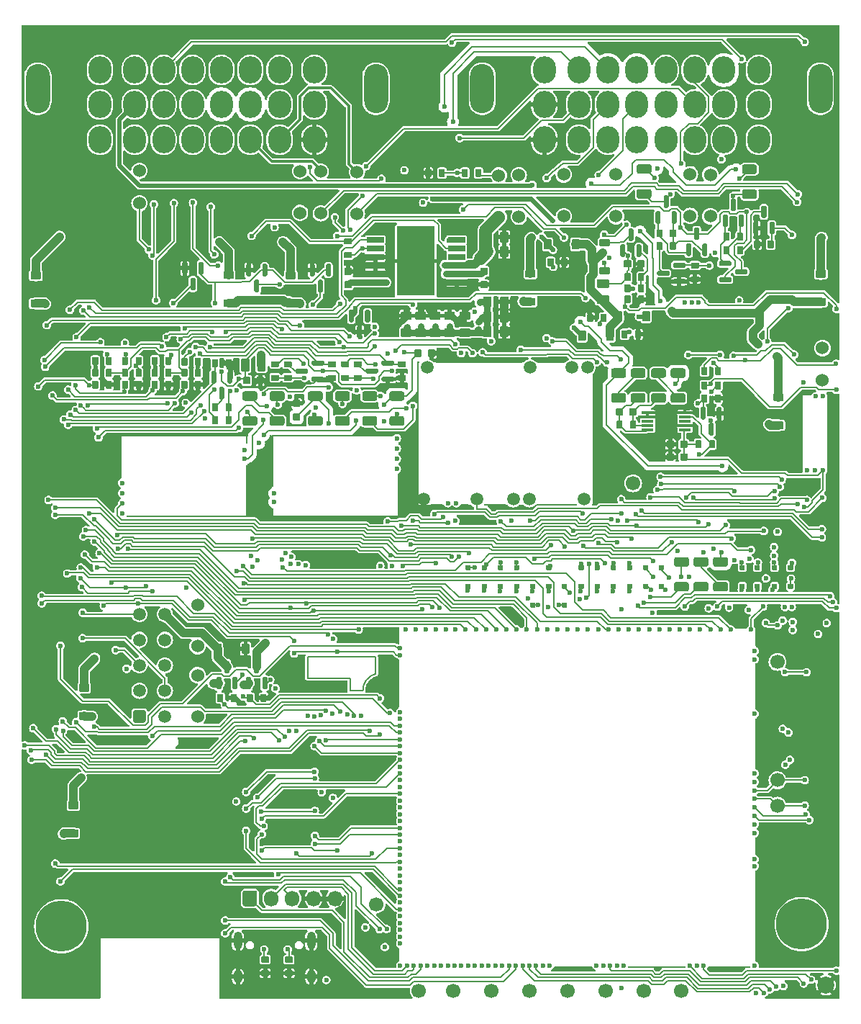
<source format=gbl>
G04 #@! TF.GenerationSoftware,KiCad,Pcbnew,8.0.1-8.0.1-1~ubuntu22.04.1*
G04 #@! TF.CreationDate,2024-04-17T02:41:45+00:00*
G04 #@! TF.ProjectId,alphax_4ch,616c7068-6178-45f3-9463-682e6b696361,i*
G04 #@! TF.SameCoordinates,PX141f5e0PYa2cace0*
G04 #@! TF.FileFunction,Copper,L4,Bot*
G04 #@! TF.FilePolarity,Positive*
%FSLAX46Y46*%
G04 Gerber Fmt 4.6, Leading zero omitted, Abs format (unit mm)*
G04 Created by KiCad (PCBNEW 8.0.1-8.0.1-1~ubuntu22.04.1) date 2024-04-17 02:41:45*
%MOMM*%
%LPD*%
G01*
G04 APERTURE LIST*
G04 #@! TA.AperFunction,EtchedComponent*
%ADD10C,0.200000*%
G04 #@! TD*
G04 #@! TA.AperFunction,ComponentPad*
%ADD11C,1.700000*%
G04 #@! TD*
G04 #@! TA.AperFunction,ComponentPad*
%ADD12C,1.524000*%
G04 #@! TD*
G04 #@! TA.AperFunction,ComponentPad*
%ADD13C,6.000000*%
G04 #@! TD*
G04 #@! TA.AperFunction,ComponentPad*
%ADD14O,1.700000X1.850000*%
G04 #@! TD*
G04 #@! TA.AperFunction,ComponentPad*
%ADD15O,2.800000X5.800000*%
G04 #@! TD*
G04 #@! TA.AperFunction,ComponentPad*
%ADD16O,2.700000X3.200000*%
G04 #@! TD*
G04 #@! TA.AperFunction,ComponentPad*
%ADD17O,1.000000X2.100000*%
G04 #@! TD*
G04 #@! TA.AperFunction,ComponentPad*
%ADD18O,1.000000X1.600000*%
G04 #@! TD*
G04 #@! TA.AperFunction,ComponentPad*
%ADD19C,1.500000*%
G04 #@! TD*
G04 #@! TA.AperFunction,ComponentPad*
%ADD20C,0.600000*%
G04 #@! TD*
G04 #@! TA.AperFunction,SMDPad,CuDef*
%ADD21O,3.300000X0.200000*%
G04 #@! TD*
G04 #@! TA.AperFunction,SMDPad,CuDef*
%ADD22O,10.200000X0.200000*%
G04 #@! TD*
G04 #@! TA.AperFunction,SMDPad,CuDef*
%ADD23O,0.300000X0.200000*%
G04 #@! TD*
G04 #@! TA.AperFunction,SMDPad,CuDef*
%ADD24O,0.200000X17.000000*%
G04 #@! TD*
G04 #@! TA.AperFunction,SMDPad,CuDef*
%ADD25O,0.200000X15.400000*%
G04 #@! TD*
G04 #@! TA.AperFunction,SMDPad,CuDef*
%ADD26O,4.800000X0.200000*%
G04 #@! TD*
G04 #@! TA.AperFunction,SMDPad,CuDef*
%ADD27O,2.600000X0.200000*%
G04 #@! TD*
G04 #@! TA.AperFunction,SMDPad,CuDef*
%ADD28O,1.000000X0.200000*%
G04 #@! TD*
G04 #@! TA.AperFunction,SMDPad,CuDef*
%ADD29O,1.500000X0.200000*%
G04 #@! TD*
G04 #@! TA.AperFunction,SMDPad,CuDef*
%ADD30R,0.250000X6.185000*%
G04 #@! TD*
G04 #@! TA.AperFunction,SMDPad,CuDef*
%ADD31R,0.250000X1.115000*%
G04 #@! TD*
G04 #@! TA.AperFunction,SMDPad,CuDef*
%ADD32R,14.275000X0.250000*%
G04 #@! TD*
G04 #@! TA.AperFunction,SMDPad,CuDef*
%ADD33R,15.100000X0.250000*%
G04 #@! TD*
G04 #@! TA.AperFunction,SMDPad,CuDef*
%ADD34R,0.250000X5.175000*%
G04 #@! TD*
G04 #@! TA.AperFunction,SMDPad,CuDef*
%ADD35R,0.200000X2.300000*%
G04 #@! TD*
G04 #@! TA.AperFunction,SMDPad,CuDef*
%ADD36R,0.200000X10.700000*%
G04 #@! TD*
G04 #@! TA.AperFunction,SMDPad,CuDef*
%ADD37R,0.200000X2.100000*%
G04 #@! TD*
G04 #@! TA.AperFunction,SMDPad,CuDef*
%ADD38R,0.200000X6.000000*%
G04 #@! TD*
G04 #@! TA.AperFunction,SMDPad,CuDef*
%ADD39R,0.200000X5.400000*%
G04 #@! TD*
G04 #@! TA.AperFunction,SMDPad,CuDef*
%ADD40R,1.400000X0.200000*%
G04 #@! TD*
G04 #@! TA.AperFunction,SMDPad,CuDef*
%ADD41R,5.000000X0.200000*%
G04 #@! TD*
G04 #@! TA.AperFunction,SMDPad,CuDef*
%ADD42R,6.800000X0.200000*%
G04 #@! TD*
G04 #@! TA.AperFunction,SMDPad,CuDef*
%ADD43R,4.500000X0.200000*%
G04 #@! TD*
G04 #@! TA.AperFunction,SMDPad,CuDef*
%ADD44R,0.200000X1.600000*%
G04 #@! TD*
G04 #@! TA.AperFunction,SMDPad,CuDef*
%ADD45R,0.200000X5.700000*%
G04 #@! TD*
G04 #@! TA.AperFunction,SMDPad,CuDef*
%ADD46R,0.200000X2.000000*%
G04 #@! TD*
G04 #@! TA.AperFunction,SMDPad,CuDef*
%ADD47O,1.225000X0.200000*%
G04 #@! TD*
G04 #@! TA.AperFunction,SMDPad,CuDef*
%ADD48O,0.200000X9.300000*%
G04 #@! TD*
G04 #@! TA.AperFunction,ComponentPad*
%ADD49C,0.599999*%
G04 #@! TD*
G04 #@! TA.AperFunction,SMDPad,CuDef*
%ADD50R,2.000000X0.650000*%
G04 #@! TD*
G04 #@! TA.AperFunction,SMDPad,CuDef*
%ADD51R,4.500000X8.100000*%
G04 #@! TD*
G04 #@! TA.AperFunction,SMDPad,CuDef*
%ADD52R,1.400000X0.300000*%
G04 #@! TD*
G04 #@! TA.AperFunction,SMDPad,CuDef*
%ADD53C,2.000000*%
G04 #@! TD*
G04 #@! TA.AperFunction,ViaPad*
%ADD54C,0.600000*%
G04 #@! TD*
G04 #@! TA.AperFunction,ViaPad*
%ADD55C,1.300000*%
G04 #@! TD*
G04 #@! TA.AperFunction,Conductor*
%ADD56C,0.200000*%
G04 #@! TD*
G04 #@! TA.AperFunction,Conductor*
%ADD57C,0.600000*%
G04 #@! TD*
G04 #@! TA.AperFunction,Conductor*
%ADD58C,1.000000*%
G04 #@! TD*
G04 #@! TA.AperFunction,Conductor*
%ADD59C,0.800000*%
G04 #@! TD*
G04 #@! TA.AperFunction,Conductor*
%ADD60C,0.400000*%
G04 #@! TD*
G04 #@! TA.AperFunction,Conductor*
%ADD61C,0.508000*%
G04 #@! TD*
G04 #@! TA.AperFunction,Conductor*
%ADD62C,0.203200*%
G04 #@! TD*
G04 #@! TA.AperFunction,Conductor*
%ADD63C,0.300000*%
G04 #@! TD*
G04 #@! TA.AperFunction,Conductor*
%ADD64C,1.500000*%
G04 #@! TD*
G04 APERTURE END LIST*
D10*
G04 #@! TO.C,G3*
X33800000Y40300000D02*
X41800000Y40300000D01*
X33800000Y37800000D02*
X33800000Y40300000D01*
X38800000Y37800000D02*
X33800000Y37800000D01*
X38800000Y36300000D02*
X38800000Y37800000D01*
X38800000Y36300000D02*
X40300000Y36300000D01*
X41800000Y40300000D02*
X41800000Y38300000D01*
X40300000Y36300000D02*
G75*
G02*
X41800000Y38299999I1978801J78399D01*
G01*
G04 #@! TD*
D11*
G04 #@! TO.P,P18,1,Pin_1*
G04 #@! TO.N,Net-(M4-IN_AT2)*
X89100000Y39700000D03*
G04 #@! TD*
D12*
G04 #@! TO.P,F10,1,1*
G04 #@! TO.N,Net-(J6-Pin_6)*
X20840000Y33250000D03*
G04 #@! TO.P,F10,2,2*
G04 #@! TO.N,/OUT_IGN5*
X20840000Y38150000D03*
G04 #@! TD*
D11*
G04 #@! TO.P,P23,1,Pin_1*
G04 #@! TO.N,Net-(M4-SPI3_MOSI)*
X59900000Y1000000D03*
G04 #@! TD*
D13*
G04 #@! TO.P,J8,1,Pin_1*
G04 #@! TO.N,unconnected-(J8-Pin_1-Pad1)*
X4803000Y8619000D03*
G04 #@! TD*
G04 #@! TO.P,J5,1,Pin_1*
G04 #@! TO.N,/MCU/VBUS*
G04 #@! TA.AperFunction,ComponentPad*
G36*
G01*
X26150000Y11225000D02*
X26150000Y12575000D01*
G75*
G02*
X26400000Y12825000I250000J0D01*
G01*
X27600000Y12825000D01*
G75*
G02*
X27850000Y12575000I0J-250000D01*
G01*
X27850000Y11225000D01*
G75*
G02*
X27600000Y10975000I-250000J0D01*
G01*
X26400000Y10975000D01*
G75*
G02*
X26150000Y11225000I0J250000D01*
G01*
G37*
G04 #@! TD.AperFunction*
D14*
G04 #@! TO.P,J5,2,Pin_2*
G04 #@! TO.N,/MCU/USB-*
X29500000Y11900000D03*
G04 #@! TO.P,J5,3,Pin_3*
G04 #@! TO.N,/MCU/USB+*
X32000000Y11900000D03*
G04 #@! TO.P,J5,4,Pin_4*
G04 #@! TO.N,GND*
X34500000Y11900000D03*
G04 #@! TO.P,J5,5,Pin_5*
X37000000Y11900000D03*
G04 #@! TD*
D12*
G04 #@! TO.P,F4,1,1*
G04 #@! TO.N,/A3*
X63950000Y97000000D03*
G04 #@! TO.P,F4,2,2*
G04 #@! TO.N,/OUT_PUMP_RELAY*
X63950000Y92100000D03*
G04 #@! TD*
G04 #@! TO.P,R91,1,1*
G04 #@! TO.N,/IN_KNOCK_RAW*
X94400000Y72795000D03*
G04 #@! TO.P,R91,2,2*
G04 #@! TO.N,/F3*
X94400000Y76605000D03*
G04 #@! TD*
D15*
G04 #@! TO.P,P2,*
G04 #@! TO.N,*
X2050000Y107100000D03*
X41850000Y107100000D03*
D16*
G04 #@! TO.P,P2,1,D1*
G04 #@! TO.N,/OUT_INJ3*
X9350000Y101100000D03*
G04 #@! TO.P,P2,2,D2*
G04 #@! TO.N,/OUT_BOOST*
X13450000Y101100000D03*
G04 #@! TO.P,P2,3,D3*
G04 #@! TO.N,/IN_D2*
X16850000Y101100000D03*
G04 #@! TO.P,P2,4,D4*
G04 #@! TO.N,/IN_TPS2*
X20250000Y101100000D03*
G04 #@! TO.P,P2,5,D5*
G04 #@! TO.N,/IN_PPS1*
X23650000Y101100000D03*
G04 #@! TO.P,P2,6,D6*
G04 #@! TO.N,/D6*
X27050000Y101100000D03*
G04 #@! TO.P,P2,7,D7*
G04 #@! TO.N,/D7*
X30500000Y101100000D03*
G04 #@! TO.P,P2,8,D8*
G04 #@! TO.N,GND*
X34600000Y101100000D03*
G04 #@! TO.P,P2,9,E1*
G04 #@! TO.N,/OUT_INJ4*
X9350000Y105250000D03*
G04 #@! TO.P,P2,10,E2*
G04 #@! TO.N,/OUT_NOS*
X13450000Y105250000D03*
G04 #@! TO.P,P2,11,E3*
G04 #@! TO.N,/IN_D3*
X16850000Y105250000D03*
G04 #@! TO.P,P2,12,E4*
G04 #@! TO.N,/IN_D4*
X20250000Y105250000D03*
G04 #@! TO.P,P2,13,E5*
G04 #@! TO.N,/IN_CAM_VR-*
X23650000Y105250000D03*
G04 #@! TO.P,P2,14,E6*
G04 #@! TO.N,/IN_CAM_VR+*
X27050000Y105250000D03*
G04 #@! TO.P,P2,15,E7*
G04 #@! TO.N,/IN_FLEX*
X30500000Y105250000D03*
G04 #@! TO.P,P2,16,E8*
G04 #@! TO.N,/OUT_ETB-*
X34600000Y105250000D03*
G04 #@! TO.P,P2,17,F1*
G04 #@! TO.N,/OUT_IDLE2*
X9350000Y109300000D03*
G04 #@! TO.P,P2,18,F2*
G04 #@! TO.N,/OUT_VVT1*
X13450000Y109300000D03*
G04 #@! TO.P,P2,19,F3*
G04 #@! TO.N,/F3*
X16850000Y109300000D03*
G04 #@! TO.P,P2,20,F4*
G04 #@! TO.N,/OUT_VVT2*
X20250000Y109300000D03*
G04 #@! TO.P,P2,21,F5*
G04 #@! TO.N,/F5*
X23650000Y109300000D03*
G04 #@! TO.P,P2,22,F6*
G04 #@! TO.N,/IN_PPS2*
X27050000Y109300000D03*
G04 #@! TO.P,P2,23,F7*
G04 #@! TO.N,/IN_VIGN*
X30500000Y109300000D03*
G04 #@! TO.P,P2,24,F8*
G04 #@! TO.N,/OUT_ETB+*
X34600000Y109300000D03*
G04 #@! TD*
D11*
G04 #@! TO.P,P19,1,Pin_1*
G04 #@! TO.N,Net-(M4-OUT_IO3)*
X41900000Y11200000D03*
G04 #@! TD*
G04 #@! TO.P,P26,1,Pin_1*
G04 #@! TO.N,Net-(M4-I2C_SCL)*
X64400000Y1000000D03*
G04 #@! TD*
D17*
G04 #@! TO.P,J1,S1,SHIELD*
G04 #@! TO.N,GND*
X25580000Y6920000D03*
D18*
X25580000Y2740000D03*
D17*
X34220000Y6920000D03*
D18*
X34220000Y2740000D03*
G04 #@! TD*
D11*
G04 #@! TO.P,P16,1,Pin_1*
G04 #@! TO.N,/OUT_IGN5*
X89100000Y22800000D03*
G04 #@! TD*
G04 #@! TO.P,P21,1,Pin_1*
G04 #@! TO.N,Net-(M4-SPI3_SCK)*
X50900000Y1000000D03*
G04 #@! TD*
G04 #@! TO.P,P24,1,Pin_1*
G04 #@! TO.N,Net-(M4-SPI3_CS)*
X46900000Y1000000D03*
G04 #@! TD*
G04 #@! TO.P,P28,1,Pin_1*
G04 #@! TO.N,Net-(M4-UART8_TX)*
X77800000Y1000000D03*
G04 #@! TD*
G04 #@! TO.P,J6,1,Pin_1*
G04 #@! TO.N,/AIN1*
G04 #@! TA.AperFunction,ComponentPad*
G36*
G01*
X14499999Y32550000D02*
X13500001Y32550000D01*
G75*
G02*
X13250000Y32800001I0J250001D01*
G01*
X13250000Y33799999D01*
G75*
G02*
X13500001Y34050000I250001J0D01*
G01*
X14499999Y34050000D01*
G75*
G02*
X14750000Y33799999I0J-250001D01*
G01*
X14750000Y32800001D01*
G75*
G02*
X14499999Y32550000I-250001J0D01*
G01*
G37*
G04 #@! TD.AperFunction*
D19*
G04 #@! TO.P,J6,2,Pin_2*
G04 #@! TO.N,/OUT_INJ5*
X14000000Y36300000D03*
G04 #@! TO.P,J6,3,Pin_3*
G04 #@! TO.N,/AIN2*
X14000000Y39300000D03*
G04 #@! TO.P,J6,4,Pin_4*
G04 #@! TO.N,/OUT_INJ6*
X14000000Y42300000D03*
G04 #@! TO.P,J6,5,Pin_5*
G04 #@! TO.N,/AIN3*
X14000000Y45300000D03*
G04 #@! TO.P,J6,6,Pin_6*
G04 #@! TO.N,Net-(J6-Pin_6)*
X17000000Y33300000D03*
G04 #@! TO.P,J6,7,Pin_7*
G04 #@! TO.N,/AIN4*
X17000000Y36300000D03*
G04 #@! TO.P,J6,8,Pin_8*
G04 #@! TO.N,Net-(J6-Pin_8)*
X17000000Y39300000D03*
G04 #@! TO.P,J6,9,Pin_9*
G04 #@! TO.N,/OUT_HS1*
X17000000Y42300000D03*
G04 #@! TO.P,J6,10,Pin_10*
G04 #@! TO.N,/OUT_HS2*
X17000000Y45300000D03*
G04 #@! TD*
D11*
G04 #@! TO.P,P27,1,Pin_1*
G04 #@! TO.N,Net-(M4-UART8_RX)*
X73400000Y1000000D03*
G04 #@! TD*
D19*
G04 #@! TO.P,M1,E1,VBAT*
G04 #@! TO.N,unconnected-(M1-VBAT-PadE1)*
X66300000Y58825005D03*
G04 #@! TO.P,M1,E2,V12*
G04 #@! TO.N,+12V*
X59900003Y58825005D03*
G04 #@! TO.P,M1,E3,VIGN*
G04 #@! TO.N,/VIGN*
X58000000Y58825005D03*
G04 #@! TO.P,M1,E4,V5*
G04 #@! TO.N,+5V*
X53700000Y58825005D03*
D20*
G04 #@! TO.P,M1,E5,EN_5VP*
G04 #@! TO.N,/PWR_EN*
X51300003Y58375006D03*
G04 #@! TO.P,M1,E6,PG_5VP*
G04 #@! TO.N,/TLS115_PG*
X50300002Y58375006D03*
D21*
G04 #@! TO.P,M1,S1,GND*
G04 #@! TO.N,GND*
X62450000Y74975001D03*
D22*
X53950002Y74975001D03*
D23*
X46850000Y74975001D03*
D24*
X46800000Y66575003D03*
D25*
X67400000Y65775002D03*
D19*
X47450000Y58825005D03*
D23*
X67350000Y58175004D03*
D26*
X63150002Y58175004D03*
D27*
X55800000Y58175004D03*
D28*
X52300003Y58175004D03*
D29*
X49000002Y58175004D03*
D19*
G04 #@! TO.P,M1,V1,V12_PERM*
G04 #@! TO.N,+12V_RAW*
X66750002Y74325002D03*
G04 #@! TO.P,M1,V2,IN_VIGN*
G04 #@! TO.N,/IN_VIGN*
X64900003Y74325002D03*
G04 #@! TO.P,M1,V3,V12_RAW*
G04 #@! TO.N,+12V_RAW*
X59950000Y74325002D03*
G04 #@! TO.P,M1,V4,5VP*
G04 #@! TO.N,+5VAS*
X47900002Y74325002D03*
G04 #@! TD*
D20*
G04 #@! TO.P,M3,E1,Thresh_IN*
G04 #@! TO.N,/THRESHOLD_VR_CM*
X11975000Y59550000D03*
G04 #@! TO.P,M3,E2,OUT_A*
G04 #@! TO.N,/VR_ANALOG_CM*
X11975000Y60750000D03*
G04 #@! TO.P,M3,E3,OUT*
G04 #@! TO.N,/IN_CAM_VR*
X11975000Y58350000D03*
G04 #@! TO.P,M3,E4,V5_IN*
G04 #@! TO.N,+5VA*
X11975000Y57150000D03*
D30*
G04 #@! TO.P,M3,G,GND*
G04 #@! TO.N,GND*
X26625000Y59817500D03*
D31*
X26625000Y65867500D03*
D32*
X19612500Y56850000D03*
D33*
X19200000Y66300000D03*
D34*
X11775000Y63837500D03*
D20*
G04 #@! TO.P,M3,W1,VR-*
G04 #@! TO.N,/IN_CAM_VR-*
X26400000Y63610000D03*
G04 #@! TO.P,M3,W2,VR+*
G04 #@! TO.N,/IN_CAM_VR+*
X26400000Y64610000D03*
G04 #@! TD*
D12*
G04 #@! TO.P,F7,1,1*
G04 #@! TO.N,/F5*
X32900000Y97399979D03*
G04 #@! TO.P,F7,2,2*
G04 #@! TO.N,/OUT_MAIN*
X32900000Y92499979D03*
G04 #@! TD*
G04 #@! TO.P,R56,1,1*
G04 #@! TO.N,/IN_D5*
X14000000Y93645000D03*
G04 #@! TO.P,R56,2,2*
G04 #@! TO.N,/F3*
X14000000Y97455000D03*
G04 #@! TD*
D20*
G04 #@! TO.P,M4,E1,SPI2_SCK/CAN2_TX*
G04 #@! TO.N,unconnected-(M4-SPI2_SCK{slash}CAN2_TX-PadE1)*
X44700000Y6600003D03*
G04 #@! TO.P,M4,E2,SPI2_MISO*
G04 #@! TO.N,unconnected-(M4-SPI2_MISO-PadE2)*
X44700000Y7400004D03*
G04 #@! TO.P,M4,E3,SPI2_MOSI*
G04 #@! TO.N,unconnected-(M4-SPI2_MOSI-PadE3)*
X44700000Y8200002D03*
G04 #@! TO.P,M4,E4,SPI2_CS/CAN2_RX*
G04 #@! TO.N,unconnected-(M4-SPI2_CS{slash}CAN2_RX-PadE4)*
X44700000Y9000003D03*
G04 #@! TO.P,M4,E6,OUT_IO3*
G04 #@! TO.N,Net-(M4-OUT_IO3)*
X44700000Y9800004D03*
G04 #@! TO.P,M4,E7,OUT_IO5*
G04 #@! TO.N,/CRANK_N_PULLUP*
X44700003Y10600002D03*
G04 #@! TO.P,M4,E8,OUT_IO1*
G04 #@! TO.N,/TACH_PULLUP*
X44700003Y11400003D03*
G04 #@! TO.P,M4,E9,OUT_IO6*
G04 #@! TO.N,/NOS*
X44700000Y12200007D03*
G04 #@! TO.P,M4,E10,OUT_IO10*
G04 #@! TO.N,/MAIN*
X44700000Y13000003D03*
G04 #@! TO.P,M4,E11,OUT_IO9*
G04 #@! TO.N,/CAM_VR_PULLUP*
X44700000Y13800003D03*
G04 #@! TO.P,M4,E12,OUT_IO2*
G04 #@! TO.N,/CRANK_P_PULLUP*
X44700000Y14600004D03*
G04 #@! TO.P,M4,E13,OUT_IO12*
G04 #@! TO.N,/PUMP_RELAY*
X44700003Y15400003D03*
G04 #@! TO.P,M4,E14,OUT_PWM5*
G04 #@! TO.N,/MCU_IDLE2*
X44700003Y16200004D03*
G04 #@! TO.P,M4,E15,OUT_PWM4*
G04 #@! TO.N,/THRESHOLD_VR_CM*
X44700003Y17000005D03*
G04 #@! TO.P,M4,E16,OUT_PWM3*
G04 #@! TO.N,/MCU_BOOST*
X44700000Y17800003D03*
G04 #@! TO.P,M4,E17,OUT_PWM2*
G04 #@! TO.N,/ETB_PWM*
X44700000Y18600004D03*
G04 #@! TO.P,M4,E18,OUT_INJ2*
G04 #@! TO.N,/MCU_INJ2*
X44700000Y19400002D03*
G04 #@! TO.P,M4,E19,OUT_INJ1*
G04 #@! TO.N,/MCU_INJ1*
X44700003Y20200003D03*
G04 #@! TO.P,M4,E20,OUT_IO13*
G04 #@! TO.N,/D2_PULLDOWN*
X44700003Y21000004D03*
G04 #@! TO.P,M4,E21,OUT_IO4*
G04 #@! TO.N,/TEMP_PULLUP*
X44700000Y21800003D03*
G04 #@! TO.P,M4,E22,OUT_IO8*
G04 #@! TO.N,/D3_PULLDOWN*
X44700000Y22600004D03*
G04 #@! TO.P,M4,E23,OUT_IO7*
G04 #@! TO.N,/2STEP_PULLUP*
X44700000Y23400005D03*
G04 #@! TO.P,M4,E24,OUT_IO11*
G04 #@! TO.N,/MCU_FAN_RELAY*
X44700000Y24200003D03*
G04 #@! TO.P,M4,E25,OUT_PWM7*
G04 #@! TO.N,/HS/IN1*
X44700000Y25000004D03*
G04 #@! TO.P,M4,E26,OUT_PWM6*
G04 #@! TO.N,/THRESHOLD_VR_CR*
X44700000Y25800002D03*
G04 #@! TO.P,M4,E27,OUT_PWM1*
G04 #@! TO.N,/MCU_IDLE1*
X44700000Y26600003D03*
G04 #@! TO.P,M4,E28,OUT_PWM8*
G04 #@! TO.N,/HS/IN2*
X44700000Y27400004D03*
G04 #@! TO.P,M4,E29,OUT_INJ3*
G04 #@! TO.N,/MCU_INJ3*
X44700000Y28200003D03*
G04 #@! TO.P,M4,E30,OUT_INJ4*
G04 #@! TO.N,/MCU_INJ4*
X44700000Y29000004D03*
G04 #@! TO.P,M4,E31,OUT_INJ5*
G04 #@! TO.N,/MCU_INJ5*
X44700003Y29800002D03*
G04 #@! TO.P,M4,E32,OUT_INJ6*
G04 #@! TO.N,/MCU_INJ6*
X44700000Y30600005D03*
G04 #@! TO.P,M4,E33,OUT_INJ7*
G04 #@! TO.N,/D4_PULLDOWN*
X44700000Y31400004D03*
G04 #@! TO.P,M4,E34,OUT_INJ8*
G04 #@! TO.N,/D5_PULLDOWN*
X44700000Y32200002D03*
G04 #@! TO.P,M4,E35,IO6*
G04 #@! TO.N,unconnected-(M4-IO6-PadE35)*
X44700000Y33000003D03*
G04 #@! TO.P,M4,E36,IO7*
G04 #@! TO.N,/CAM2_VR*
X44700000Y33800004D03*
G04 #@! TO.P,M4,E38,V5A_SWITCHABLE*
G04 #@! TO.N,+5VA*
X44700003Y40499998D03*
G04 #@! TO.P,M4,E39,GNDA*
G04 #@! TO.N,GNDA*
X44700000Y41299999D03*
D35*
G04 #@! TO.P,M4,G,GND*
G04 #@! TO.N,GND*
X86600005Y42649999D03*
D36*
X86600003Y9850001D03*
D37*
X86600003Y18050000D03*
D38*
X86600003Y30099999D03*
D39*
X86600003Y36799996D03*
D40*
X84799996Y43700002D03*
D41*
X83400001Y3800001D03*
D42*
X74899998Y3800001D03*
D43*
X65049995Y3800001D03*
D44*
X44500000Y5300000D03*
D45*
X44500000Y37150003D03*
D46*
X44500000Y42799996D03*
D20*
G04 #@! TO.P,M4,N1,USBID*
G04 #@! TO.N,unconnected-(M4-USBID-PadN1)*
X44700000Y4000000D03*
G04 #@! TO.P,M4,N2,USBM*
G04 #@! TO.N,/MCU/USB-*
X45499998Y3999998D03*
G04 #@! TO.P,M4,N3,USBP*
G04 #@! TO.N,/MCU/USB+*
X46299999Y3999998D03*
G04 #@! TO.P,M4,N4,VBUS*
G04 #@! TO.N,/MCU/VBUS*
X47099998Y4000000D03*
G04 #@! TO.P,M4,N5,BOOT0*
G04 #@! TO.N,unconnected-(M4-BOOT0-PadN5)*
X47899999Y4000000D03*
G04 #@! TO.P,M4,N6,SWO*
G04 #@! TO.N,/MCU/SWO*
X48700000Y4000000D03*
G04 #@! TO.P,M4,N7,SWDIO*
G04 #@! TO.N,/MCU/SWDIO*
X49499998Y4000000D03*
G04 #@! TO.P,M4,N8,SWCLK*
G04 #@! TO.N,/MCU/SWCLK*
X50299999Y3999998D03*
G04 #@! TO.P,M4,N9,nReset*
G04 #@! TO.N,/MCU/NRESET*
X51099997Y4000000D03*
G04 #@! TO.P,M4,N10,SPI3_CS*
G04 #@! TO.N,Net-(M4-SPI3_CS)*
X51899998Y4000000D03*
G04 #@! TO.P,M4,N11,SPI3_SCK*
G04 #@! TO.N,Net-(M4-SPI3_SCK)*
X52699999Y4000000D03*
G04 #@! TO.P,M4,N12,SPI3_MISO*
G04 #@! TO.N,Net-(M4-SPI3_MISO)*
X53500000Y4000000D03*
G04 #@! TO.P,M4,N13,SPI3_MOSI*
G04 #@! TO.N,Net-(M4-SPI3_MOSI)*
X54299999Y4000000D03*
G04 #@! TO.P,M4,N14,I2C_SCL*
G04 #@! TO.N,Net-(M4-I2C_SCL)*
X55100000Y4000000D03*
G04 #@! TO.P,M4,N15,I2C_SDA*
G04 #@! TO.N,Net-(M4-I2C_SDA)*
X55900001Y3999998D03*
G04 #@! TO.P,M4,N16,IO1*
G04 #@! TO.N,/ETB_DIR*
X56700001Y3999998D03*
G04 #@! TO.P,M4,N17,UART2_TX*
G04 #@! TO.N,/MCU/UART_TX*
X57500000Y4000000D03*
G04 #@! TO.P,M4,N18,UART2_RX*
G04 #@! TO.N,/MCU/UART_RX*
X58300001Y4000000D03*
G04 #@! TO.P,M4,N19,IO2*
G04 #@! TO.N,/ETB_DIS*
X59099999Y4000000D03*
G04 #@! TO.P,M4,N20,IO4*
G04 #@! TO.N,/CAM_PULLUP*
X59900000Y4000000D03*
G04 #@! TO.P,M4,N21,IO3*
G04 #@! TO.N,/TACH*
X60699999Y3999998D03*
G04 #@! TO.P,M4,N22,V33*
G04 #@! TO.N,+3.3V*
X61500000Y4000000D03*
G04 #@! TO.P,M4,N23,IO5*
G04 #@! TO.N,unconnected-(M4-IO5-PadN23)*
X62300000Y4000000D03*
G04 #@! TO.P,M4,N24,UART8_RX*
G04 #@! TO.N,Net-(M4-UART8_RX)*
X67800000Y4000000D03*
G04 #@! TO.P,M4,N25,UART8_TX*
G04 #@! TO.N,Net-(M4-UART8_TX)*
X68600001Y4000000D03*
G04 #@! TO.P,M4,N26,IN_VIGN*
G04 #@! TO.N,/VIGN*
X69399999Y4000000D03*
G04 #@! TO.P,M4,N27,VBAT*
G04 #@! TO.N,unconnected-(M4-VBAT-PadN27)*
X70199997Y4000000D03*
G04 #@! TO.P,M4,N28,V33_SWITCHABLE*
G04 #@! TO.N,+3.3VA*
X70999996Y4000000D03*
G04 #@! TO.P,M4,N29,OUT_PWR_EN*
G04 #@! TO.N,/PWR_EN*
X78800000Y4000000D03*
G04 #@! TO.P,M4,N30,V5A_SWITCHABLE*
G04 #@! TO.N,unconnected-(M4-V5A_SWITCHABLE-PadN30)*
X79599999Y4000000D03*
G04 #@! TO.P,M4,N31,VCC*
G04 #@! TO.N,+5V*
X80399997Y4000000D03*
G04 #@! TO.P,M4,N32,V33*
G04 #@! TO.N,unconnected-(M4-V33-PadN32)*
X86400001Y4000000D03*
G04 #@! TO.P,M4,S1,IN_D4*
G04 #@! TO.N,/HALL3*
X45300001Y43500005D03*
G04 #@! TO.P,M4,S2,IN_D3*
G04 #@! TO.N,/HALL2*
X46500002Y43500003D03*
G04 #@! TO.P,M4,S3,IN_D2*
G04 #@! TO.N,/TLS115_PG*
X47699999Y43500003D03*
G04 #@! TO.P,M4,S4,IN_D1*
G04 #@! TO.N,/HALL1*
X48899999Y43500005D03*
G04 #@! TO.P,M4,S5,VREF2*
G04 #@! TO.N,unconnected-(M4-VREF2-PadS5)*
X50099999Y43500003D03*
G04 #@! TO.P,M4,S6,IN_SENS4*
G04 #@! TO.N,/IN_D5*
X51199987Y43500003D03*
G04 #@! TO.P,M4,S7,IN_SENS3*
G04 #@! TO.N,/IN_D4*
X52399987Y43500003D03*
G04 #@! TO.P,M4,S8,IN_SENS2*
G04 #@! TO.N,/IN_D3*
X53599985Y43500005D03*
G04 #@! TO.P,M4,S9,IN_SENS1*
G04 #@! TO.N,/IN_D2*
X54799985Y43500003D03*
G04 #@! TO.P,M4,S10,IN_AUX4*
G04 #@! TO.N,/IN_FLEX*
X55999988Y43500003D03*
G04 #@! TO.P,M4,S11,IN_AUX3*
G04 #@! TO.N,/AIN4*
X57199990Y43500005D03*
G04 #@! TO.P,M4,S12,IN_AUX2*
G04 #@! TO.N,/IN_PPS2*
X58399988Y43500003D03*
G04 #@! TO.P,M4,S13,IN_AUX1*
G04 #@! TO.N,/IN_TPS2*
X59599986Y43500003D03*
G04 #@! TO.P,M4,S14,IN_RES2*
G04 #@! TO.N,/VR_ANALOG_CM*
X60799993Y43500003D03*
G04 #@! TO.P,M4,S15,IN_O2S2*
G04 #@! TO.N,/IN_AFR*
X61999993Y43500003D03*
G04 #@! TO.P,M4,S16,IN_O2S*
G04 #@! TO.N,unconnected-(M4-IN_O2S-PadS16)*
X63199991Y43500003D03*
G04 #@! TO.P,M4,S17,IN_RES1*
G04 #@! TO.N,/IN_CAM_VR*
X64399991Y43500003D03*
G04 #@! TO.P,M4,S18,IN_RES3*
G04 #@! TO.N,/VR_ANALOG_CR*
X65599996Y43500003D03*
G04 #@! TO.P,M4,S19,IN_MAP3*
G04 #@! TO.N,/IN_MAP2*
X66799997Y43500003D03*
G04 #@! TO.P,M4,S20,IN_MAP2*
G04 #@! TO.N,/IN_MAP*
X67999994Y43500005D03*
G04 #@! TO.P,M4,S21,IN_MAP1*
G04 #@! TO.N,/AIN3*
X69199994Y43500003D03*
G04 #@! TO.P,M4,S22,IN_CRANK*
G04 #@! TO.N,/IN_CRANK*
X70399997Y43500005D03*
G04 #@! TO.P,M4,S23,IN_KNOCK*
G04 #@! TO.N,/IN_KNOCK*
X71599997Y43500003D03*
G04 #@! TO.P,M4,S24,IN_CAM*
G04 #@! TO.N,/IN_CAM_HALL*
X72799992Y43500003D03*
G04 #@! TO.P,M4,S25,IN_VSS*
G04 #@! TO.N,/IN_2STEP*
X73999995Y43500005D03*
G04 #@! TO.P,M4,S26,IN_IAT*
G04 #@! TO.N,/IN_IAT*
X75200000Y43500003D03*
G04 #@! TO.P,M4,S27,IN_AT1*
G04 #@! TO.N,/IN_VMAIN*
X76400000Y43500005D03*
G04 #@! TO.P,M4,S28,IN_CLT*
G04 #@! TO.N,/IN_CLT*
X77599998Y43500003D03*
G04 #@! TO.P,M4,S29,IN_AT2*
G04 #@! TO.N,Net-(M4-IN_AT2)*
X78799998Y43500003D03*
G04 #@! TO.P,M4,S30,IN_TPS*
G04 #@! TO.N,/IN_TPS1*
X80000003Y43500003D03*
G04 #@! TO.P,M4,S31,IN_PPS*
G04 #@! TO.N,/IN_PPS1*
X81200003Y43500003D03*
G04 #@! TO.P,M4,S32,IN_TPS2*
G04 #@! TO.N,/AIN1*
X82400001Y43500003D03*
G04 #@! TO.P,M4,S33,IN_PPS2*
G04 #@! TO.N,/AIN2*
X83600001Y43500003D03*
G04 #@! TO.P,M4,S35,VREF1*
G04 #@! TO.N,/VREF*
X86000001Y43500003D03*
G04 #@! TO.P,M4,W1,GNDA*
G04 #@! TO.N,GNDA*
X86400003Y41000000D03*
G04 #@! TO.P,M4,W2,V5A_SWITCHABLE*
G04 #@! TO.N,+5VA*
X86400003Y39999999D03*
G04 #@! TO.P,M4,W3,V33_REF*
G04 #@! TO.N,unconnected-(M4-V33_REF-PadW3)*
X86400001Y33599997D03*
G04 #@! TO.P,M4,W4,IGN8*
G04 #@! TO.N,/VVT2*
X86400001Y26600001D03*
G04 #@! TO.P,M4,W5,IGN7*
G04 #@! TO.N,/VVT1*
X86400001Y25600000D03*
G04 #@! TO.P,M4,W6,IGN6*
G04 #@! TO.N,/OUT_IGN6*
X86400001Y24600002D03*
G04 #@! TO.P,M4,W7,IGN5*
G04 #@! TO.N,/OUT_IGN5*
X86400001Y23600002D03*
G04 #@! TO.P,M4,W8,IGN4*
G04 #@! TO.N,/OUT_IGN4*
X86400001Y22600001D03*
G04 #@! TO.P,M4,W9,IGN3*
G04 #@! TO.N,/OUT_IGN3*
X86400001Y21600003D03*
G04 #@! TO.P,M4,W10,IGN2*
G04 #@! TO.N,/OUT_IGN2*
X86400001Y20600003D03*
G04 #@! TO.P,M4,W11,IGN1*
G04 #@! TO.N,/OUT_IGN1*
X86400001Y19600005D03*
G04 #@! TO.P,M4,W12,CANH*
G04 #@! TO.N,/CAN+*
X86400001Y16500001D03*
G04 #@! TO.P,M4,W13,CANL*
G04 #@! TO.N,/CAN-*
X86400001Y15700000D03*
G04 #@! TD*
D12*
G04 #@! TO.P,F1,1,1*
G04 #@! TO.N,/A7*
X81196000Y96995000D03*
G04 #@! TO.P,F1,2,2*
G04 #@! TO.N,/OUT_IGN2*
X81196000Y92095000D03*
G04 #@! TD*
G04 #@! TO.P,F3,1,1*
G04 #@! TO.N,/A4*
X70100000Y97000000D03*
G04 #@! TO.P,F3,2,2*
G04 #@! TO.N,/OUT_TACH*
X70100000Y92100000D03*
G04 #@! TD*
D11*
G04 #@! TO.P,P22,1,Pin_1*
G04 #@! TO.N,Net-(M4-SPI3_MISO)*
X55400000Y1000000D03*
G04 #@! TD*
D13*
G04 #@! TO.P,J7,1,Pin_1*
G04 #@! TO.N,unconnected-(J7-Pin_1-Pad1)*
X91948000Y8873000D03*
G04 #@! TD*
D12*
G04 #@! TO.P,F8,1,1*
G04 #@! TO.N,/D7*
X39600000Y97299979D03*
G04 #@! TO.P,F8,2,2*
G04 #@! TO.N,/OUT_IGN4*
X39600000Y92399979D03*
G04 #@! TD*
D11*
G04 #@! TO.P,P25,1,Pin_1*
G04 #@! TO.N,Net-(M4-I2C_SDA)*
X68900000Y1000000D03*
G04 #@! TD*
D20*
G04 #@! TO.P,M9,E1,V5A*
G04 #@! TO.N,+5VA*
X94474999Y62225000D03*
D47*
G04 #@! TO.P,M9,E2,GND*
G04 #@! TO.N,GND*
X92499999Y71125000D03*
D48*
X95074999Y66575000D03*
X91974999Y66575000D03*
D20*
X93524999Y62225000D03*
G04 #@! TO.P,M9,E3,OUT_KNOCK*
G04 #@! TO.N,/IN_KNOCK*
X92575001Y62225000D03*
G04 #@! TO.P,M9,W1,IN_KNOCK*
G04 #@! TO.N,/IN_KNOCK_RAW*
X93574999Y70925000D03*
G04 #@! TO.P,M9,W2,VREF*
G04 #@! TO.N,/VREF*
X94474999Y70925000D03*
G04 #@! TD*
D49*
G04 #@! TO.P,M6,V1,IGN8*
G04 #@! TO.N,GND*
X37285001Y19400014D03*
G04 #@! TO.P,M6,V2,IGN7*
X35449991Y19825022D03*
G04 #@! TO.P,M6,V3,IGN6*
X37499999Y20375019D03*
G04 #@! TO.P,M6,V4,IGN5*
X37285004Y21249978D03*
G04 #@! TO.P,M6,V5,IGN4*
X37209997Y22100001D03*
G04 #@! TO.P,M6,V6,IGN3*
X35449991Y22425017D03*
G04 #@! TO.P,M6,V7,IGN2*
G04 #@! TO.N,/MCU_INJ6*
X36759991Y23724984D03*
G04 #@! TO.P,M6,V8,IGN1*
G04 #@! TO.N,/MCU_INJ5*
X35449991Y24375001D03*
G04 #@! TO.P,M6,V9,VCC*
G04 #@! TO.N,+5VA*
X41375006Y17199998D03*
G04 #@! TO.P,M6,V10,V33*
G04 #@! TO.N,+3.3VA*
X37300000Y17500000D03*
G04 #@! TD*
D20*
G04 #@! TO.P,M8,E1,Thresh_IN*
G04 #@! TO.N,/THRESHOLD_VR_CR*
X44300000Y63587500D03*
G04 #@! TO.P,M8,E2,OUT_A*
G04 #@! TO.N,/VR_ANALOG_CR*
X44300000Y62387500D03*
G04 #@! TO.P,M8,E3,OUT*
G04 #@! TO.N,/IN_CRANK*
X44300000Y64787500D03*
G04 #@! TO.P,M8,E4,V5_IN*
G04 #@! TO.N,+5VA*
X44300000Y65987500D03*
D30*
G04 #@! TO.P,M8,G,GND*
G04 #@! TO.N,GND*
X29650000Y63320000D03*
D31*
X29650000Y57270000D03*
D32*
X36662500Y66287500D03*
D33*
X37075000Y56837500D03*
D34*
X44500000Y59300000D03*
D20*
G04 #@! TO.P,M8,W1,VR-*
G04 #@! TO.N,/IN_CRANK-*
X29875000Y59527500D03*
G04 #@! TO.P,M8,W2,VR+*
G04 #@! TO.N,/IN_CRANK+*
X29875000Y58527500D03*
G04 #@! TD*
D12*
G04 #@! TO.P,F9,1,1*
G04 #@! TO.N,/D6*
X35350000Y97349979D03*
G04 #@! TO.P,F9,2,2*
G04 #@! TO.N,/OUT_IGN3*
X35350000Y92449979D03*
G04 #@! TD*
D11*
G04 #@! TO.P,P17,1,Pin_1*
G04 #@! TO.N,/OUT_IGN6*
X89100000Y25800000D03*
G04 #@! TD*
D15*
G04 #@! TO.P,P1,*
G04 #@! TO.N,*
X54350000Y107100000D03*
X94150000Y107100000D03*
D16*
G04 #@! TO.P,P1,1,A1*
G04 #@! TO.N,GND*
X61650000Y101100000D03*
G04 #@! TO.P,P1,2,A2*
G04 #@! TO.N,/A2*
X65750000Y101100000D03*
G04 #@! TO.P,P1,3,A3*
G04 #@! TO.N,/A3*
X69150000Y101100000D03*
G04 #@! TO.P,P1,4,A4*
G04 #@! TO.N,/A4*
X72550000Y101100000D03*
G04 #@! TO.P,P1,5,A5*
G04 #@! TO.N,GNDA*
X75950000Y101100000D03*
G04 #@! TO.P,P1,6,A6*
G04 #@! TO.N,/A6*
X79350000Y101100000D03*
G04 #@! TO.P,P1,7,A7*
G04 #@! TO.N,/A7*
X82800000Y101100000D03*
G04 #@! TO.P,P1,8,A8*
G04 #@! TO.N,/OUT_INJ1*
X86900000Y101100000D03*
G04 #@! TO.P,P1,9,B1*
G04 #@! TO.N,GND*
X61650000Y105250000D03*
G04 #@! TO.P,P1,10,B2*
G04 #@! TO.N,/IN_MAP*
X65750000Y105250000D03*
G04 #@! TO.P,P1,11,B3*
G04 #@! TO.N,/IN_IAT*
X69150000Y105250000D03*
G04 #@! TO.P,P1,12,B4*
G04 #@! TO.N,/IN_AFR*
X72550000Y105250000D03*
G04 #@! TO.P,P1,13,B5*
G04 #@! TO.N,/IN_TPS1*
X75950000Y105250000D03*
G04 #@! TO.P,P1,14,B6*
G04 #@! TO.N,+5VAS*
X79350000Y105250000D03*
G04 #@! TO.P,P1,15,B7*
G04 #@! TO.N,/IN_CLT*
X82800000Y105250000D03*
G04 #@! TO.P,P1,16,B8*
G04 #@! TO.N,/OUT_INJ2*
X86900000Y105250000D03*
G04 #@! TO.P,P1,17,C1*
G04 #@! TO.N,/OUT_FAN_RELAY*
X61650000Y109300000D03*
G04 #@! TO.P,P1,18,C2*
G04 #@! TO.N,/IN_CRANK-*
X65750000Y109300000D03*
G04 #@! TO.P,P1,19,C3*
G04 #@! TO.N,/IN_CRANK+*
X69150000Y109300000D03*
G04 #@! TO.P,P1,20,C4*
G04 #@! TO.N,/IN_2STEP_CAM2_VR-*
X72550000Y109300000D03*
G04 #@! TO.P,P1,21,C5*
G04 #@! TO.N,/CAN+*
X75950000Y109300000D03*
G04 #@! TO.P,P1,22,C6*
G04 #@! TO.N,/CAN-*
X79350000Y109300000D03*
G04 #@! TO.P,P1,23,C7*
G04 #@! TO.N,/IN_CAM_HALL_CAM2_VR+*
X82800000Y109300000D03*
G04 #@! TO.P,P1,24,C8*
G04 #@! TO.N,/OUT_IDLE1*
X86900000Y109300000D03*
G04 #@! TD*
D12*
G04 #@! TO.P,F6,1,1*
G04 #@! TO.N,/A2*
X56300000Y96900000D03*
G04 #@! TO.P,F6,2,2*
G04 #@! TO.N,+12V_ETB*
X56300000Y92000000D03*
G04 #@! TD*
D49*
G04 #@! TO.P,M2,V1,IGN8*
G04 #@! TO.N,/MCU_BOOST*
X28405111Y19436868D03*
G04 #@! TO.P,M2,V2,IGN7*
G04 #@! TO.N,/MCU_IDLE2*
X26570101Y19861876D03*
G04 #@! TO.P,M2,V3,IGN6*
G04 #@! TO.N,/MCU_IDLE1*
X28620109Y20411873D03*
G04 #@! TO.P,M2,V4,IGN5*
G04 #@! TO.N,/MCU_FAN_RELAY*
X28405114Y21286832D03*
G04 #@! TO.P,M2,V5,IGN4*
G04 #@! TO.N,/MCU_INJ4*
X28330107Y22136855D03*
G04 #@! TO.P,M2,V6,IGN3*
G04 #@! TO.N,/MCU_INJ3*
X26570101Y22461871D03*
G04 #@! TO.P,M2,V7,IGN2*
G04 #@! TO.N,/MCU_INJ2*
X27880101Y23761838D03*
G04 #@! TO.P,M2,V8,IGN1*
G04 #@! TO.N,/MCU_INJ1*
X26570101Y24411855D03*
G04 #@! TO.P,M2,V9,VCC*
G04 #@! TO.N,+5VA*
X32495116Y17236852D03*
G04 #@! TO.P,M2,V10,V33*
G04 #@! TO.N,+3.3VA*
X28420110Y17536854D03*
G04 #@! TD*
D11*
G04 #@! TO.P,P4,1,Pin_1*
G04 #@! TO.N,/IN_CRANK*
X72100000Y60700000D03*
G04 #@! TD*
D12*
G04 #@! TO.P,F5,1,1*
G04 #@! TO.N,/A2*
X58650000Y96945000D03*
G04 #@! TO.P,F5,2,2*
G04 #@! TO.N,+12V_RAW*
X58650000Y92045000D03*
G04 #@! TD*
G04 #@! TO.P,F11,1,1*
G04 #@! TO.N,Net-(J6-Pin_8)*
X20840000Y41550000D03*
G04 #@! TO.P,F11,2,2*
G04 #@! TO.N,/OUT_IGN6*
X20840000Y46450000D03*
G04 #@! TD*
G04 #@! TO.P,F2,1,1*
G04 #@! TO.N,/A6*
X78800000Y97045000D03*
G04 #@! TO.P,F2,2,2*
G04 #@! TO.N,/OUT_IGN1*
X78800000Y92145000D03*
G04 #@! TD*
G04 #@! TO.P,Q28,1,G*
G04 #@! TO.N,Net-(Q25-G)*
G04 #@! TA.AperFunction,SMDPad,CuDef*
G36*
G01*
X77100000Y91225000D02*
X76800000Y91225000D01*
G75*
G02*
X76650000Y91375000I0J150000D01*
G01*
X76650000Y92550000D01*
G75*
G02*
X76800000Y92700000I150000J0D01*
G01*
X77100000Y92700000D01*
G75*
G02*
X77250000Y92550000I0J-150000D01*
G01*
X77250000Y91375000D01*
G75*
G02*
X77100000Y91225000I-150000J0D01*
G01*
G37*
G04 #@! TD.AperFunction*
G04 #@! TO.P,Q28,2,D*
G04 #@! TO.N,Net-(D58-COM)*
G04 #@! TA.AperFunction,SMDPad,CuDef*
G36*
G01*
X76150000Y93100000D02*
X75850000Y93100000D01*
G75*
G02*
X75700000Y93250000I0J150000D01*
G01*
X75700000Y94425000D01*
G75*
G02*
X75850000Y94575000I150000J0D01*
G01*
X76150000Y94575000D01*
G75*
G02*
X76300000Y94425000I0J-150000D01*
G01*
X76300000Y93250000D01*
G75*
G02*
X76150000Y93100000I-150000J0D01*
G01*
G37*
G04 #@! TD.AperFunction*
G04 #@! TO.P,Q28,3,S*
G04 #@! TO.N,Net-(Q25-S)*
G04 #@! TA.AperFunction,SMDPad,CuDef*
G36*
G01*
X75200000Y91225000D02*
X74900000Y91225000D01*
G75*
G02*
X74750000Y91375000I0J150000D01*
G01*
X74750000Y92550000D01*
G75*
G02*
X74900000Y92700000I150000J0D01*
G01*
X75200000Y92700000D01*
G75*
G02*
X75350000Y92550000I0J-150000D01*
G01*
X75350000Y91375000D01*
G75*
G02*
X75200000Y91225000I-150000J0D01*
G01*
G37*
G04 #@! TD.AperFunction*
G04 #@! TD*
G04 #@! TO.P,R15,1*
G04 #@! TO.N,Net-(U1-IN-)*
G04 #@! TA.AperFunction,SMDPad,CuDef*
G36*
G01*
X72450000Y67990000D02*
X72450000Y67210000D01*
G75*
G02*
X72380000Y67140000I-70000J0D01*
G01*
X71820000Y67140000D01*
G75*
G02*
X71750000Y67210000I0J70000D01*
G01*
X71750000Y67990000D01*
G75*
G02*
X71820000Y68060000I70000J0D01*
G01*
X72380000Y68060000D01*
G75*
G02*
X72450000Y67990000I0J-70000D01*
G01*
G37*
G04 #@! TD.AperFunction*
G04 #@! TO.P,R15,2*
G04 #@! TO.N,Net-(U1-IN+)*
G04 #@! TA.AperFunction,SMDPad,CuDef*
G36*
G01*
X70850000Y67990000D02*
X70850000Y67210000D01*
G75*
G02*
X70780000Y67140000I-70000J0D01*
G01*
X70220000Y67140000D01*
G75*
G02*
X70150000Y67210000I0J70000D01*
G01*
X70150000Y67990000D01*
G75*
G02*
X70220000Y68060000I70000J0D01*
G01*
X70780000Y68060000D01*
G75*
G02*
X70850000Y67990000I0J-70000D01*
G01*
G37*
G04 #@! TD.AperFunction*
G04 #@! TD*
G04 #@! TO.P,R1137,1*
G04 #@! TO.N,/CAM_VR_PULLUP*
G04 #@! TA.AperFunction,SMDPad,CuDef*
G36*
G01*
X22550000Y74447500D02*
X22550000Y75227500D01*
G75*
G02*
X22620000Y75297500I70000J0D01*
G01*
X23180000Y75297500D01*
G75*
G02*
X23250000Y75227500I0J-70000D01*
G01*
X23250000Y74447500D01*
G75*
G02*
X23180000Y74377500I-70000J0D01*
G01*
X22620000Y74377500D01*
G75*
G02*
X22550000Y74447500I0J70000D01*
G01*
G37*
G04 #@! TD.AperFunction*
G04 #@! TO.P,R1137,2*
G04 #@! TO.N,GND*
G04 #@! TA.AperFunction,SMDPad,CuDef*
G36*
G01*
X24150000Y74447500D02*
X24150000Y75227500D01*
G75*
G02*
X24220000Y75297500I70000J0D01*
G01*
X24780000Y75297500D01*
G75*
G02*
X24850000Y75227500I0J-70000D01*
G01*
X24850000Y74447500D01*
G75*
G02*
X24780000Y74377500I-70000J0D01*
G01*
X24220000Y74377500D01*
G75*
G02*
X24150000Y74447500I0J70000D01*
G01*
G37*
G04 #@! TD.AperFunction*
G04 #@! TD*
G04 #@! TO.P,R8,1*
G04 #@! TO.N,/ETB_DIS*
G04 #@! TA.AperFunction,SMDPad,CuDef*
G36*
G01*
X38935290Y87190000D02*
X38155290Y87190000D01*
G75*
G02*
X38085290Y87260000I0J70000D01*
G01*
X38085290Y87820000D01*
G75*
G02*
X38155290Y87890000I70000J0D01*
G01*
X38935290Y87890000D01*
G75*
G02*
X39005290Y87820000I0J-70000D01*
G01*
X39005290Y87260000D01*
G75*
G02*
X38935290Y87190000I-70000J0D01*
G01*
G37*
G04 #@! TD.AperFunction*
G04 #@! TO.P,R8,2*
G04 #@! TO.N,+3.3V*
G04 #@! TA.AperFunction,SMDPad,CuDef*
G36*
G01*
X38935290Y88790000D02*
X38155290Y88790000D01*
G75*
G02*
X38085290Y88860000I0J70000D01*
G01*
X38085290Y89420000D01*
G75*
G02*
X38155290Y89490000I70000J0D01*
G01*
X38935290Y89490000D01*
G75*
G02*
X39005290Y89420000I0J-70000D01*
G01*
X39005290Y88860000D01*
G75*
G02*
X38935290Y88790000I-70000J0D01*
G01*
G37*
G04 #@! TD.AperFunction*
G04 #@! TD*
G04 #@! TO.P,C18,1*
G04 #@! TO.N,GND*
G04 #@! TA.AperFunction,SMDPad,CuDef*
G36*
G01*
X28625000Y73140000D02*
X28625000Y72460000D01*
G75*
G02*
X28540000Y72375000I-85000J0D01*
G01*
X27860000Y72375000D01*
G75*
G02*
X27775000Y72460000I0J85000D01*
G01*
X27775000Y73140000D01*
G75*
G02*
X27860000Y73225000I85000J0D01*
G01*
X28540000Y73225000D01*
G75*
G02*
X28625000Y73140000I0J-85000D01*
G01*
G37*
G04 #@! TD.AperFunction*
G04 #@! TO.P,C18,2*
G04 #@! TO.N,/HALL_OPT_PU/+12V_LIM*
G04 #@! TA.AperFunction,SMDPad,CuDef*
G36*
G01*
X27044998Y73140000D02*
X27044998Y72460000D01*
G75*
G02*
X26959998Y72375000I-85000J0D01*
G01*
X26279998Y72375000D01*
G75*
G02*
X26194998Y72460000I0J85000D01*
G01*
X26194998Y73140000D01*
G75*
G02*
X26279998Y73225000I85000J0D01*
G01*
X26959998Y73225000D01*
G75*
G02*
X27044998Y73140000I0J-85000D01*
G01*
G37*
G04 #@! TD.AperFunction*
G04 #@! TD*
G04 #@! TO.P,C48,1*
G04 #@! TO.N,GND*
G04 #@! TA.AperFunction,SMDPad,CuDef*
G36*
G01*
X57445290Y80765000D02*
X57445290Y79715000D01*
G75*
G02*
X57345290Y79615000I-100000J0D01*
G01*
X56545290Y79615000D01*
G75*
G02*
X56445290Y79715000I0J100000D01*
G01*
X56445290Y80765000D01*
G75*
G02*
X56545290Y80865000I100000J0D01*
G01*
X57345290Y80865000D01*
G75*
G02*
X57445290Y80765000I0J-100000D01*
G01*
G37*
G04 #@! TD.AperFunction*
G04 #@! TO.P,C48,2*
G04 #@! TO.N,+12V_ETB*
G04 #@! TA.AperFunction,SMDPad,CuDef*
G36*
G01*
X55445290Y80765000D02*
X55445290Y79715000D01*
G75*
G02*
X55345290Y79615000I-100000J0D01*
G01*
X54545290Y79615000D01*
G75*
G02*
X54445290Y79715000I0J100000D01*
G01*
X54445290Y80765000D01*
G75*
G02*
X54545290Y80865000I100000J0D01*
G01*
X55345290Y80865000D01*
G75*
G02*
X55445290Y80765000I0J-100000D01*
G01*
G37*
G04 #@! TD.AperFunction*
G04 #@! TD*
G04 #@! TO.P,R29,1*
G04 #@! TO.N,/TEMP_PULLUP*
G04 #@! TA.AperFunction,SMDPad,CuDef*
G36*
G01*
X80150000Y70310000D02*
X80150000Y71090000D01*
G75*
G02*
X80220000Y71160000I70000J0D01*
G01*
X80780000Y71160000D01*
G75*
G02*
X80850000Y71090000I0J-70000D01*
G01*
X80850000Y70310000D01*
G75*
G02*
X80780000Y70240000I-70000J0D01*
G01*
X80220000Y70240000D01*
G75*
G02*
X80150000Y70310000I0J70000D01*
G01*
G37*
G04 #@! TD.AperFunction*
G04 #@! TO.P,R29,2*
G04 #@! TO.N,GND*
G04 #@! TA.AperFunction,SMDPad,CuDef*
G36*
G01*
X81750000Y70310000D02*
X81750000Y71090000D01*
G75*
G02*
X81820000Y71160000I70000J0D01*
G01*
X82380000Y71160000D01*
G75*
G02*
X82450000Y71090000I0J-70000D01*
G01*
X82450000Y70310000D01*
G75*
G02*
X82380000Y70240000I-70000J0D01*
G01*
X81820000Y70240000D01*
G75*
G02*
X81750000Y70310000I0J70000D01*
G01*
G37*
G04 #@! TD.AperFunction*
G04 #@! TD*
G04 #@! TO.P,C3,1*
G04 #@! TO.N,GND*
G04 #@! TA.AperFunction,SMDPad,CuDef*
G36*
G01*
X38205290Y86055001D02*
X38885290Y86055001D01*
G75*
G02*
X38970290Y85970001I0J-85000D01*
G01*
X38970290Y85290001D01*
G75*
G02*
X38885290Y85205001I-85000J0D01*
G01*
X38205290Y85205001D01*
G75*
G02*
X38120290Y85290001I0J85000D01*
G01*
X38120290Y85970001D01*
G75*
G02*
X38205290Y86055001I85000J0D01*
G01*
G37*
G04 #@! TD.AperFunction*
G04 #@! TO.P,C3,2*
G04 #@! TO.N,/OUT_ETB+*
G04 #@! TA.AperFunction,SMDPad,CuDef*
G36*
G01*
X38205290Y84474999D02*
X38885290Y84474999D01*
G75*
G02*
X38970290Y84389999I0J-85000D01*
G01*
X38970290Y83709999D01*
G75*
G02*
X38885290Y83624999I-85000J0D01*
G01*
X38205290Y83624999D01*
G75*
G02*
X38120290Y83709999I0J85000D01*
G01*
X38120290Y84389999D01*
G75*
G02*
X38205290Y84474999I85000J0D01*
G01*
G37*
G04 #@! TD.AperFunction*
G04 #@! TD*
G04 #@! TO.P,D46,1,K*
G04 #@! TO.N,Net-(D40-A)*
G04 #@! TA.AperFunction,SMDPad,CuDef*
G36*
G01*
X56800000Y48840000D02*
X56800000Y48360000D01*
G75*
G02*
X56740000Y48300000I-60000J0D01*
G01*
X56260000Y48300000D01*
G75*
G02*
X56200000Y48360000I0J60000D01*
G01*
X56200000Y48840000D01*
G75*
G02*
X56260000Y48900000I60000J0D01*
G01*
X56740000Y48900000D01*
G75*
G02*
X56800000Y48840000I0J-60000D01*
G01*
G37*
G04 #@! TD.AperFunction*
G04 #@! TO.P,D46,2,A*
G04 #@! TO.N,/OUT_VVT2*
G04 #@! TA.AperFunction,SMDPad,CuDef*
G36*
G01*
X56800000Y51040000D02*
X56800000Y50560000D01*
G75*
G02*
X56740000Y50500000I-60000J0D01*
G01*
X56260000Y50500000D01*
G75*
G02*
X56200000Y50560000I0J60000D01*
G01*
X56200000Y51040000D01*
G75*
G02*
X56260000Y51100000I60000J0D01*
G01*
X56740000Y51100000D01*
G75*
G02*
X56800000Y51040000I0J-60000D01*
G01*
G37*
G04 #@! TD.AperFunction*
G04 #@! TD*
G04 #@! TO.P,R87,1*
G04 #@! TO.N,/D3_PULLDOWN*
G04 #@! TA.AperFunction,SMDPad,CuDef*
G36*
G01*
X11950000Y71910000D02*
X11950000Y72690000D01*
G75*
G02*
X12020000Y72760000I70000J0D01*
G01*
X12580000Y72760000D01*
G75*
G02*
X12650000Y72690000I0J-70000D01*
G01*
X12650000Y71910000D01*
G75*
G02*
X12580000Y71840000I-70000J0D01*
G01*
X12020000Y71840000D01*
G75*
G02*
X11950000Y71910000I0J70000D01*
G01*
G37*
G04 #@! TD.AperFunction*
G04 #@! TO.P,R87,2*
G04 #@! TO.N,GND*
G04 #@! TA.AperFunction,SMDPad,CuDef*
G36*
G01*
X13550000Y71910000D02*
X13550000Y72690000D01*
G75*
G02*
X13620000Y72760000I70000J0D01*
G01*
X14180000Y72760000D01*
G75*
G02*
X14250000Y72690000I0J-70000D01*
G01*
X14250000Y71910000D01*
G75*
G02*
X14180000Y71840000I-70000J0D01*
G01*
X13620000Y71840000D01*
G75*
G02*
X13550000Y71910000I0J70000D01*
G01*
G37*
G04 #@! TD.AperFunction*
G04 #@! TD*
G04 #@! TO.P,R82,1*
G04 #@! TO.N,/IN_D3*
G04 #@! TA.AperFunction,SMDPad,CuDef*
G36*
G01*
X11950000Y74710000D02*
X11950000Y75490000D01*
G75*
G02*
X12020000Y75560000I70000J0D01*
G01*
X12580000Y75560000D01*
G75*
G02*
X12650000Y75490000I0J-70000D01*
G01*
X12650000Y74710000D01*
G75*
G02*
X12580000Y74640000I-70000J0D01*
G01*
X12020000Y74640000D01*
G75*
G02*
X11950000Y74710000I0J70000D01*
G01*
G37*
G04 #@! TD.AperFunction*
G04 #@! TO.P,R82,2*
G04 #@! TO.N,Net-(Q9-D)*
G04 #@! TA.AperFunction,SMDPad,CuDef*
G36*
G01*
X13550000Y74710000D02*
X13550000Y75490000D01*
G75*
G02*
X13620000Y75560000I70000J0D01*
G01*
X14180000Y75560000D01*
G75*
G02*
X14250000Y75490000I0J-70000D01*
G01*
X14250000Y74710000D01*
G75*
G02*
X14180000Y74640000I-70000J0D01*
G01*
X13620000Y74640000D01*
G75*
G02*
X13550000Y74710000I0J70000D01*
G01*
G37*
G04 #@! TD.AperFunction*
G04 #@! TD*
G04 #@! TO.P,C7,1*
G04 #@! TO.N,GND*
G04 #@! TA.AperFunction,SMDPad,CuDef*
G36*
G01*
X76084999Y63460000D02*
X76084999Y64140000D01*
G75*
G02*
X76169999Y64225000I85000J0D01*
G01*
X76849999Y64225000D01*
G75*
G02*
X76934999Y64140000I0J-85000D01*
G01*
X76934999Y63460000D01*
G75*
G02*
X76849999Y63375000I-85000J0D01*
G01*
X76169999Y63375000D01*
G75*
G02*
X76084999Y63460000I0J85000D01*
G01*
G37*
G04 #@! TD.AperFunction*
G04 #@! TO.P,C7,2*
G04 #@! TO.N,+5VA*
G04 #@! TA.AperFunction,SMDPad,CuDef*
G36*
G01*
X77665001Y63460000D02*
X77665001Y64140000D01*
G75*
G02*
X77750001Y64225000I85000J0D01*
G01*
X78430001Y64225000D01*
G75*
G02*
X78515001Y64140000I0J-85000D01*
G01*
X78515001Y63460000D01*
G75*
G02*
X78430001Y63375000I-85000J0D01*
G01*
X77750001Y63375000D01*
G75*
G02*
X77665001Y63460000I0J85000D01*
G01*
G37*
G04 #@! TD.AperFunction*
G04 #@! TD*
G04 #@! TO.P,D49,1,K*
G04 #@! TO.N,+12V_RAW*
G04 #@! TA.AperFunction,SMDPad,CuDef*
G36*
G01*
X69900000Y79815000D02*
X69900000Y80835000D01*
G75*
G02*
X69990000Y80925000I90000J0D01*
G01*
X70710000Y80925000D01*
G75*
G02*
X70800000Y80835000I0J-90000D01*
G01*
X70800000Y79815000D01*
G75*
G02*
X70710000Y79725000I-90000J0D01*
G01*
X69990000Y79725000D01*
G75*
G02*
X69900000Y79815000I0J90000D01*
G01*
G37*
G04 #@! TD.AperFunction*
G04 #@! TO.P,D49,2,A*
G04 #@! TO.N,/OUT_TACH*
G04 #@! TA.AperFunction,SMDPad,CuDef*
G36*
G01*
X73200000Y79815000D02*
X73200000Y80835000D01*
G75*
G02*
X73290000Y80925000I90000J0D01*
G01*
X74010000Y80925000D01*
G75*
G02*
X74100000Y80835000I0J-90000D01*
G01*
X74100000Y79815000D01*
G75*
G02*
X74010000Y79725000I-90000J0D01*
G01*
X73290000Y79725000D01*
G75*
G02*
X73200000Y79815000I0J90000D01*
G01*
G37*
G04 #@! TD.AperFunction*
G04 #@! TD*
G04 #@! TO.P,C20,1*
G04 #@! TO.N,GND*
G04 #@! TA.AperFunction,SMDPad,CuDef*
G36*
G01*
X48815001Y76340000D02*
X48815001Y75660000D01*
G75*
G02*
X48730001Y75575000I-85000J0D01*
G01*
X48050001Y75575000D01*
G75*
G02*
X47965001Y75660000I0J85000D01*
G01*
X47965001Y76340000D01*
G75*
G02*
X48050001Y76425000I85000J0D01*
G01*
X48730001Y76425000D01*
G75*
G02*
X48815001Y76340000I0J-85000D01*
G01*
G37*
G04 #@! TD.AperFunction*
G04 #@! TO.P,C20,2*
G04 #@! TO.N,/IN_CRANK-*
G04 #@! TA.AperFunction,SMDPad,CuDef*
G36*
G01*
X47234999Y76340000D02*
X47234999Y75660000D01*
G75*
G02*
X47149999Y75575000I-85000J0D01*
G01*
X46469999Y75575000D01*
G75*
G02*
X46384999Y75660000I0J85000D01*
G01*
X46384999Y76340000D01*
G75*
G02*
X46469999Y76425000I85000J0D01*
G01*
X47149999Y76425000D01*
G75*
G02*
X47234999Y76340000I0J-85000D01*
G01*
G37*
G04 #@! TD.AperFunction*
G04 #@! TD*
G04 #@! TO.P,D1,1,K*
G04 #@! TO.N,Net-(D1-K)*
G04 #@! TA.AperFunction,SMDPad,CuDef*
G36*
G01*
X60000000Y48360000D02*
X60000000Y48840000D01*
G75*
G02*
X60060000Y48900000I60000J0D01*
G01*
X60540000Y48900000D01*
G75*
G02*
X60600000Y48840000I0J-60000D01*
G01*
X60600000Y48360000D01*
G75*
G02*
X60540000Y48300000I-60000J0D01*
G01*
X60060000Y48300000D01*
G75*
G02*
X60000000Y48360000I0J60000D01*
G01*
G37*
G04 #@! TD.AperFunction*
G04 #@! TO.P,D1,2,A*
G04 #@! TO.N,Net-(D1-A)*
G04 #@! TA.AperFunction,SMDPad,CuDef*
G36*
G01*
X60000000Y46160000D02*
X60000000Y46640000D01*
G75*
G02*
X60060000Y46700000I60000J0D01*
G01*
X60540000Y46700000D01*
G75*
G02*
X60600000Y46640000I0J-60000D01*
G01*
X60600000Y46160000D01*
G75*
G02*
X60540000Y46100000I-60000J0D01*
G01*
X60060000Y46100000D01*
G75*
G02*
X60000000Y46160000I0J60000D01*
G01*
G37*
G04 #@! TD.AperFunction*
G04 #@! TD*
G04 #@! TO.P,R21,1*
G04 #@! TO.N,Net-(R21-Pad1)*
G04 #@! TA.AperFunction,SMDPad,CuDef*
G36*
G01*
X83025000Y47975000D02*
X81775000Y47975000D01*
G75*
G02*
X81525000Y48225000I0J250000D01*
G01*
X81525000Y48850000D01*
G75*
G02*
X81775000Y49100000I250000J0D01*
G01*
X83025000Y49100000D01*
G75*
G02*
X83275000Y48850000I0J-250000D01*
G01*
X83275000Y48225000D01*
G75*
G02*
X83025000Y47975000I-250000J0D01*
G01*
G37*
G04 #@! TD.AperFunction*
G04 #@! TO.P,R21,2*
G04 #@! TO.N,/IN_CAM_HALL_CAM2_VR+*
G04 #@! TA.AperFunction,SMDPad,CuDef*
G36*
G01*
X83025000Y50900000D02*
X81775000Y50900000D01*
G75*
G02*
X81525000Y51150000I0J250000D01*
G01*
X81525000Y51775000D01*
G75*
G02*
X81775000Y52025000I250000J0D01*
G01*
X83025000Y52025000D01*
G75*
G02*
X83275000Y51775000I0J-250000D01*
G01*
X83275000Y51150000D01*
G75*
G02*
X83025000Y50900000I-250000J0D01*
G01*
G37*
G04 #@! TD.AperFunction*
G04 #@! TD*
G04 #@! TO.P,C1,1*
G04 #@! TO.N,GND*
G04 #@! TA.AperFunction,SMDPad,CuDef*
G36*
G01*
X54885290Y83624999D02*
X54205290Y83624999D01*
G75*
G02*
X54120290Y83709999I0J85000D01*
G01*
X54120290Y84389999D01*
G75*
G02*
X54205290Y84474999I85000J0D01*
G01*
X54885290Y84474999D01*
G75*
G02*
X54970290Y84389999I0J-85000D01*
G01*
X54970290Y83709999D01*
G75*
G02*
X54885290Y83624999I-85000J0D01*
G01*
G37*
G04 #@! TD.AperFunction*
G04 #@! TO.P,C1,2*
G04 #@! TO.N,/OUT_ETB-*
G04 #@! TA.AperFunction,SMDPad,CuDef*
G36*
G01*
X54885290Y85205001D02*
X54205290Y85205001D01*
G75*
G02*
X54120290Y85290001I0J85000D01*
G01*
X54120290Y85970001D01*
G75*
G02*
X54205290Y86055001I85000J0D01*
G01*
X54885290Y86055001D01*
G75*
G02*
X54970290Y85970001I0J-85000D01*
G01*
X54970290Y85290001D01*
G75*
G02*
X54885290Y85205001I-85000J0D01*
G01*
G37*
G04 #@! TD.AperFunction*
G04 #@! TD*
G04 #@! TO.P,D23,1,A*
G04 #@! TO.N,GND*
G04 #@! TA.AperFunction,SMDPad,CuDef*
G36*
G01*
X19200000Y86737500D02*
X19500000Y86737500D01*
G75*
G02*
X19650000Y86587500I0J-150000D01*
G01*
X19650000Y85412500D01*
G75*
G02*
X19500000Y85262500I-150000J0D01*
G01*
X19200000Y85262500D01*
G75*
G02*
X19050000Y85412500I0J150000D01*
G01*
X19050000Y86587500D01*
G75*
G02*
X19200000Y86737500I150000J0D01*
G01*
G37*
G04 #@! TD.AperFunction*
G04 #@! TO.P,D23,2,K*
G04 #@! TO.N,/HALL_OPT_PU/+12V_LIM*
G04 #@! TA.AperFunction,SMDPad,CuDef*
G36*
G01*
X21100000Y86737500D02*
X21400000Y86737500D01*
G75*
G02*
X21550000Y86587500I0J-150000D01*
G01*
X21550000Y85412500D01*
G75*
G02*
X21400000Y85262500I-150000J0D01*
G01*
X21100000Y85262500D01*
G75*
G02*
X20950000Y85412500I0J150000D01*
G01*
X20950000Y86587500D01*
G75*
G02*
X21100000Y86737500I150000J0D01*
G01*
G37*
G04 #@! TD.AperFunction*
G04 #@! TO.P,D23,3,COM*
G04 #@! TO.N,Net-(D23-COM)*
G04 #@! TA.AperFunction,SMDPad,CuDef*
G36*
G01*
X20150000Y84862500D02*
X20450000Y84862500D01*
G75*
G02*
X20600000Y84712500I0J-150000D01*
G01*
X20600000Y83537500D01*
G75*
G02*
X20450000Y83387500I-150000J0D01*
G01*
X20150000Y83387500D01*
G75*
G02*
X20000000Y83537500I0J150000D01*
G01*
X20000000Y84712500D01*
G75*
G02*
X20150000Y84862500I150000J0D01*
G01*
G37*
G04 #@! TD.AperFunction*
G04 #@! TD*
G04 #@! TO.P,R55,1*
G04 #@! TO.N,GND*
G04 #@! TA.AperFunction,SMDPad,CuDef*
G36*
G01*
X86350000Y88410000D02*
X86350000Y89190000D01*
G75*
G02*
X86420000Y89260000I70000J0D01*
G01*
X86980000Y89260000D01*
G75*
G02*
X87050000Y89190000I0J-70000D01*
G01*
X87050000Y88410000D01*
G75*
G02*
X86980000Y88340000I-70000J0D01*
G01*
X86420000Y88340000D01*
G75*
G02*
X86350000Y88410000I0J70000D01*
G01*
G37*
G04 #@! TD.AperFunction*
G04 #@! TO.P,R55,2*
G04 #@! TO.N,/CAM_PULLUP*
G04 #@! TA.AperFunction,SMDPad,CuDef*
G36*
G01*
X87950000Y88410000D02*
X87950000Y89190000D01*
G75*
G02*
X88020000Y89260000I70000J0D01*
G01*
X88580000Y89260000D01*
G75*
G02*
X88650000Y89190000I0J-70000D01*
G01*
X88650000Y88410000D01*
G75*
G02*
X88580000Y88340000I-70000J0D01*
G01*
X88020000Y88340000D01*
G75*
G02*
X87950000Y88410000I0J70000D01*
G01*
G37*
G04 #@! TD.AperFunction*
G04 #@! TD*
G04 #@! TO.P,R11,1*
G04 #@! TO.N,Net-(U1-IN+)*
G04 #@! TA.AperFunction,SMDPad,CuDef*
G36*
G01*
X73325000Y70175000D02*
X72075000Y70175000D01*
G75*
G02*
X71825000Y70425000I0J250000D01*
G01*
X71825000Y71050000D01*
G75*
G02*
X72075000Y71300000I250000J0D01*
G01*
X73325000Y71300000D01*
G75*
G02*
X73575000Y71050000I0J-250000D01*
G01*
X73575000Y70425000D01*
G75*
G02*
X73325000Y70175000I-250000J0D01*
G01*
G37*
G04 #@! TD.AperFunction*
G04 #@! TO.P,R11,2*
G04 #@! TO.N,Net-(R11-Pad2)*
G04 #@! TA.AperFunction,SMDPad,CuDef*
G36*
G01*
X73325000Y73100000D02*
X72075000Y73100000D01*
G75*
G02*
X71825000Y73350000I0J250000D01*
G01*
X71825000Y73975000D01*
G75*
G02*
X72075000Y74225000I250000J0D01*
G01*
X73325000Y74225000D01*
G75*
G02*
X73575000Y73975000I0J-250000D01*
G01*
X73575000Y73350000D01*
G75*
G02*
X73325000Y73100000I-250000J0D01*
G01*
G37*
G04 #@! TD.AperFunction*
G04 #@! TD*
G04 #@! TO.P,D6,1,K*
G04 #@! TO.N,Net-(D14-A)*
G04 #@! TA.AperFunction,SMDPad,CuDef*
G36*
G01*
X87037495Y48841499D02*
X87037495Y48361499D01*
G75*
G02*
X86977495Y48301499I-60000J0D01*
G01*
X86497495Y48301499D01*
G75*
G02*
X86437495Y48361499I0J60000D01*
G01*
X86437495Y48841499D01*
G75*
G02*
X86497495Y48901499I60000J0D01*
G01*
X86977495Y48901499D01*
G75*
G02*
X87037495Y48841499I0J-60000D01*
G01*
G37*
G04 #@! TD.AperFunction*
G04 #@! TO.P,D6,2,A*
G04 #@! TO.N,/OUT_IDLE1*
G04 #@! TA.AperFunction,SMDPad,CuDef*
G36*
G01*
X87037495Y51041499D02*
X87037495Y50561499D01*
G75*
G02*
X86977495Y50501499I-60000J0D01*
G01*
X86497495Y50501499D01*
G75*
G02*
X86437495Y50561499I0J60000D01*
G01*
X86437495Y51041499D01*
G75*
G02*
X86497495Y51101499I60000J0D01*
G01*
X86977495Y51101499D01*
G75*
G02*
X87037495Y51041499I0J-60000D01*
G01*
G37*
G04 #@! TD.AperFunction*
G04 #@! TD*
G04 #@! TO.P,Q1,1,G*
G04 #@! TO.N,/CRANK_N_PULLUP*
G04 #@! TA.AperFunction,SMDPad,CuDef*
G36*
G01*
X43975000Y75000000D02*
X43975000Y74700000D01*
G75*
G02*
X43825000Y74550000I-150000J0D01*
G01*
X42650000Y74550000D01*
G75*
G02*
X42500000Y74700000I0J150000D01*
G01*
X42500000Y75000000D01*
G75*
G02*
X42650000Y75150000I150000J0D01*
G01*
X43825000Y75150000D01*
G75*
G02*
X43975000Y75000000I0J-150000D01*
G01*
G37*
G04 #@! TD.AperFunction*
G04 #@! TO.P,Q1,2,D*
G04 #@! TO.N,Net-(Q1-D)*
G04 #@! TA.AperFunction,SMDPad,CuDef*
G36*
G01*
X42100000Y74050000D02*
X42100000Y73750000D01*
G75*
G02*
X41950000Y73600000I-150000J0D01*
G01*
X40775000Y73600000D01*
G75*
G02*
X40625000Y73750000I0J150000D01*
G01*
X40625000Y74050000D01*
G75*
G02*
X40775000Y74200000I150000J0D01*
G01*
X41950000Y74200000D01*
G75*
G02*
X42100000Y74050000I0J-150000D01*
G01*
G37*
G04 #@! TD.AperFunction*
G04 #@! TO.P,Q1,3,S*
G04 #@! TO.N,GND*
G04 #@! TA.AperFunction,SMDPad,CuDef*
G36*
G01*
X43975000Y73100000D02*
X43975000Y72800000D01*
G75*
G02*
X43825000Y72650000I-150000J0D01*
G01*
X42650000Y72650000D01*
G75*
G02*
X42500000Y72800000I0J150000D01*
G01*
X42500000Y73100000D01*
G75*
G02*
X42650000Y73250000I150000J0D01*
G01*
X43825000Y73250000D01*
G75*
G02*
X43975000Y73100000I0J-150000D01*
G01*
G37*
G04 #@! TD.AperFunction*
G04 #@! TD*
G04 #@! TO.P,R24,1*
G04 #@! TO.N,/HALL1*
G04 #@! TA.AperFunction,SMDPad,CuDef*
G36*
G01*
X38525000Y67475000D02*
X37275000Y67475000D01*
G75*
G02*
X37025000Y67725000I0J250000D01*
G01*
X37025000Y68350000D01*
G75*
G02*
X37275000Y68600000I250000J0D01*
G01*
X38525000Y68600000D01*
G75*
G02*
X38775000Y68350000I0J-250000D01*
G01*
X38775000Y67725000D01*
G75*
G02*
X38525000Y67475000I-250000J0D01*
G01*
G37*
G04 #@! TD.AperFunction*
G04 #@! TO.P,R24,2*
G04 #@! TO.N,Net-(R22-Pad1)*
G04 #@! TA.AperFunction,SMDPad,CuDef*
G36*
G01*
X38525000Y70400000D02*
X37275000Y70400000D01*
G75*
G02*
X37025000Y70650000I0J250000D01*
G01*
X37025000Y71275000D01*
G75*
G02*
X37275000Y71525000I250000J0D01*
G01*
X38525000Y71525000D01*
G75*
G02*
X38775000Y71275000I0J-250000D01*
G01*
X38775000Y70650000D01*
G75*
G02*
X38525000Y70400000I-250000J0D01*
G01*
G37*
G04 #@! TD.AperFunction*
G04 #@! TD*
G04 #@! TO.P,Q19,1,G*
G04 #@! TO.N,Net-(Q18-G)*
G04 #@! TA.AperFunction,SMDPad,CuDef*
G36*
G01*
X85000000Y90825000D02*
X84700000Y90825000D01*
G75*
G02*
X84550000Y90975000I0J150000D01*
G01*
X84550000Y92150000D01*
G75*
G02*
X84700000Y92300000I150000J0D01*
G01*
X85000000Y92300000D01*
G75*
G02*
X85150000Y92150000I0J-150000D01*
G01*
X85150000Y90975000D01*
G75*
G02*
X85000000Y90825000I-150000J0D01*
G01*
G37*
G04 #@! TD.AperFunction*
G04 #@! TO.P,Q19,2,D*
G04 #@! TO.N,Net-(D55-COM)*
G04 #@! TA.AperFunction,SMDPad,CuDef*
G36*
G01*
X84050000Y92700000D02*
X83750000Y92700000D01*
G75*
G02*
X83600000Y92850000I0J150000D01*
G01*
X83600000Y94025000D01*
G75*
G02*
X83750000Y94175000I150000J0D01*
G01*
X84050000Y94175000D01*
G75*
G02*
X84200000Y94025000I0J-150000D01*
G01*
X84200000Y92850000D01*
G75*
G02*
X84050000Y92700000I-150000J0D01*
G01*
G37*
G04 #@! TD.AperFunction*
G04 #@! TO.P,Q19,3,S*
G04 #@! TO.N,Net-(Q18-S)*
G04 #@! TA.AperFunction,SMDPad,CuDef*
G36*
G01*
X83100000Y90825000D02*
X82800000Y90825000D01*
G75*
G02*
X82650000Y90975000I0J150000D01*
G01*
X82650000Y92150000D01*
G75*
G02*
X82800000Y92300000I150000J0D01*
G01*
X83100000Y92300000D01*
G75*
G02*
X83250000Y92150000I0J-150000D01*
G01*
X83250000Y90975000D01*
G75*
G02*
X83100000Y90825000I-150000J0D01*
G01*
G37*
G04 #@! TD.AperFunction*
G04 #@! TD*
G04 #@! TO.P,R38,1*
G04 #@! TO.N,/HS/IN2*
G04 #@! TA.AperFunction,SMDPad,CuDef*
G36*
G01*
X23150000Y35067581D02*
X23150000Y35847581D01*
G75*
G02*
X23220000Y35917581I70000J0D01*
G01*
X23780000Y35917581D01*
G75*
G02*
X23850000Y35847581I0J-70000D01*
G01*
X23850000Y35067581D01*
G75*
G02*
X23780000Y34997581I-70000J0D01*
G01*
X23220000Y34997581D01*
G75*
G02*
X23150000Y35067581I0J70000D01*
G01*
G37*
G04 #@! TD.AperFunction*
G04 #@! TO.P,R38,2*
G04 #@! TO.N,GND*
G04 #@! TA.AperFunction,SMDPad,CuDef*
G36*
G01*
X24750000Y35067581D02*
X24750000Y35847581D01*
G75*
G02*
X24820000Y35917581I70000J0D01*
G01*
X25380000Y35917581D01*
G75*
G02*
X25450000Y35847581I0J-70000D01*
G01*
X25450000Y35067581D01*
G75*
G02*
X25380000Y34997581I-70000J0D01*
G01*
X24820000Y34997581D01*
G75*
G02*
X24750000Y35067581I0J70000D01*
G01*
G37*
G04 #@! TD.AperFunction*
G04 #@! TD*
G04 #@! TO.P,D68,1,K*
G04 #@! TO.N,+12V_RAW*
G04 #@! TA.AperFunction,SMDPad,CuDef*
G36*
G01*
X6730000Y19100000D02*
X5710000Y19100000D01*
G75*
G02*
X5620000Y19190000I0J90000D01*
G01*
X5620000Y19910000D01*
G75*
G02*
X5710000Y20000000I90000J0D01*
G01*
X6730000Y20000000D01*
G75*
G02*
X6820000Y19910000I0J-90000D01*
G01*
X6820000Y19190000D01*
G75*
G02*
X6730000Y19100000I-90000J0D01*
G01*
G37*
G04 #@! TD.AperFunction*
G04 #@! TO.P,D68,2,A*
G04 #@! TO.N,/OUT_INJ5*
G04 #@! TA.AperFunction,SMDPad,CuDef*
G36*
G01*
X6730000Y22400000D02*
X5710000Y22400000D01*
G75*
G02*
X5620000Y22490000I0J90000D01*
G01*
X5620000Y23210000D01*
G75*
G02*
X5710000Y23300000I90000J0D01*
G01*
X6730000Y23300000D01*
G75*
G02*
X6820000Y23210000I0J-90000D01*
G01*
X6820000Y22490000D01*
G75*
G02*
X6730000Y22400000I-90000J0D01*
G01*
G37*
G04 #@! TD.AperFunction*
G04 #@! TD*
G04 #@! TO.P,D22,1,K*
G04 #@! TO.N,+12V*
G04 #@! TA.AperFunction,SMDPad,CuDef*
G36*
G01*
X58687498Y48841498D02*
X58687498Y48361498D01*
G75*
G02*
X58627498Y48301498I-60000J0D01*
G01*
X58147498Y48301498D01*
G75*
G02*
X58087498Y48361498I0J60000D01*
G01*
X58087498Y48841498D01*
G75*
G02*
X58147498Y48901498I60000J0D01*
G01*
X58627498Y48901498D01*
G75*
G02*
X58687498Y48841498I0J-60000D01*
G01*
G37*
G04 #@! TD.AperFunction*
G04 #@! TO.P,D22,2,A*
G04 #@! TO.N,Net-(D20-K)*
G04 #@! TA.AperFunction,SMDPad,CuDef*
G36*
G01*
X58687498Y51041498D02*
X58687498Y50561498D01*
G75*
G02*
X58627498Y50501498I-60000J0D01*
G01*
X58147498Y50501498D01*
G75*
G02*
X58087498Y50561498I0J60000D01*
G01*
X58087498Y51041498D01*
G75*
G02*
X58147498Y51101498I60000J0D01*
G01*
X58627498Y51101498D01*
G75*
G02*
X58687498Y51041498I0J-60000D01*
G01*
G37*
G04 #@! TD.AperFunction*
G04 #@! TD*
G04 #@! TO.P,R1112,1*
G04 #@! TO.N,/TACH*
G04 #@! TA.AperFunction,SMDPad,CuDef*
G36*
G01*
X70750000Y77835000D02*
X70750000Y78615000D01*
G75*
G02*
X70820000Y78685000I70000J0D01*
G01*
X71380000Y78685000D01*
G75*
G02*
X71450000Y78615000I0J-70000D01*
G01*
X71450000Y77835000D01*
G75*
G02*
X71380000Y77765000I-70000J0D01*
G01*
X70820000Y77765000D01*
G75*
G02*
X70750000Y77835000I0J70000D01*
G01*
G37*
G04 #@! TD.AperFunction*
G04 #@! TO.P,R1112,2*
G04 #@! TO.N,GND*
G04 #@! TA.AperFunction,SMDPad,CuDef*
G36*
G01*
X72350000Y77835000D02*
X72350000Y78615000D01*
G75*
G02*
X72420000Y78685000I70000J0D01*
G01*
X72980000Y78685000D01*
G75*
G02*
X73050000Y78615000I0J-70000D01*
G01*
X73050000Y77835000D01*
G75*
G02*
X72980000Y77765000I-70000J0D01*
G01*
X72420000Y77765000D01*
G75*
G02*
X72350000Y77835000I0J70000D01*
G01*
G37*
G04 #@! TD.AperFunction*
G04 #@! TD*
G04 #@! TO.P,R32,1*
G04 #@! TO.N,Net-(Q13-D)*
G04 #@! TA.AperFunction,SMDPad,CuDef*
G36*
G01*
X82450000Y72590000D02*
X82450000Y71810000D01*
G75*
G02*
X82380000Y71740000I-70000J0D01*
G01*
X81820000Y71740000D01*
G75*
G02*
X81750000Y71810000I0J70000D01*
G01*
X81750000Y72590000D01*
G75*
G02*
X81820000Y72660000I70000J0D01*
G01*
X82380000Y72660000D01*
G75*
G02*
X82450000Y72590000I0J-70000D01*
G01*
G37*
G04 #@! TD.AperFunction*
G04 #@! TO.P,R32,2*
G04 #@! TO.N,/IN_CLT*
G04 #@! TA.AperFunction,SMDPad,CuDef*
G36*
G01*
X80850000Y72590000D02*
X80850000Y71810000D01*
G75*
G02*
X80780000Y71740000I-70000J0D01*
G01*
X80220000Y71740000D01*
G75*
G02*
X80150000Y71810000I0J70000D01*
G01*
X80150000Y72590000D01*
G75*
G02*
X80220000Y72660000I70000J0D01*
G01*
X80780000Y72660000D01*
G75*
G02*
X80850000Y72590000I0J-70000D01*
G01*
G37*
G04 #@! TD.AperFunction*
G04 #@! TD*
G04 #@! TO.P,C6,1*
G04 #@! TO.N,GND*
G04 #@! TA.AperFunction,SMDPad,CuDef*
G36*
G01*
X76084999Y64960000D02*
X76084999Y65640000D01*
G75*
G02*
X76169999Y65725000I85000J0D01*
G01*
X76849999Y65725000D01*
G75*
G02*
X76934999Y65640000I0J-85000D01*
G01*
X76934999Y64960000D01*
G75*
G02*
X76849999Y64875000I-85000J0D01*
G01*
X76169999Y64875000D01*
G75*
G02*
X76084999Y64960000I0J85000D01*
G01*
G37*
G04 #@! TD.AperFunction*
G04 #@! TO.P,C6,2*
G04 #@! TO.N,+5VA*
G04 #@! TA.AperFunction,SMDPad,CuDef*
G36*
G01*
X77665001Y64960000D02*
X77665001Y65640000D01*
G75*
G02*
X77750001Y65725000I85000J0D01*
G01*
X78430001Y65725000D01*
G75*
G02*
X78515001Y65640000I0J-85000D01*
G01*
X78515001Y64960000D01*
G75*
G02*
X78430001Y64875000I-85000J0D01*
G01*
X77750001Y64875000D01*
G75*
G02*
X77665001Y64960000I0J85000D01*
G01*
G37*
G04 #@! TD.AperFunction*
G04 #@! TD*
G04 #@! TO.P,D65,1,K*
G04 #@! TO.N,+12V_RAW*
G04 #@! TA.AperFunction,SMDPad,CuDef*
G36*
G01*
X89715000Y67075000D02*
X88695000Y67075000D01*
G75*
G02*
X88605000Y67165000I0J90000D01*
G01*
X88605000Y67885000D01*
G75*
G02*
X88695000Y67975000I90000J0D01*
G01*
X89715000Y67975000D01*
G75*
G02*
X89805000Y67885000I0J-90000D01*
G01*
X89805000Y67165000D01*
G75*
G02*
X89715000Y67075000I-90000J0D01*
G01*
G37*
G04 #@! TD.AperFunction*
G04 #@! TO.P,D65,2,A*
G04 #@! TO.N,/OUT_IDLE1*
G04 #@! TA.AperFunction,SMDPad,CuDef*
G36*
G01*
X89715000Y70375000D02*
X88695000Y70375000D01*
G75*
G02*
X88605000Y70465000I0J90000D01*
G01*
X88605000Y71185000D01*
G75*
G02*
X88695000Y71275000I90000J0D01*
G01*
X89715000Y71275000D01*
G75*
G02*
X89805000Y71185000I0J-90000D01*
G01*
X89805000Y70465000D01*
G75*
G02*
X89715000Y70375000I-90000J0D01*
G01*
G37*
G04 #@! TD.AperFunction*
G04 #@! TD*
G04 #@! TO.P,D42,1,K*
G04 #@! TO.N,Net-(D42-K)*
G04 #@! TA.AperFunction,SMDPad,CuDef*
G36*
G01*
X72000000Y48840000D02*
X72000000Y48360000D01*
G75*
G02*
X71940000Y48300000I-60000J0D01*
G01*
X71460000Y48300000D01*
G75*
G02*
X71400000Y48360000I0J60000D01*
G01*
X71400000Y48840000D01*
G75*
G02*
X71460000Y48900000I60000J0D01*
G01*
X71940000Y48900000D01*
G75*
G02*
X72000000Y48840000I0J-60000D01*
G01*
G37*
G04 #@! TD.AperFunction*
G04 #@! TO.P,D42,2,A*
G04 #@! TO.N,/OUT_INJ4*
G04 #@! TA.AperFunction,SMDPad,CuDef*
G36*
G01*
X72000000Y51040000D02*
X72000000Y50560000D01*
G75*
G02*
X71940000Y50500000I-60000J0D01*
G01*
X71460000Y50500000D01*
G75*
G02*
X71400000Y50560000I0J60000D01*
G01*
X71400000Y51040000D01*
G75*
G02*
X71460000Y51100000I60000J0D01*
G01*
X71940000Y51100000D01*
G75*
G02*
X72000000Y51040000I0J-60000D01*
G01*
G37*
G04 #@! TD.AperFunction*
G04 #@! TD*
G04 #@! TO.P,C4,1*
G04 #@! TO.N,Net-(U1-IN-)*
G04 #@! TA.AperFunction,SMDPad,CuDef*
G36*
G01*
X72515001Y69440000D02*
X72515001Y68760000D01*
G75*
G02*
X72430001Y68675000I-85000J0D01*
G01*
X71750001Y68675000D01*
G75*
G02*
X71665001Y68760000I0J85000D01*
G01*
X71665001Y69440000D01*
G75*
G02*
X71750001Y69525000I85000J0D01*
G01*
X72430001Y69525000D01*
G75*
G02*
X72515001Y69440000I0J-85000D01*
G01*
G37*
G04 #@! TD.AperFunction*
G04 #@! TO.P,C4,2*
G04 #@! TO.N,Net-(U1-IN+)*
G04 #@! TA.AperFunction,SMDPad,CuDef*
G36*
G01*
X70934999Y69440000D02*
X70934999Y68760000D01*
G75*
G02*
X70849999Y68675000I-85000J0D01*
G01*
X70169999Y68675000D01*
G75*
G02*
X70084999Y68760000I0J85000D01*
G01*
X70084999Y69440000D01*
G75*
G02*
X70169999Y69525000I85000J0D01*
G01*
X70849999Y69525000D01*
G75*
G02*
X70934999Y69440000I0J-85000D01*
G01*
G37*
G04 #@! TD.AperFunction*
G04 #@! TD*
G04 #@! TO.P,R88,1*
G04 #@! TO.N,/D2_PULLDOWN*
G04 #@! TA.AperFunction,SMDPad,CuDef*
G36*
G01*
X15450000Y71910000D02*
X15450000Y72690000D01*
G75*
G02*
X15520000Y72760000I70000J0D01*
G01*
X16080000Y72760000D01*
G75*
G02*
X16150000Y72690000I0J-70000D01*
G01*
X16150000Y71910000D01*
G75*
G02*
X16080000Y71840000I-70000J0D01*
G01*
X15520000Y71840000D01*
G75*
G02*
X15450000Y71910000I0J70000D01*
G01*
G37*
G04 #@! TD.AperFunction*
G04 #@! TO.P,R88,2*
G04 #@! TO.N,GND*
G04 #@! TA.AperFunction,SMDPad,CuDef*
G36*
G01*
X17050000Y71910000D02*
X17050000Y72690000D01*
G75*
G02*
X17120000Y72760000I70000J0D01*
G01*
X17680000Y72760000D01*
G75*
G02*
X17750000Y72690000I0J-70000D01*
G01*
X17750000Y71910000D01*
G75*
G02*
X17680000Y71840000I-70000J0D01*
G01*
X17120000Y71840000D01*
G75*
G02*
X17050000Y71910000I0J70000D01*
G01*
G37*
G04 #@! TD.AperFunction*
G04 #@! TD*
G04 #@! TO.P,Q3,1,G*
G04 #@! TO.N,/CRANK_P_PULLUP*
G04 #@! TA.AperFunction,SMDPad,CuDef*
G36*
G01*
X35737500Y75000000D02*
X35737500Y74700000D01*
G75*
G02*
X35587500Y74550000I-150000J0D01*
G01*
X34412500Y74550000D01*
G75*
G02*
X34262500Y74700000I0J150000D01*
G01*
X34262500Y75000000D01*
G75*
G02*
X34412500Y75150000I150000J0D01*
G01*
X35587500Y75150000D01*
G75*
G02*
X35737500Y75000000I0J-150000D01*
G01*
G37*
G04 #@! TD.AperFunction*
G04 #@! TO.P,Q3,2,D*
G04 #@! TO.N,Net-(Q3-D)*
G04 #@! TA.AperFunction,SMDPad,CuDef*
G36*
G01*
X33862500Y74050000D02*
X33862500Y73750000D01*
G75*
G02*
X33712500Y73600000I-150000J0D01*
G01*
X32537500Y73600000D01*
G75*
G02*
X32387500Y73750000I0J150000D01*
G01*
X32387500Y74050000D01*
G75*
G02*
X32537500Y74200000I150000J0D01*
G01*
X33712500Y74200000D01*
G75*
G02*
X33862500Y74050000I0J-150000D01*
G01*
G37*
G04 #@! TD.AperFunction*
G04 #@! TO.P,Q3,3,S*
G04 #@! TO.N,GND*
G04 #@! TA.AperFunction,SMDPad,CuDef*
G36*
G01*
X35737500Y73100000D02*
X35737500Y72800000D01*
G75*
G02*
X35587500Y72650000I-150000J0D01*
G01*
X34412500Y72650000D01*
G75*
G02*
X34262500Y72800000I0J150000D01*
G01*
X34262500Y73100000D01*
G75*
G02*
X34412500Y73250000I150000J0D01*
G01*
X35587500Y73250000D01*
G75*
G02*
X35737500Y73100000I0J-150000D01*
G01*
G37*
G04 #@! TD.AperFunction*
G04 #@! TD*
G04 #@! TO.P,R1127,1*
G04 #@! TO.N,Net-(Q49-G)*
G04 #@! TA.AperFunction,SMDPad,CuDef*
G36*
G01*
X38590000Y72750000D02*
X37810000Y72750000D01*
G75*
G02*
X37740000Y72820000I0J70000D01*
G01*
X37740000Y73380000D01*
G75*
G02*
X37810000Y73450000I70000J0D01*
G01*
X38590000Y73450000D01*
G75*
G02*
X38660000Y73380000I0J-70000D01*
G01*
X38660000Y72820000D01*
G75*
G02*
X38590000Y72750000I-70000J0D01*
G01*
G37*
G04 #@! TD.AperFunction*
G04 #@! TO.P,R1127,2*
G04 #@! TO.N,Net-(Q49-S)*
G04 #@! TA.AperFunction,SMDPad,CuDef*
G36*
G01*
X38590000Y74350000D02*
X37810000Y74350000D01*
G75*
G02*
X37740000Y74420000I0J70000D01*
G01*
X37740000Y74980000D01*
G75*
G02*
X37810000Y75050000I70000J0D01*
G01*
X38590000Y75050000D01*
G75*
G02*
X38660000Y74980000I0J-70000D01*
G01*
X38660000Y74420000D01*
G75*
G02*
X38590000Y74350000I-70000J0D01*
G01*
G37*
G04 #@! TD.AperFunction*
G04 #@! TD*
G04 #@! TO.P,R34,1*
G04 #@! TO.N,Net-(D58-COM)*
G04 #@! TA.AperFunction,SMDPad,CuDef*
G36*
G01*
X74025000Y94175000D02*
X72775000Y94175000D01*
G75*
G02*
X72525000Y94425000I0J250000D01*
G01*
X72525000Y95050000D01*
G75*
G02*
X72775000Y95300000I250000J0D01*
G01*
X74025000Y95300000D01*
G75*
G02*
X74275000Y95050000I0J-250000D01*
G01*
X74275000Y94425000D01*
G75*
G02*
X74025000Y94175000I-250000J0D01*
G01*
G37*
G04 #@! TD.AperFunction*
G04 #@! TO.P,R34,2*
G04 #@! TO.N,Net-(R18-Pad1)*
G04 #@! TA.AperFunction,SMDPad,CuDef*
G36*
G01*
X74025000Y97100000D02*
X72775000Y97100000D01*
G75*
G02*
X72525000Y97350000I0J250000D01*
G01*
X72525000Y97975000D01*
G75*
G02*
X72775000Y98225000I250000J0D01*
G01*
X74025000Y98225000D01*
G75*
G02*
X74275000Y97975000I0J-250000D01*
G01*
X74275000Y97350000D01*
G75*
G02*
X74025000Y97100000I-250000J0D01*
G01*
G37*
G04 #@! TD.AperFunction*
G04 #@! TD*
G04 #@! TO.P,R41,1*
G04 #@! TO.N,GND*
G04 #@! TA.AperFunction,SMDPad,CuDef*
G36*
G01*
X45290000Y72750000D02*
X44510000Y72750000D01*
G75*
G02*
X44440000Y72820000I0J70000D01*
G01*
X44440000Y73380000D01*
G75*
G02*
X44510000Y73450000I70000J0D01*
G01*
X45290000Y73450000D01*
G75*
G02*
X45360000Y73380000I0J-70000D01*
G01*
X45360000Y72820000D01*
G75*
G02*
X45290000Y72750000I-70000J0D01*
G01*
G37*
G04 #@! TD.AperFunction*
G04 #@! TO.P,R41,2*
G04 #@! TO.N,/CRANK_N_PULLUP*
G04 #@! TA.AperFunction,SMDPad,CuDef*
G36*
G01*
X45290000Y74350000D02*
X44510000Y74350000D01*
G75*
G02*
X44440000Y74420000I0J70000D01*
G01*
X44440000Y74980000D01*
G75*
G02*
X44510000Y75050000I70000J0D01*
G01*
X45290000Y75050000D01*
G75*
G02*
X45360000Y74980000I0J-70000D01*
G01*
X45360000Y74420000D01*
G75*
G02*
X45290000Y74350000I-70000J0D01*
G01*
G37*
G04 #@! TD.AperFunction*
G04 #@! TD*
G04 #@! TO.P,Q29,1,G*
G04 #@! TO.N,/CAM_PULLUP*
G04 #@! TA.AperFunction,SMDPad,CuDef*
G36*
G01*
X88600000Y89987500D02*
X88300000Y89987500D01*
G75*
G02*
X88150000Y90137500I0J150000D01*
G01*
X88150000Y91312500D01*
G75*
G02*
X88300000Y91462500I150000J0D01*
G01*
X88600000Y91462500D01*
G75*
G02*
X88750000Y91312500I0J-150000D01*
G01*
X88750000Y90137500D01*
G75*
G02*
X88600000Y89987500I-150000J0D01*
G01*
G37*
G04 #@! TD.AperFunction*
G04 #@! TO.P,Q29,2,D*
G04 #@! TO.N,Net-(Q29-D)*
G04 #@! TA.AperFunction,SMDPad,CuDef*
G36*
G01*
X87650000Y91862500D02*
X87350000Y91862500D01*
G75*
G02*
X87200000Y92012500I0J150000D01*
G01*
X87200000Y93187500D01*
G75*
G02*
X87350000Y93337500I150000J0D01*
G01*
X87650000Y93337500D01*
G75*
G02*
X87800000Y93187500I0J-150000D01*
G01*
X87800000Y92012500D01*
G75*
G02*
X87650000Y91862500I-150000J0D01*
G01*
G37*
G04 #@! TD.AperFunction*
G04 #@! TO.P,Q29,3,S*
G04 #@! TO.N,GND*
G04 #@! TA.AperFunction,SMDPad,CuDef*
G36*
G01*
X86700000Y89987500D02*
X86400000Y89987500D01*
G75*
G02*
X86250000Y90137500I0J150000D01*
G01*
X86250000Y91312500D01*
G75*
G02*
X86400000Y91462500I150000J0D01*
G01*
X86700000Y91462500D01*
G75*
G02*
X86850000Y91312500I0J-150000D01*
G01*
X86850000Y90137500D01*
G75*
G02*
X86700000Y89987500I-150000J0D01*
G01*
G37*
G04 #@! TD.AperFunction*
G04 #@! TD*
G04 #@! TO.P,R79,1*
G04 #@! TO.N,Net-(Q22-D)*
G04 #@! TA.AperFunction,SMDPad,CuDef*
G36*
G01*
X21250000Y74090000D02*
X21250000Y73310000D01*
G75*
G02*
X21180000Y73240000I-70000J0D01*
G01*
X20620000Y73240000D01*
G75*
G02*
X20550000Y73310000I0J70000D01*
G01*
X20550000Y74090000D01*
G75*
G02*
X20620000Y74160000I70000J0D01*
G01*
X21180000Y74160000D01*
G75*
G02*
X21250000Y74090000I0J-70000D01*
G01*
G37*
G04 #@! TD.AperFunction*
G04 #@! TO.P,R79,2*
G04 #@! TO.N,+5VAS*
G04 #@! TA.AperFunction,SMDPad,CuDef*
G36*
G01*
X19650000Y74090000D02*
X19650000Y73310000D01*
G75*
G02*
X19580000Y73240000I-70000J0D01*
G01*
X19020000Y73240000D01*
G75*
G02*
X18950000Y73310000I0J70000D01*
G01*
X18950000Y74090000D01*
G75*
G02*
X19020000Y74160000I70000J0D01*
G01*
X19580000Y74160000D01*
G75*
G02*
X19650000Y74090000I0J-70000D01*
G01*
G37*
G04 #@! TD.AperFunction*
G04 #@! TD*
G04 #@! TO.P,C45,1*
G04 #@! TO.N,GND*
G04 #@! TA.AperFunction,SMDPad,CuDef*
G36*
G01*
X57445290Y90165000D02*
X57445290Y89115000D01*
G75*
G02*
X57345290Y89015000I-100000J0D01*
G01*
X56545290Y89015000D01*
G75*
G02*
X56445290Y89115000I0J100000D01*
G01*
X56445290Y90165000D01*
G75*
G02*
X56545290Y90265000I100000J0D01*
G01*
X57345290Y90265000D01*
G75*
G02*
X57445290Y90165000I0J-100000D01*
G01*
G37*
G04 #@! TD.AperFunction*
G04 #@! TO.P,C45,2*
G04 #@! TO.N,+12V_ETB*
G04 #@! TA.AperFunction,SMDPad,CuDef*
G36*
G01*
X55445290Y90165000D02*
X55445290Y89115000D01*
G75*
G02*
X55345290Y89015000I-100000J0D01*
G01*
X54545290Y89015000D01*
G75*
G02*
X54445290Y89115000I0J100000D01*
G01*
X54445290Y90165000D01*
G75*
G02*
X54545290Y90265000I100000J0D01*
G01*
X55345290Y90265000D01*
G75*
G02*
X55445290Y90165000I0J-100000D01*
G01*
G37*
G04 #@! TD.AperFunction*
G04 #@! TD*
G04 #@! TO.P,R33,1*
G04 #@! TO.N,Net-(Q21-S)*
G04 #@! TA.AperFunction,SMDPad,CuDef*
G36*
G01*
X67925000Y84687501D02*
X69175000Y84687501D01*
G75*
G02*
X69275000Y84587501I0J-100000D01*
G01*
X69275000Y83787501D01*
G75*
G02*
X69175000Y83687501I-100000J0D01*
G01*
X67925000Y83687501D01*
G75*
G02*
X67825000Y83787501I0J100000D01*
G01*
X67825000Y84587501D01*
G75*
G02*
X67925000Y84687501I100000J0D01*
G01*
G37*
G04 #@! TD.AperFunction*
G04 #@! TO.P,R33,2*
G04 #@! TO.N,+12V_RAW*
G04 #@! TA.AperFunction,SMDPad,CuDef*
G36*
G01*
X67925000Y82787479D02*
X69175000Y82787479D01*
G75*
G02*
X69275000Y82687479I0J-100000D01*
G01*
X69275000Y81887479D01*
G75*
G02*
X69175000Y81787479I-100000J0D01*
G01*
X67925000Y81787479D01*
G75*
G02*
X67825000Y81887479I0J100000D01*
G01*
X67825000Y82687479D01*
G75*
G02*
X67925000Y82787479I100000J0D01*
G01*
G37*
G04 #@! TD.AperFunction*
G04 #@! TD*
G04 #@! TO.P,R81,1*
G04 #@! TO.N,/IN_D2*
G04 #@! TA.AperFunction,SMDPad,CuDef*
G36*
G01*
X17750000Y75490000D02*
X17750000Y74710000D01*
G75*
G02*
X17680000Y74640000I-70000J0D01*
G01*
X17120000Y74640000D01*
G75*
G02*
X17050000Y74710000I0J70000D01*
G01*
X17050000Y75490000D01*
G75*
G02*
X17120000Y75560000I70000J0D01*
G01*
X17680000Y75560000D01*
G75*
G02*
X17750000Y75490000I0J-70000D01*
G01*
G37*
G04 #@! TD.AperFunction*
G04 #@! TO.P,R81,2*
G04 #@! TO.N,Net-(Q8-D)*
G04 #@! TA.AperFunction,SMDPad,CuDef*
G36*
G01*
X16150000Y75490000D02*
X16150000Y74710000D01*
G75*
G02*
X16080000Y74640000I-70000J0D01*
G01*
X15520000Y74640000D01*
G75*
G02*
X15450000Y74710000I0J70000D01*
G01*
X15450000Y75490000D01*
G75*
G02*
X15520000Y75560000I70000J0D01*
G01*
X16080000Y75560000D01*
G75*
G02*
X16150000Y75490000I0J-70000D01*
G01*
G37*
G04 #@! TD.AperFunction*
G04 #@! TD*
G04 #@! TO.P,R1128,1*
G04 #@! TO.N,Net-(Q1-D)*
G04 #@! TA.AperFunction,SMDPad,CuDef*
G36*
G01*
X39310000Y75050000D02*
X40090000Y75050000D01*
G75*
G02*
X40160000Y74980000I0J-70000D01*
G01*
X40160000Y74420000D01*
G75*
G02*
X40090000Y74350000I-70000J0D01*
G01*
X39310000Y74350000D01*
G75*
G02*
X39240000Y74420000I0J70000D01*
G01*
X39240000Y74980000D01*
G75*
G02*
X39310000Y75050000I70000J0D01*
G01*
G37*
G04 #@! TD.AperFunction*
G04 #@! TO.P,R1128,2*
G04 #@! TO.N,Net-(Q49-G)*
G04 #@! TA.AperFunction,SMDPad,CuDef*
G36*
G01*
X39310000Y73450000D02*
X40090000Y73450000D01*
G75*
G02*
X40160000Y73380000I0J-70000D01*
G01*
X40160000Y72820000D01*
G75*
G02*
X40090000Y72750000I-70000J0D01*
G01*
X39310000Y72750000D01*
G75*
G02*
X39240000Y72820000I0J70000D01*
G01*
X39240000Y73380000D01*
G75*
G02*
X39310000Y73450000I70000J0D01*
G01*
G37*
G04 #@! TD.AperFunction*
G04 #@! TD*
G04 #@! TO.P,D19,1,A*
G04 #@! TO.N,GND*
G04 #@! TA.AperFunction,SMDPad,CuDef*
G36*
G01*
X34200000Y86512500D02*
X34500000Y86512500D01*
G75*
G02*
X34650000Y86362500I0J-150000D01*
G01*
X34650000Y85187500D01*
G75*
G02*
X34500000Y85037500I-150000J0D01*
G01*
X34200000Y85037500D01*
G75*
G02*
X34050000Y85187500I0J150000D01*
G01*
X34050000Y86362500D01*
G75*
G02*
X34200000Y86512500I150000J0D01*
G01*
G37*
G04 #@! TD.AperFunction*
G04 #@! TO.P,D19,2,K*
G04 #@! TO.N,/HALL_OPT_PU/+12V_LIM*
G04 #@! TA.AperFunction,SMDPad,CuDef*
G36*
G01*
X36100000Y86512500D02*
X36400000Y86512500D01*
G75*
G02*
X36550000Y86362500I0J-150000D01*
G01*
X36550000Y85187500D01*
G75*
G02*
X36400000Y85037500I-150000J0D01*
G01*
X36100000Y85037500D01*
G75*
G02*
X35950000Y85187500I0J150000D01*
G01*
X35950000Y86362500D01*
G75*
G02*
X36100000Y86512500I150000J0D01*
G01*
G37*
G04 #@! TD.AperFunction*
G04 #@! TO.P,D19,3,COM*
G04 #@! TO.N,Net-(D19-COM)*
G04 #@! TA.AperFunction,SMDPad,CuDef*
G36*
G01*
X35150000Y84637500D02*
X35450000Y84637500D01*
G75*
G02*
X35600000Y84487500I0J-150000D01*
G01*
X35600000Y83312500D01*
G75*
G02*
X35450000Y83162500I-150000J0D01*
G01*
X35150000Y83162500D01*
G75*
G02*
X35000000Y83312500I0J150000D01*
G01*
X35000000Y84487500D01*
G75*
G02*
X35150000Y84637500I150000J0D01*
G01*
G37*
G04 #@! TD.AperFunction*
G04 #@! TD*
D50*
G04 #@! TO.P,U7,1,DIR*
G04 #@! TO.N,/ETB_DIR*
X51345290Y89340000D03*
G04 #@! TO.P,U7,2,VSO*
G04 #@! TO.N,+3.3V*
X51345290Y88340000D03*
G04 #@! TO.P,U7,3,SO*
G04 #@! TO.N,unconnected-(U7-SO-Pad3)*
X51345290Y87340000D03*
G04 #@! TO.P,U7,4,VS*
G04 #@! TO.N,+12V_ETB*
X51345290Y86340000D03*
G04 #@! TO.P,U7,5,OUT1*
G04 #@! TO.N,/OUT_ETB-*
X51345290Y85340000D03*
G04 #@! TO.P,U7,6,GND*
G04 #@! TO.N,GND*
X51345290Y84340000D03*
G04 #@! TO.P,U7,7,OUT2*
G04 #@! TO.N,/OUT_ETB+*
X41745290Y84340000D03*
G04 #@! TO.P,U7,8,SI*
G04 #@! TO.N,GND*
X41745290Y85340000D03*
G04 #@! TO.P,U7,9,CSN*
X41745290Y86340000D03*
G04 #@! TO.P,U7,10,SCK*
X41745290Y87340000D03*
G04 #@! TO.P,U7,11,DIS*
G04 #@! TO.N,/ETB_DIS*
X41745290Y88340000D03*
G04 #@! TO.P,U7,12,PWM*
G04 #@! TO.N,/ETB_PWM*
X41745290Y89340000D03*
D51*
G04 #@! TO.P,U7,13,GND*
G04 #@! TO.N,GND*
X46545290Y86840000D03*
G04 #@! TD*
G04 #@! TO.P,R1140,1*
G04 #@! TO.N,Net-(Q52-G)*
G04 #@! TA.AperFunction,SMDPad,CuDef*
G36*
G01*
X24850000Y68527500D02*
X24850000Y67747500D01*
G75*
G02*
X24780000Y67677500I-70000J0D01*
G01*
X24220000Y67677500D01*
G75*
G02*
X24150000Y67747500I0J70000D01*
G01*
X24150000Y68527500D01*
G75*
G02*
X24220000Y68597500I70000J0D01*
G01*
X24780000Y68597500D01*
G75*
G02*
X24850000Y68527500I0J-70000D01*
G01*
G37*
G04 #@! TD.AperFunction*
G04 #@! TO.P,R1140,2*
G04 #@! TO.N,Net-(Q52-S)*
G04 #@! TA.AperFunction,SMDPad,CuDef*
G36*
G01*
X23250000Y68527500D02*
X23250000Y67747500D01*
G75*
G02*
X23180000Y67677500I-70000J0D01*
G01*
X22620000Y67677500D01*
G75*
G02*
X22550000Y67747500I0J70000D01*
G01*
X22550000Y68527500D01*
G75*
G02*
X22620000Y68597500I70000J0D01*
G01*
X23180000Y68597500D01*
G75*
G02*
X23250000Y68527500I0J-70000D01*
G01*
G37*
G04 #@! TD.AperFunction*
G04 #@! TD*
G04 #@! TO.P,R1135,1*
G04 #@! TO.N,Net-(R1135-Pad1)*
G04 #@! TA.AperFunction,SMDPad,CuDef*
G36*
G01*
X44925000Y67475000D02*
X43675000Y67475000D01*
G75*
G02*
X43425000Y67725000I0J250000D01*
G01*
X43425000Y68350000D01*
G75*
G02*
X43675000Y68600000I250000J0D01*
G01*
X44925000Y68600000D01*
G75*
G02*
X45175000Y68350000I0J-250000D01*
G01*
X45175000Y67725000D01*
G75*
G02*
X44925000Y67475000I-250000J0D01*
G01*
G37*
G04 #@! TD.AperFunction*
G04 #@! TO.P,R1135,2*
G04 #@! TO.N,/IN_CRANK-*
G04 #@! TA.AperFunction,SMDPad,CuDef*
G36*
G01*
X44925000Y70400000D02*
X43675000Y70400000D01*
G75*
G02*
X43425000Y70650000I0J250000D01*
G01*
X43425000Y71275000D01*
G75*
G02*
X43675000Y71525000I250000J0D01*
G01*
X44925000Y71525000D01*
G75*
G02*
X45175000Y71275000I0J-250000D01*
G01*
X45175000Y70650000D01*
G75*
G02*
X44925000Y70400000I-250000J0D01*
G01*
G37*
G04 #@! TD.AperFunction*
G04 #@! TD*
G04 #@! TO.P,D26,1,K*
G04 #@! TO.N,Net-(D26-K)*
G04 #@! TA.AperFunction,SMDPad,CuDef*
G36*
G01*
X69260000Y85237500D02*
X68240000Y85237500D01*
G75*
G02*
X68150000Y85327500I0J90000D01*
G01*
X68150000Y86047500D01*
G75*
G02*
X68240000Y86137500I90000J0D01*
G01*
X69260000Y86137500D01*
G75*
G02*
X69350000Y86047500I0J-90000D01*
G01*
X69350000Y85327500D01*
G75*
G02*
X69260000Y85237500I-90000J0D01*
G01*
G37*
G04 #@! TD.AperFunction*
G04 #@! TO.P,D26,2,A*
G04 #@! TO.N,Net-(D26-A)*
G04 #@! TA.AperFunction,SMDPad,CuDef*
G36*
G01*
X69260000Y88537500D02*
X68240000Y88537500D01*
G75*
G02*
X68150000Y88627500I0J90000D01*
G01*
X68150000Y89347500D01*
G75*
G02*
X68240000Y89437500I90000J0D01*
G01*
X69260000Y89437500D01*
G75*
G02*
X69350000Y89347500I0J-90000D01*
G01*
X69350000Y88627500D01*
G75*
G02*
X69260000Y88537500I-90000J0D01*
G01*
G37*
G04 #@! TD.AperFunction*
G04 #@! TD*
G04 #@! TO.P,R52,1*
G04 #@! TO.N,Net-(Q29-D)*
G04 #@! TA.AperFunction,SMDPad,CuDef*
G36*
G01*
X85050000Y88490000D02*
X85050000Y87710000D01*
G75*
G02*
X84980000Y87640000I-70000J0D01*
G01*
X84420000Y87640000D01*
G75*
G02*
X84350000Y87710000I0J70000D01*
G01*
X84350000Y88490000D01*
G75*
G02*
X84420000Y88560000I70000J0D01*
G01*
X84980000Y88560000D01*
G75*
G02*
X85050000Y88490000I0J-70000D01*
G01*
G37*
G04 #@! TD.AperFunction*
G04 #@! TO.P,R52,2*
G04 #@! TO.N,Net-(Q18-G)*
G04 #@! TA.AperFunction,SMDPad,CuDef*
G36*
G01*
X83450000Y88490000D02*
X83450000Y87710000D01*
G75*
G02*
X83380000Y87640000I-70000J0D01*
G01*
X82820000Y87640000D01*
G75*
G02*
X82750000Y87710000I0J70000D01*
G01*
X82750000Y88490000D01*
G75*
G02*
X82820000Y88560000I70000J0D01*
G01*
X83380000Y88560000D01*
G75*
G02*
X83450000Y88490000I0J-70000D01*
G01*
G37*
G04 #@! TD.AperFunction*
G04 #@! TD*
G04 #@! TO.P,R19,1*
G04 #@! TO.N,Net-(D55-COM)*
G04 #@! TA.AperFunction,SMDPad,CuDef*
G36*
G01*
X86425000Y94137500D02*
X85175000Y94137500D01*
G75*
G02*
X84925000Y94387500I0J250000D01*
G01*
X84925000Y95012500D01*
G75*
G02*
X85175000Y95262500I250000J0D01*
G01*
X86425000Y95262500D01*
G75*
G02*
X86675000Y95012500I0J-250000D01*
G01*
X86675000Y94387500D01*
G75*
G02*
X86425000Y94137500I-250000J0D01*
G01*
G37*
G04 #@! TD.AperFunction*
G04 #@! TO.P,R19,2*
G04 #@! TO.N,Net-(R19-Pad2)*
G04 #@! TA.AperFunction,SMDPad,CuDef*
G36*
G01*
X86425000Y97062500D02*
X85175000Y97062500D01*
G75*
G02*
X84925000Y97312500I0J250000D01*
G01*
X84925000Y97937500D01*
G75*
G02*
X85175000Y98187500I250000J0D01*
G01*
X86425000Y98187500D01*
G75*
G02*
X86675000Y97937500I0J-250000D01*
G01*
X86675000Y97312500D01*
G75*
G02*
X86425000Y97062500I-250000J0D01*
G01*
G37*
G04 #@! TD.AperFunction*
G04 #@! TD*
G04 #@! TO.P,R1125,1*
G04 #@! TO.N,GND*
G04 #@! TA.AperFunction,SMDPad,CuDef*
G36*
G01*
X37052500Y72750000D02*
X36272500Y72750000D01*
G75*
G02*
X36202500Y72820000I0J70000D01*
G01*
X36202500Y73380000D01*
G75*
G02*
X36272500Y73450000I70000J0D01*
G01*
X37052500Y73450000D01*
G75*
G02*
X37122500Y73380000I0J-70000D01*
G01*
X37122500Y72820000D01*
G75*
G02*
X37052500Y72750000I-70000J0D01*
G01*
G37*
G04 #@! TD.AperFunction*
G04 #@! TO.P,R1125,2*
G04 #@! TO.N,/CRANK_P_PULLUP*
G04 #@! TA.AperFunction,SMDPad,CuDef*
G36*
G01*
X37052500Y74350000D02*
X36272500Y74350000D01*
G75*
G02*
X36202500Y74420000I0J70000D01*
G01*
X36202500Y74980000D01*
G75*
G02*
X36272500Y75050000I70000J0D01*
G01*
X37052500Y75050000D01*
G75*
G02*
X37122500Y74980000I0J-70000D01*
G01*
X37122500Y74420000D01*
G75*
G02*
X37052500Y74350000I-70000J0D01*
G01*
G37*
G04 #@! TD.AperFunction*
G04 #@! TD*
G04 #@! TO.P,D8,1,K*
G04 #@! TO.N,Net-(D16-A)*
G04 #@! TA.AperFunction,SMDPad,CuDef*
G36*
G01*
X68200000Y48840000D02*
X68200000Y48360000D01*
G75*
G02*
X68140000Y48300000I-60000J0D01*
G01*
X67660000Y48300000D01*
G75*
G02*
X67600000Y48360000I0J60000D01*
G01*
X67600000Y48840000D01*
G75*
G02*
X67660000Y48900000I60000J0D01*
G01*
X68140000Y48900000D01*
G75*
G02*
X68200000Y48840000I0J-60000D01*
G01*
G37*
G04 #@! TD.AperFunction*
G04 #@! TO.P,D8,2,A*
G04 #@! TO.N,/OUT_INJ2*
G04 #@! TA.AperFunction,SMDPad,CuDef*
G36*
G01*
X68200000Y51040000D02*
X68200000Y50560000D01*
G75*
G02*
X68140000Y50500000I-60000J0D01*
G01*
X67660000Y50500000D01*
G75*
G02*
X67600000Y50560000I0J60000D01*
G01*
X67600000Y51040000D01*
G75*
G02*
X67660000Y51100000I60000J0D01*
G01*
X68140000Y51100000D01*
G75*
G02*
X68200000Y51040000I0J-60000D01*
G01*
G37*
G04 #@! TD.AperFunction*
G04 #@! TD*
G04 #@! TO.P,R14,1*
G04 #@! TO.N,/HS/IN1*
G04 #@! TA.AperFunction,SMDPad,CuDef*
G36*
G01*
X26650000Y35067581D02*
X26650000Y35847581D01*
G75*
G02*
X26720000Y35917581I70000J0D01*
G01*
X27280000Y35917581D01*
G75*
G02*
X27350000Y35847581I0J-70000D01*
G01*
X27350000Y35067581D01*
G75*
G02*
X27280000Y34997581I-70000J0D01*
G01*
X26720000Y34997581D01*
G75*
G02*
X26650000Y35067581I0J70000D01*
G01*
G37*
G04 #@! TD.AperFunction*
G04 #@! TO.P,R14,2*
G04 #@! TO.N,GND*
G04 #@! TA.AperFunction,SMDPad,CuDef*
G36*
G01*
X28250000Y35067581D02*
X28250000Y35847581D01*
G75*
G02*
X28320000Y35917581I70000J0D01*
G01*
X28880000Y35917581D01*
G75*
G02*
X28950000Y35847581I0J-70000D01*
G01*
X28950000Y35067581D01*
G75*
G02*
X28880000Y34997581I-70000J0D01*
G01*
X28320000Y34997581D01*
G75*
G02*
X28250000Y35067581I0J70000D01*
G01*
G37*
G04 #@! TD.AperFunction*
G04 #@! TD*
G04 #@! TO.P,R9,1*
G04 #@! TO.N,Net-(R11-Pad2)*
G04 #@! TA.AperFunction,SMDPad,CuDef*
G36*
G01*
X71025000Y70175000D02*
X69775000Y70175000D01*
G75*
G02*
X69525000Y70425000I0J250000D01*
G01*
X69525000Y71050000D01*
G75*
G02*
X69775000Y71300000I250000J0D01*
G01*
X71025000Y71300000D01*
G75*
G02*
X71275000Y71050000I0J-250000D01*
G01*
X71275000Y70425000D01*
G75*
G02*
X71025000Y70175000I-250000J0D01*
G01*
G37*
G04 #@! TD.AperFunction*
G04 #@! TO.P,R9,2*
G04 #@! TO.N,/IN_CAM_HALL_CAM2_VR+*
G04 #@! TA.AperFunction,SMDPad,CuDef*
G36*
G01*
X71025000Y73100000D02*
X69775000Y73100000D01*
G75*
G02*
X69525000Y73350000I0J250000D01*
G01*
X69525000Y73975000D01*
G75*
G02*
X69775000Y74225000I250000J0D01*
G01*
X71025000Y74225000D01*
G75*
G02*
X71275000Y73975000I0J-250000D01*
G01*
X71275000Y73350000D01*
G75*
G02*
X71025000Y73100000I-250000J0D01*
G01*
G37*
G04 #@! TD.AperFunction*
G04 #@! TD*
G04 #@! TO.P,D24,1,K*
G04 #@! TO.N,Net-(D24-K)*
G04 #@! TA.AperFunction,SMDPad,CuDef*
G36*
G01*
X73900000Y48840000D02*
X73900000Y48360000D01*
G75*
G02*
X73840000Y48300000I-60000J0D01*
G01*
X73360000Y48300000D01*
G75*
G02*
X73300000Y48360000I0J60000D01*
G01*
X73300000Y48840000D01*
G75*
G02*
X73360000Y48900000I60000J0D01*
G01*
X73840000Y48900000D01*
G75*
G02*
X73900000Y48840000I0J-60000D01*
G01*
G37*
G04 #@! TD.AperFunction*
G04 #@! TO.P,D24,2,A*
G04 #@! TO.N,/OUT_INJ5*
G04 #@! TA.AperFunction,SMDPad,CuDef*
G36*
G01*
X73900000Y51040000D02*
X73900000Y50560000D01*
G75*
G02*
X73840000Y50500000I-60000J0D01*
G01*
X73360000Y50500000D01*
G75*
G02*
X73300000Y50560000I0J60000D01*
G01*
X73300000Y51040000D01*
G75*
G02*
X73360000Y51100000I60000J0D01*
G01*
X73840000Y51100000D01*
G75*
G02*
X73900000Y51040000I0J-60000D01*
G01*
G37*
G04 #@! TD.AperFunction*
G04 #@! TD*
G04 #@! TO.P,R53,1*
G04 #@! TO.N,Net-(Q25-G)*
G04 #@! TA.AperFunction,SMDPad,CuDef*
G36*
G01*
X77150000Y90490000D02*
X77150000Y89710000D01*
G75*
G02*
X77080000Y89640000I-70000J0D01*
G01*
X76520000Y89640000D01*
G75*
G02*
X76450000Y89710000I0J70000D01*
G01*
X76450000Y90490000D01*
G75*
G02*
X76520000Y90560000I70000J0D01*
G01*
X77080000Y90560000D01*
G75*
G02*
X77150000Y90490000I0J-70000D01*
G01*
G37*
G04 #@! TD.AperFunction*
G04 #@! TO.P,R53,2*
G04 #@! TO.N,Net-(Q25-S)*
G04 #@! TA.AperFunction,SMDPad,CuDef*
G36*
G01*
X75550000Y90490000D02*
X75550000Y89710000D01*
G75*
G02*
X75480000Y89640000I-70000J0D01*
G01*
X74920000Y89640000D01*
G75*
G02*
X74850000Y89710000I0J70000D01*
G01*
X74850000Y90490000D01*
G75*
G02*
X74920000Y90560000I70000J0D01*
G01*
X75480000Y90560000D01*
G75*
G02*
X75550000Y90490000I0J-70000D01*
G01*
G37*
G04 #@! TD.AperFunction*
G04 #@! TD*
G04 #@! TO.P,D72,1,K*
G04 #@! TO.N,+12V_RAW*
G04 #@! TA.AperFunction,SMDPad,CuDef*
G36*
G01*
X65800000Y89310000D02*
X65800000Y88290000D01*
G75*
G02*
X65710000Y88200000I-90000J0D01*
G01*
X64990000Y88200000D01*
G75*
G02*
X64900000Y88290000I0J90000D01*
G01*
X64900000Y89310000D01*
G75*
G02*
X64990000Y89400000I90000J0D01*
G01*
X65710000Y89400000D01*
G75*
G02*
X65800000Y89310000I0J-90000D01*
G01*
G37*
G04 #@! TD.AperFunction*
G04 #@! TO.P,D72,2,A*
G04 #@! TO.N,/OUT_NOS*
G04 #@! TA.AperFunction,SMDPad,CuDef*
G36*
G01*
X62500000Y89310000D02*
X62500000Y88290000D01*
G75*
G02*
X62410000Y88200000I-90000J0D01*
G01*
X61690000Y88200000D01*
G75*
G02*
X61600000Y88290000I0J90000D01*
G01*
X61600000Y89310000D01*
G75*
G02*
X61690000Y89400000I90000J0D01*
G01*
X62410000Y89400000D01*
G75*
G02*
X62500000Y89310000I0J-90000D01*
G01*
G37*
G04 #@! TD.AperFunction*
G04 #@! TD*
G04 #@! TO.P,R39,1*
G04 #@! TO.N,Net-(Q18-G)*
G04 #@! TA.AperFunction,SMDPad,CuDef*
G36*
G01*
X85050000Y90090000D02*
X85050000Y89310000D01*
G75*
G02*
X84980000Y89240000I-70000J0D01*
G01*
X84420000Y89240000D01*
G75*
G02*
X84350000Y89310000I0J70000D01*
G01*
X84350000Y90090000D01*
G75*
G02*
X84420000Y90160000I70000J0D01*
G01*
X84980000Y90160000D01*
G75*
G02*
X85050000Y90090000I0J-70000D01*
G01*
G37*
G04 #@! TD.AperFunction*
G04 #@! TO.P,R39,2*
G04 #@! TO.N,Net-(Q18-S)*
G04 #@! TA.AperFunction,SMDPad,CuDef*
G36*
G01*
X83450000Y90090000D02*
X83450000Y89310000D01*
G75*
G02*
X83380000Y89240000I-70000J0D01*
G01*
X82820000Y89240000D01*
G75*
G02*
X82750000Y89310000I0J70000D01*
G01*
X82750000Y90090000D01*
G75*
G02*
X82820000Y90160000I70000J0D01*
G01*
X83380000Y90160000D01*
G75*
G02*
X83450000Y90090000I0J-70000D01*
G01*
G37*
G04 #@! TD.AperFunction*
G04 #@! TD*
D52*
G04 #@! TO.P,U1,1,IN+*
G04 #@! TO.N,Net-(U1-IN+)*
X73800000Y67000000D03*
G04 #@! TO.P,U1,2,IN-*
G04 #@! TO.N,Net-(U1-IN-)*
X73800000Y67500000D03*
G04 #@! TO.P,U1,3,NC*
G04 #@! TO.N,unconnected-(U1-NC-Pad3)*
X73800000Y68000000D03*
G04 #@! TO.P,U1,4,BIAS*
G04 #@! TO.N,GND*
X73800000Y68500000D03*
G04 #@! TO.P,U1,5,GND*
X73800000Y69000000D03*
G04 #@! TO.P,U1,6,ZERO_EN*
X78200000Y69000000D03*
G04 #@! TO.P,U1,7,COUT*
G04 #@! TO.N,/CAM2_VR*
X78200000Y68500000D03*
G04 #@! TO.P,U1,8,EXT*
G04 #@! TO.N,unconnected-(U1-EXT-Pad8)*
X78200000Y68000000D03*
G04 #@! TO.P,U1,9,INT_THRS*
G04 #@! TO.N,GND*
X78200000Y67500000D03*
G04 #@! TO.P,U1,10,VCC*
G04 #@! TO.N,+5VA*
X78200000Y67000000D03*
G04 #@! TD*
G04 #@! TO.P,R1126,1*
G04 #@! TO.N,Net-(R1126-Pad1)*
G04 #@! TA.AperFunction,SMDPad,CuDef*
G36*
G01*
X35325000Y67475000D02*
X34075000Y67475000D01*
G75*
G02*
X33825000Y67725000I0J250000D01*
G01*
X33825000Y68350000D01*
G75*
G02*
X34075000Y68600000I250000J0D01*
G01*
X35325000Y68600000D01*
G75*
G02*
X35575000Y68350000I0J-250000D01*
G01*
X35575000Y67725000D01*
G75*
G02*
X35325000Y67475000I-250000J0D01*
G01*
G37*
G04 #@! TD.AperFunction*
G04 #@! TO.P,R1126,2*
G04 #@! TO.N,/IN_CRANK+*
G04 #@! TA.AperFunction,SMDPad,CuDef*
G36*
G01*
X35325000Y70400000D02*
X34075000Y70400000D01*
G75*
G02*
X33825000Y70650000I0J250000D01*
G01*
X33825000Y71275000D01*
G75*
G02*
X34075000Y71525000I250000J0D01*
G01*
X35325000Y71525000D01*
G75*
G02*
X35575000Y71275000I0J-250000D01*
G01*
X35575000Y70650000D01*
G75*
G02*
X35325000Y70400000I-250000J0D01*
G01*
G37*
G04 #@! TD.AperFunction*
G04 #@! TD*
G04 #@! TO.P,R1132,1*
G04 #@! TO.N,Net-(Q3-D)*
G04 #@! TA.AperFunction,SMDPad,CuDef*
G36*
G01*
X31072500Y75050000D02*
X31852500Y75050000D01*
G75*
G02*
X31922500Y74980000I0J-70000D01*
G01*
X31922500Y74420000D01*
G75*
G02*
X31852500Y74350000I-70000J0D01*
G01*
X31072500Y74350000D01*
G75*
G02*
X31002500Y74420000I0J70000D01*
G01*
X31002500Y74980000D01*
G75*
G02*
X31072500Y75050000I70000J0D01*
G01*
G37*
G04 #@! TD.AperFunction*
G04 #@! TO.P,R1132,2*
G04 #@! TO.N,Net-(Q35-G)*
G04 #@! TA.AperFunction,SMDPad,CuDef*
G36*
G01*
X31072500Y73450000D02*
X31852500Y73450000D01*
G75*
G02*
X31922500Y73380000I0J-70000D01*
G01*
X31922500Y72820000D01*
G75*
G02*
X31852500Y72750000I-70000J0D01*
G01*
X31072500Y72750000D01*
G75*
G02*
X31002500Y72820000I0J70000D01*
G01*
X31002500Y73380000D01*
G75*
G02*
X31072500Y73450000I70000J0D01*
G01*
G37*
G04 #@! TD.AperFunction*
G04 #@! TD*
G04 #@! TO.P,D29,1*
G04 #@! TO.N,/OUT_MAIN*
G04 #@! TA.AperFunction,SMDPad,CuDef*
G36*
G01*
X38800000Y81112500D02*
X39100000Y81112500D01*
G75*
G02*
X39250000Y80962500I0J-150000D01*
G01*
X39250000Y79787500D01*
G75*
G02*
X39100000Y79637500I-150000J0D01*
G01*
X38800000Y79637500D01*
G75*
G02*
X38650000Y79787500I0J150000D01*
G01*
X38650000Y80962500D01*
G75*
G02*
X38800000Y81112500I150000J0D01*
G01*
G37*
G04 #@! TD.AperFunction*
G04 #@! TO.P,D29,2*
G04 #@! TO.N,GND*
G04 #@! TA.AperFunction,SMDPad,CuDef*
G36*
G01*
X39750000Y79237500D02*
X40050000Y79237500D01*
G75*
G02*
X40200000Y79087500I0J-150000D01*
G01*
X40200000Y77912500D01*
G75*
G02*
X40050000Y77762500I-150000J0D01*
G01*
X39750000Y77762500D01*
G75*
G02*
X39600000Y77912500I0J150000D01*
G01*
X39600000Y79087500D01*
G75*
G02*
X39750000Y79237500I150000J0D01*
G01*
G37*
G04 #@! TD.AperFunction*
G04 #@! TO.P,D29,3*
G04 #@! TO.N,unconnected-(D29-Pad3)*
G04 #@! TA.AperFunction,SMDPad,CuDef*
G36*
G01*
X40700000Y81112500D02*
X41000000Y81112500D01*
G75*
G02*
X41150000Y80962500I0J-150000D01*
G01*
X41150000Y79787500D01*
G75*
G02*
X41000000Y79637500I-150000J0D01*
G01*
X40700000Y79637500D01*
G75*
G02*
X40550000Y79787500I0J150000D01*
G01*
X40550000Y80962500D01*
G75*
G02*
X40700000Y81112500I150000J0D01*
G01*
G37*
G04 #@! TD.AperFunction*
G04 #@! TD*
G04 #@! TO.P,D71,1,K*
G04 #@! TO.N,+12V_RAW*
G04 #@! TA.AperFunction,SMDPad,CuDef*
G36*
G01*
X60530000Y81600000D02*
X59510000Y81600000D01*
G75*
G02*
X59420000Y81690000I0J90000D01*
G01*
X59420000Y82410000D01*
G75*
G02*
X59510000Y82500000I90000J0D01*
G01*
X60530000Y82500000D01*
G75*
G02*
X60620000Y82410000I0J-90000D01*
G01*
X60620000Y81690000D01*
G75*
G02*
X60530000Y81600000I-90000J0D01*
G01*
G37*
G04 #@! TD.AperFunction*
G04 #@! TO.P,D71,2,A*
G04 #@! TO.N,/OUT_VVT2*
G04 #@! TA.AperFunction,SMDPad,CuDef*
G36*
G01*
X60530000Y84900000D02*
X59510000Y84900000D01*
G75*
G02*
X59420000Y84990000I0J90000D01*
G01*
X59420000Y85710000D01*
G75*
G02*
X59510000Y85800000I90000J0D01*
G01*
X60530000Y85800000D01*
G75*
G02*
X60620000Y85710000I0J-90000D01*
G01*
X60620000Y84990000D01*
G75*
G02*
X60530000Y84900000I-90000J0D01*
G01*
G37*
G04 #@! TD.AperFunction*
G04 #@! TD*
G04 #@! TO.P,C5,1*
G04 #@! TO.N,GND*
G04 #@! TA.AperFunction,SMDPad,CuDef*
G36*
G01*
X73465001Y86840000D02*
X73465001Y86160000D01*
G75*
G02*
X73380001Y86075000I-85000J0D01*
G01*
X72700001Y86075000D01*
G75*
G02*
X72615001Y86160000I0J85000D01*
G01*
X72615001Y86840000D01*
G75*
G02*
X72700001Y86925000I85000J0D01*
G01*
X73380001Y86925000D01*
G75*
G02*
X73465001Y86840000I0J-85000D01*
G01*
G37*
G04 #@! TD.AperFunction*
G04 #@! TO.P,C5,2*
G04 #@! TO.N,Net-(Q21-S)*
G04 #@! TA.AperFunction,SMDPad,CuDef*
G36*
G01*
X71884999Y86840000D02*
X71884999Y86160000D01*
G75*
G02*
X71799999Y86075000I-85000J0D01*
G01*
X71119999Y86075000D01*
G75*
G02*
X71034999Y86160000I0J85000D01*
G01*
X71034999Y86840000D01*
G75*
G02*
X71119999Y86925000I85000J0D01*
G01*
X71799999Y86925000D01*
G75*
G02*
X71884999Y86840000I0J-85000D01*
G01*
G37*
G04 #@! TD.AperFunction*
G04 #@! TD*
G04 #@! TO.P,R3,1*
G04 #@! TO.N,GND*
G04 #@! TA.AperFunction,SMDPad,CuDef*
G36*
G01*
X29190000Y2750000D02*
X28410000Y2750000D01*
G75*
G02*
X28340000Y2820000I0J70000D01*
G01*
X28340000Y3380000D01*
G75*
G02*
X28410000Y3450000I70000J0D01*
G01*
X29190000Y3450000D01*
G75*
G02*
X29260000Y3380000I0J-70000D01*
G01*
X29260000Y2820000D01*
G75*
G02*
X29190000Y2750000I-70000J0D01*
G01*
G37*
G04 #@! TD.AperFunction*
G04 #@! TO.P,R3,2*
G04 #@! TO.N,Net-(J1-CC1)*
G04 #@! TA.AperFunction,SMDPad,CuDef*
G36*
G01*
X29190000Y4350000D02*
X28410000Y4350000D01*
G75*
G02*
X28340000Y4420000I0J70000D01*
G01*
X28340000Y4980000D01*
G75*
G02*
X28410000Y5050000I70000J0D01*
G01*
X29190000Y5050000D01*
G75*
G02*
X29260000Y4980000I0J-70000D01*
G01*
X29260000Y4420000D01*
G75*
G02*
X29190000Y4350000I-70000J0D01*
G01*
G37*
G04 #@! TD.AperFunction*
G04 #@! TD*
G04 #@! TO.P,R57,1*
G04 #@! TO.N,/2STEP_PULLUP*
G04 #@! TA.AperFunction,SMDPad,CuDef*
G36*
G01*
X79010000Y86650000D02*
X79790000Y86650000D01*
G75*
G02*
X79860000Y86580000I0J-70000D01*
G01*
X79860000Y86020000D01*
G75*
G02*
X79790000Y85950000I-70000J0D01*
G01*
X79010000Y85950000D01*
G75*
G02*
X78940000Y86020000I0J70000D01*
G01*
X78940000Y86580000D01*
G75*
G02*
X79010000Y86650000I70000J0D01*
G01*
G37*
G04 #@! TD.AperFunction*
G04 #@! TO.P,R57,2*
G04 #@! TO.N,GND*
G04 #@! TA.AperFunction,SMDPad,CuDef*
G36*
G01*
X79010000Y85050000D02*
X79790000Y85050000D01*
G75*
G02*
X79860000Y84980000I0J-70000D01*
G01*
X79860000Y84420000D01*
G75*
G02*
X79790000Y84350000I-70000J0D01*
G01*
X79010000Y84350000D01*
G75*
G02*
X78940000Y84420000I0J70000D01*
G01*
X78940000Y84980000D01*
G75*
G02*
X79010000Y85050000I70000J0D01*
G01*
G37*
G04 #@! TD.AperFunction*
G04 #@! TD*
G04 #@! TO.P,C53,1*
G04 #@! TO.N,GND*
G04 #@! TA.AperFunction,SMDPad,CuDef*
G36*
G01*
X46575000Y80900000D02*
X47625000Y80900000D01*
G75*
G02*
X47725000Y80800000I0J-100000D01*
G01*
X47725000Y80000000D01*
G75*
G02*
X47625000Y79900000I-100000J0D01*
G01*
X46575000Y79900000D01*
G75*
G02*
X46475000Y80000000I0J100000D01*
G01*
X46475000Y80800000D01*
G75*
G02*
X46575000Y80900000I100000J0D01*
G01*
G37*
G04 #@! TD.AperFunction*
G04 #@! TO.P,C53,2*
G04 #@! TO.N,+12V_ETB*
G04 #@! TA.AperFunction,SMDPad,CuDef*
G36*
G01*
X46575000Y78900000D02*
X47625000Y78900000D01*
G75*
G02*
X47725000Y78800000I0J-100000D01*
G01*
X47725000Y78000000D01*
G75*
G02*
X47625000Y77900000I-100000J0D01*
G01*
X46575000Y77900000D01*
G75*
G02*
X46475000Y78000000I0J100000D01*
G01*
X46475000Y78800000D01*
G75*
G02*
X46575000Y78900000I100000J0D01*
G01*
G37*
G04 #@! TD.AperFunction*
G04 #@! TD*
G04 #@! TO.P,R58,1*
G04 #@! TO.N,GND*
G04 #@! TA.AperFunction,SMDPad,CuDef*
G36*
G01*
X47650000Y96810000D02*
X47650000Y97590000D01*
G75*
G02*
X47720000Y97660000I70000J0D01*
G01*
X48280000Y97660000D01*
G75*
G02*
X48350000Y97590000I0J-70000D01*
G01*
X48350000Y96810000D01*
G75*
G02*
X48280000Y96740000I-70000J0D01*
G01*
X47720000Y96740000D01*
G75*
G02*
X47650000Y96810000I0J70000D01*
G01*
G37*
G04 #@! TD.AperFunction*
G04 #@! TO.P,R58,2*
G04 #@! TO.N,/IN_VMAIN*
G04 #@! TA.AperFunction,SMDPad,CuDef*
G36*
G01*
X49250000Y96810000D02*
X49250000Y97590000D01*
G75*
G02*
X49320000Y97660000I70000J0D01*
G01*
X49880000Y97660000D01*
G75*
G02*
X49950000Y97590000I0J-70000D01*
G01*
X49950000Y96810000D01*
G75*
G02*
X49880000Y96740000I-70000J0D01*
G01*
X49320000Y96740000D01*
G75*
G02*
X49250000Y96810000I0J70000D01*
G01*
G37*
G04 #@! TD.AperFunction*
G04 #@! TD*
G04 #@! TO.P,C54,1*
G04 #@! TO.N,GND*
G04 #@! TA.AperFunction,SMDPad,CuDef*
G36*
G01*
X44875000Y80900000D02*
X45925000Y80900000D01*
G75*
G02*
X46025000Y80800000I0J-100000D01*
G01*
X46025000Y80000000D01*
G75*
G02*
X45925000Y79900000I-100000J0D01*
G01*
X44875000Y79900000D01*
G75*
G02*
X44775000Y80000000I0J100000D01*
G01*
X44775000Y80800000D01*
G75*
G02*
X44875000Y80900000I100000J0D01*
G01*
G37*
G04 #@! TD.AperFunction*
G04 #@! TO.P,C54,2*
G04 #@! TO.N,+12V_ETB*
G04 #@! TA.AperFunction,SMDPad,CuDef*
G36*
G01*
X44875000Y78900000D02*
X45925000Y78900000D01*
G75*
G02*
X46025000Y78800000I0J-100000D01*
G01*
X46025000Y78000000D01*
G75*
G02*
X45925000Y77900000I-100000J0D01*
G01*
X44875000Y77900000D01*
G75*
G02*
X44775000Y78000000I0J100000D01*
G01*
X44775000Y78800000D01*
G75*
G02*
X44875000Y78900000I100000J0D01*
G01*
G37*
G04 #@! TD.AperFunction*
G04 #@! TD*
G04 #@! TO.P,D21,1,K*
G04 #@! TO.N,Net-(D17-A)*
G04 #@! TA.AperFunction,SMDPad,CuDef*
G36*
G01*
X54887497Y48841498D02*
X54887497Y48361498D01*
G75*
G02*
X54827497Y48301498I-60000J0D01*
G01*
X54347497Y48301498D01*
G75*
G02*
X54287497Y48361498I0J60000D01*
G01*
X54287497Y48841498D01*
G75*
G02*
X54347497Y48901498I60000J0D01*
G01*
X54827497Y48901498D01*
G75*
G02*
X54887497Y48841498I0J-60000D01*
G01*
G37*
G04 #@! TD.AperFunction*
G04 #@! TO.P,D21,2,A*
G04 #@! TO.N,/OUT_PUMP_RELAY*
G04 #@! TA.AperFunction,SMDPad,CuDef*
G36*
G01*
X54887497Y51041498D02*
X54887497Y50561498D01*
G75*
G02*
X54827497Y50501498I-60000J0D01*
G01*
X54347497Y50501498D01*
G75*
G02*
X54287497Y50561498I0J60000D01*
G01*
X54287497Y51041498D01*
G75*
G02*
X54347497Y51101498I60000J0D01*
G01*
X54827497Y51101498D01*
G75*
G02*
X54887497Y51041498I0J-60000D01*
G01*
G37*
G04 #@! TD.AperFunction*
G04 #@! TD*
G04 #@! TO.P,R73,1*
G04 #@! TO.N,/HALL3*
G04 #@! TA.AperFunction,SMDPad,CuDef*
G36*
G01*
X30825000Y67475000D02*
X29575000Y67475000D01*
G75*
G02*
X29325000Y67725000I0J250000D01*
G01*
X29325000Y68350000D01*
G75*
G02*
X29575000Y68600000I250000J0D01*
G01*
X30825000Y68600000D01*
G75*
G02*
X31075000Y68350000I0J-250000D01*
G01*
X31075000Y67725000D01*
G75*
G02*
X30825000Y67475000I-250000J0D01*
G01*
G37*
G04 #@! TD.AperFunction*
G04 #@! TO.P,R73,2*
G04 #@! TO.N,Net-(R72-Pad1)*
G04 #@! TA.AperFunction,SMDPad,CuDef*
G36*
G01*
X30825000Y70400000D02*
X29575000Y70400000D01*
G75*
G02*
X29325000Y70650000I0J250000D01*
G01*
X29325000Y71275000D01*
G75*
G02*
X29575000Y71525000I250000J0D01*
G01*
X30825000Y71525000D01*
G75*
G02*
X31075000Y71275000I0J-250000D01*
G01*
X31075000Y70650000D01*
G75*
G02*
X30825000Y70400000I-250000J0D01*
G01*
G37*
G04 #@! TD.AperFunction*
G04 #@! TD*
G04 #@! TO.P,R10,1*
G04 #@! TO.N,Net-(R10-Pad1)*
G04 #@! TA.AperFunction,SMDPad,CuDef*
G36*
G01*
X78025000Y70175000D02*
X76775000Y70175000D01*
G75*
G02*
X76525000Y70425000I0J250000D01*
G01*
X76525000Y71050000D01*
G75*
G02*
X76775000Y71300000I250000J0D01*
G01*
X78025000Y71300000D01*
G75*
G02*
X78275000Y71050000I0J-250000D01*
G01*
X78275000Y70425000D01*
G75*
G02*
X78025000Y70175000I-250000J0D01*
G01*
G37*
G04 #@! TD.AperFunction*
G04 #@! TO.P,R10,2*
G04 #@! TO.N,/IN_2STEP_CAM2_VR-*
G04 #@! TA.AperFunction,SMDPad,CuDef*
G36*
G01*
X78025000Y73100000D02*
X76775000Y73100000D01*
G75*
G02*
X76525000Y73350000I0J250000D01*
G01*
X76525000Y73975000D01*
G75*
G02*
X76775000Y74225000I250000J0D01*
G01*
X78025000Y74225000D01*
G75*
G02*
X78275000Y73975000I0J-250000D01*
G01*
X78275000Y73350000D01*
G75*
G02*
X78025000Y73100000I-250000J0D01*
G01*
G37*
G04 #@! TD.AperFunction*
G04 #@! TD*
G04 #@! TO.P,D41,1,K*
G04 #@! TO.N,Net-(D41-K)*
G04 #@! TA.AperFunction,SMDPad,CuDef*
G36*
G01*
X70100000Y48840000D02*
X70100000Y48360000D01*
G75*
G02*
X70040000Y48300000I-60000J0D01*
G01*
X69560000Y48300000D01*
G75*
G02*
X69500000Y48360000I0J60000D01*
G01*
X69500000Y48840000D01*
G75*
G02*
X69560000Y48900000I60000J0D01*
G01*
X70040000Y48900000D01*
G75*
G02*
X70100000Y48840000I0J-60000D01*
G01*
G37*
G04 #@! TD.AperFunction*
G04 #@! TO.P,D41,2,A*
G04 #@! TO.N,/OUT_INJ3*
G04 #@! TA.AperFunction,SMDPad,CuDef*
G36*
G01*
X70100000Y51040000D02*
X70100000Y50560000D01*
G75*
G02*
X70040000Y50500000I-60000J0D01*
G01*
X69560000Y50500000D01*
G75*
G02*
X69500000Y50560000I0J60000D01*
G01*
X69500000Y51040000D01*
G75*
G02*
X69560000Y51100000I60000J0D01*
G01*
X70040000Y51100000D01*
G75*
G02*
X70100000Y51040000I0J-60000D01*
G01*
G37*
G04 #@! TD.AperFunction*
G04 #@! TD*
G04 #@! TO.P,R31,1*
G04 #@! TO.N,Net-(Q14-D)*
G04 #@! TA.AperFunction,SMDPad,CuDef*
G36*
G01*
X82450000Y74290000D02*
X82450000Y73510000D01*
G75*
G02*
X82380000Y73440000I-70000J0D01*
G01*
X81820000Y73440000D01*
G75*
G02*
X81750000Y73510000I0J70000D01*
G01*
X81750000Y74290000D01*
G75*
G02*
X81820000Y74360000I70000J0D01*
G01*
X82380000Y74360000D01*
G75*
G02*
X82450000Y74290000I0J-70000D01*
G01*
G37*
G04 #@! TD.AperFunction*
G04 #@! TO.P,R31,2*
G04 #@! TO.N,/IN_IAT*
G04 #@! TA.AperFunction,SMDPad,CuDef*
G36*
G01*
X80850000Y74290000D02*
X80850000Y73510000D01*
G75*
G02*
X80780000Y73440000I-70000J0D01*
G01*
X80220000Y73440000D01*
G75*
G02*
X80150000Y73510000I0J70000D01*
G01*
X80150000Y74290000D01*
G75*
G02*
X80220000Y74360000I70000J0D01*
G01*
X80780000Y74360000D01*
G75*
G02*
X80850000Y74290000I0J-70000D01*
G01*
G37*
G04 #@! TD.AperFunction*
G04 #@! TD*
G04 #@! TO.P,R16,1*
G04 #@! TO.N,/CAM2_VR*
G04 #@! TA.AperFunction,SMDPad,CuDef*
G36*
G01*
X81750000Y65690000D02*
X81750000Y64910000D01*
G75*
G02*
X81680000Y64840000I-70000J0D01*
G01*
X81120000Y64840000D01*
G75*
G02*
X81050000Y64910000I0J70000D01*
G01*
X81050000Y65690000D01*
G75*
G02*
X81120000Y65760000I70000J0D01*
G01*
X81680000Y65760000D01*
G75*
G02*
X81750000Y65690000I0J-70000D01*
G01*
G37*
G04 #@! TD.AperFunction*
G04 #@! TO.P,R16,2*
G04 #@! TO.N,+5VA*
G04 #@! TA.AperFunction,SMDPad,CuDef*
G36*
G01*
X80150000Y65690000D02*
X80150000Y64910000D01*
G75*
G02*
X80080000Y64840000I-70000J0D01*
G01*
X79520000Y64840000D01*
G75*
G02*
X79450000Y64910000I0J70000D01*
G01*
X79450000Y65690000D01*
G75*
G02*
X79520000Y65760000I70000J0D01*
G01*
X80080000Y65760000D01*
G75*
G02*
X80150000Y65690000I0J-70000D01*
G01*
G37*
G04 #@! TD.AperFunction*
G04 #@! TD*
G04 #@! TO.P,D2,1,K*
G04 #@! TO.N,Net-(D2-K)*
G04 #@! TA.AperFunction,SMDPad,CuDef*
G36*
G01*
X89049998Y48840001D02*
X89049998Y48360001D01*
G75*
G02*
X88989998Y48300001I-60000J0D01*
G01*
X88509998Y48300001D01*
G75*
G02*
X88449998Y48360001I0J60000D01*
G01*
X88449998Y48840001D01*
G75*
G02*
X88509998Y48900001I60000J0D01*
G01*
X88989998Y48900001D01*
G75*
G02*
X89049998Y48840001I0J-60000D01*
G01*
G37*
G04 #@! TD.AperFunction*
G04 #@! TO.P,D2,2,A*
G04 #@! TO.N,/OUT_IDLE2*
G04 #@! TA.AperFunction,SMDPad,CuDef*
G36*
G01*
X89049998Y51040001D02*
X89049998Y50560001D01*
G75*
G02*
X88989998Y50500001I-60000J0D01*
G01*
X88509998Y50500001D01*
G75*
G02*
X88449998Y50560001I0J60000D01*
G01*
X88449998Y51040001D01*
G75*
G02*
X88509998Y51100001I60000J0D01*
G01*
X88989998Y51100001D01*
G75*
G02*
X89049998Y51040001I0J-60000D01*
G01*
G37*
G04 #@! TD.AperFunction*
G04 #@! TD*
G04 #@! TO.P,R43,1*
G04 #@! TO.N,Net-(Q20-D)*
G04 #@! TA.AperFunction,SMDPad,CuDef*
G36*
G01*
X71100000Y83247500D02*
X71100000Y84027500D01*
G75*
G02*
X71170000Y84097500I70000J0D01*
G01*
X71730000Y84097500D01*
G75*
G02*
X71800000Y84027500I0J-70000D01*
G01*
X71800000Y83247500D01*
G75*
G02*
X71730000Y83177500I-70000J0D01*
G01*
X71170000Y83177500D01*
G75*
G02*
X71100000Y83247500I0J70000D01*
G01*
G37*
G04 #@! TD.AperFunction*
G04 #@! TO.P,R43,2*
G04 #@! TO.N,Net-(Q21-G)*
G04 #@! TA.AperFunction,SMDPad,CuDef*
G36*
G01*
X72700000Y83247500D02*
X72700000Y84027500D01*
G75*
G02*
X72770000Y84097500I70000J0D01*
G01*
X73330000Y84097500D01*
G75*
G02*
X73400000Y84027500I0J-70000D01*
G01*
X73400000Y83247500D01*
G75*
G02*
X73330000Y83177500I-70000J0D01*
G01*
X72770000Y83177500D01*
G75*
G02*
X72700000Y83247500I0J70000D01*
G01*
G37*
G04 #@! TD.AperFunction*
G04 #@! TD*
G04 #@! TO.P,R1129,1*
G04 #@! TO.N,Net-(Q35-G)*
G04 #@! TA.AperFunction,SMDPad,CuDef*
G36*
G01*
X30352500Y72750000D02*
X29572500Y72750000D01*
G75*
G02*
X29502500Y72820000I0J70000D01*
G01*
X29502500Y73380000D01*
G75*
G02*
X29572500Y73450000I70000J0D01*
G01*
X30352500Y73450000D01*
G75*
G02*
X30422500Y73380000I0J-70000D01*
G01*
X30422500Y72820000D01*
G75*
G02*
X30352500Y72750000I-70000J0D01*
G01*
G37*
G04 #@! TD.AperFunction*
G04 #@! TO.P,R1129,2*
G04 #@! TO.N,Net-(Q35-S)*
G04 #@! TA.AperFunction,SMDPad,CuDef*
G36*
G01*
X30352500Y74350000D02*
X29572500Y74350000D01*
G75*
G02*
X29502500Y74420000I0J70000D01*
G01*
X29502500Y74980000D01*
G75*
G02*
X29572500Y75050000I70000J0D01*
G01*
X30352500Y75050000D01*
G75*
G02*
X30422500Y74980000I0J-70000D01*
G01*
X30422500Y74420000D01*
G75*
G02*
X30352500Y74350000I-70000J0D01*
G01*
G37*
G04 #@! TD.AperFunction*
G04 #@! TD*
G04 #@! TO.P,Q12,1,G*
G04 #@! TO.N,/TEMP_PULLUP*
G04 #@! TA.AperFunction,SMDPad,CuDef*
G36*
G01*
X80200000Y69675000D02*
X80500000Y69675000D01*
G75*
G02*
X80650000Y69525000I0J-150000D01*
G01*
X80650000Y68350000D01*
G75*
G02*
X80500000Y68200000I-150000J0D01*
G01*
X80200000Y68200000D01*
G75*
G02*
X80050000Y68350000I0J150000D01*
G01*
X80050000Y69525000D01*
G75*
G02*
X80200000Y69675000I150000J0D01*
G01*
G37*
G04 #@! TD.AperFunction*
G04 #@! TO.P,Q12,2,D*
G04 #@! TO.N,Net-(Q12-D)*
G04 #@! TA.AperFunction,SMDPad,CuDef*
G36*
G01*
X81150000Y67800000D02*
X81450000Y67800000D01*
G75*
G02*
X81600000Y67650000I0J-150000D01*
G01*
X81600000Y66475000D01*
G75*
G02*
X81450000Y66325000I-150000J0D01*
G01*
X81150000Y66325000D01*
G75*
G02*
X81000000Y66475000I0J150000D01*
G01*
X81000000Y67650000D01*
G75*
G02*
X81150000Y67800000I150000J0D01*
G01*
G37*
G04 #@! TD.AperFunction*
G04 #@! TO.P,Q12,3,S*
G04 #@! TO.N,GND*
G04 #@! TA.AperFunction,SMDPad,CuDef*
G36*
G01*
X82100000Y69675000D02*
X82400000Y69675000D01*
G75*
G02*
X82550000Y69525000I0J-150000D01*
G01*
X82550000Y68350000D01*
G75*
G02*
X82400000Y68200000I-150000J0D01*
G01*
X82100000Y68200000D01*
G75*
G02*
X81950000Y68350000I0J150000D01*
G01*
X81950000Y69525000D01*
G75*
G02*
X82100000Y69675000I150000J0D01*
G01*
G37*
G04 #@! TD.AperFunction*
G04 #@! TD*
G04 #@! TO.P,R6,1*
G04 #@! TO.N,GND*
G04 #@! TA.AperFunction,SMDPad,CuDef*
G36*
G01*
X31990000Y2750000D02*
X31210000Y2750000D01*
G75*
G02*
X31140000Y2820000I0J70000D01*
G01*
X31140000Y3380000D01*
G75*
G02*
X31210000Y3450000I70000J0D01*
G01*
X31990000Y3450000D01*
G75*
G02*
X32060000Y3380000I0J-70000D01*
G01*
X32060000Y2820000D01*
G75*
G02*
X31990000Y2750000I-70000J0D01*
G01*
G37*
G04 #@! TD.AperFunction*
G04 #@! TO.P,R6,2*
G04 #@! TO.N,Net-(J1-CC2)*
G04 #@! TA.AperFunction,SMDPad,CuDef*
G36*
G01*
X31990000Y4350000D02*
X31210000Y4350000D01*
G75*
G02*
X31140000Y4420000I0J70000D01*
G01*
X31140000Y4980000D01*
G75*
G02*
X31210000Y5050000I70000J0D01*
G01*
X31990000Y5050000D01*
G75*
G02*
X32060000Y4980000I0J-70000D01*
G01*
X32060000Y4420000D01*
G75*
G02*
X31990000Y4350000I-70000J0D01*
G01*
G37*
G04 #@! TD.AperFunction*
G04 #@! TD*
G04 #@! TO.P,Q2,1,G*
G04 #@! TO.N,Net-(Q2-G)*
G04 #@! TA.AperFunction,SMDPad,CuDef*
G36*
G01*
X28900000Y36482581D02*
X28600000Y36482581D01*
G75*
G02*
X28450000Y36632581I0J150000D01*
G01*
X28450000Y37807581D01*
G75*
G02*
X28600000Y37957581I150000J0D01*
G01*
X28900000Y37957581D01*
G75*
G02*
X29050000Y37807581I0J-150000D01*
G01*
X29050000Y36632581D01*
G75*
G02*
X28900000Y36482581I-150000J0D01*
G01*
G37*
G04 #@! TD.AperFunction*
G04 #@! TO.P,Q2,2,S*
G04 #@! TO.N,+12V_RAW*
G04 #@! TA.AperFunction,SMDPad,CuDef*
G36*
G01*
X27000000Y36482581D02*
X26700000Y36482581D01*
G75*
G02*
X26550000Y36632581I0J150000D01*
G01*
X26550000Y37807581D01*
G75*
G02*
X26700000Y37957581I150000J0D01*
G01*
X27000000Y37957581D01*
G75*
G02*
X27150000Y37807581I0J-150000D01*
G01*
X27150000Y36632581D01*
G75*
G02*
X27000000Y36482581I-150000J0D01*
G01*
G37*
G04 #@! TD.AperFunction*
G04 #@! TO.P,Q2,3,D*
G04 #@! TO.N,/OUT_HS1*
G04 #@! TA.AperFunction,SMDPad,CuDef*
G36*
G01*
X27950000Y38357581D02*
X27650000Y38357581D01*
G75*
G02*
X27500000Y38507581I0J150000D01*
G01*
X27500000Y39682581D01*
G75*
G02*
X27650000Y39832581I150000J0D01*
G01*
X27950000Y39832581D01*
G75*
G02*
X28100000Y39682581I0J-150000D01*
G01*
X28100000Y38507581D01*
G75*
G02*
X27950000Y38357581I-150000J0D01*
G01*
G37*
G04 #@! TD.AperFunction*
G04 #@! TD*
G04 #@! TO.P,D38,1,K*
G04 #@! TO.N,Net-(D38-K)*
G04 #@! TA.AperFunction,SMDPad,CuDef*
G36*
G01*
X63712502Y48358501D02*
X63712502Y48838501D01*
G75*
G02*
X63772502Y48898501I60000J0D01*
G01*
X64252502Y48898501D01*
G75*
G02*
X64312502Y48838501I0J-60000D01*
G01*
X64312502Y48358501D01*
G75*
G02*
X64252502Y48298501I-60000J0D01*
G01*
X63772502Y48298501D01*
G75*
G02*
X63712502Y48358501I0J60000D01*
G01*
G37*
G04 #@! TD.AperFunction*
G04 #@! TO.P,D38,2,A*
G04 #@! TO.N,Net-(D38-A)*
G04 #@! TA.AperFunction,SMDPad,CuDef*
G36*
G01*
X63712502Y46158501D02*
X63712502Y46638501D01*
G75*
G02*
X63772502Y46698501I60000J0D01*
G01*
X64252502Y46698501D01*
G75*
G02*
X64312502Y46638501I0J-60000D01*
G01*
X64312502Y46158501D01*
G75*
G02*
X64252502Y46098501I-60000J0D01*
G01*
X63772502Y46098501D01*
G75*
G02*
X63712502Y46158501I0J60000D01*
G01*
G37*
G04 #@! TD.AperFunction*
G04 #@! TD*
G04 #@! TO.P,D3,1,K*
G04 #@! TO.N,Net-(D3-K)*
G04 #@! TA.AperFunction,SMDPad,CuDef*
G36*
G01*
X90937495Y48841499D02*
X90937495Y48361499D01*
G75*
G02*
X90877495Y48301499I-60000J0D01*
G01*
X90397495Y48301499D01*
G75*
G02*
X90337495Y48361499I0J60000D01*
G01*
X90337495Y48841499D01*
G75*
G02*
X90397495Y48901499I60000J0D01*
G01*
X90877495Y48901499D01*
G75*
G02*
X90937495Y48841499I0J-60000D01*
G01*
G37*
G04 #@! TD.AperFunction*
G04 #@! TO.P,D3,2,A*
G04 #@! TO.N,/OUT_NOS*
G04 #@! TA.AperFunction,SMDPad,CuDef*
G36*
G01*
X90937495Y51041499D02*
X90937495Y50561499D01*
G75*
G02*
X90877495Y50501499I-60000J0D01*
G01*
X90397495Y50501499D01*
G75*
G02*
X90337495Y50561499I0J60000D01*
G01*
X90337495Y51041499D01*
G75*
G02*
X90397495Y51101499I60000J0D01*
G01*
X90877495Y51101499D01*
G75*
G02*
X90937495Y51041499I0J-60000D01*
G01*
G37*
G04 #@! TD.AperFunction*
G04 #@! TD*
G04 #@! TO.P,D64,1,K*
G04 #@! TO.N,+12V_RAW*
G04 #@! TA.AperFunction,SMDPad,CuDef*
G36*
G01*
X94715000Y81575000D02*
X93695000Y81575000D01*
G75*
G02*
X93605000Y81665000I0J90000D01*
G01*
X93605000Y82385000D01*
G75*
G02*
X93695000Y82475000I90000J0D01*
G01*
X94715000Y82475000D01*
G75*
G02*
X94805000Y82385000I0J-90000D01*
G01*
X94805000Y81665000D01*
G75*
G02*
X94715000Y81575000I-90000J0D01*
G01*
G37*
G04 #@! TD.AperFunction*
G04 #@! TO.P,D64,2,A*
G04 #@! TO.N,/OUT_FAN_RELAY*
G04 #@! TA.AperFunction,SMDPad,CuDef*
G36*
G01*
X94715000Y84875000D02*
X93695000Y84875000D01*
G75*
G02*
X93605000Y84965000I0J90000D01*
G01*
X93605000Y85685000D01*
G75*
G02*
X93695000Y85775000I90000J0D01*
G01*
X94715000Y85775000D01*
G75*
G02*
X94805000Y85685000I0J-90000D01*
G01*
X94805000Y84965000D01*
G75*
G02*
X94715000Y84875000I-90000J0D01*
G01*
G37*
G04 #@! TD.AperFunction*
G04 #@! TD*
G04 #@! TO.P,Q16,1,G*
G04 #@! TO.N,Net-(Q16-G)*
G04 #@! TA.AperFunction,SMDPad,CuDef*
G36*
G01*
X25400000Y36482581D02*
X25100000Y36482581D01*
G75*
G02*
X24950000Y36632581I0J150000D01*
G01*
X24950000Y37807581D01*
G75*
G02*
X25100000Y37957581I150000J0D01*
G01*
X25400000Y37957581D01*
G75*
G02*
X25550000Y37807581I0J-150000D01*
G01*
X25550000Y36632581D01*
G75*
G02*
X25400000Y36482581I-150000J0D01*
G01*
G37*
G04 #@! TD.AperFunction*
G04 #@! TO.P,Q16,2,S*
G04 #@! TO.N,+12V_RAW*
G04 #@! TA.AperFunction,SMDPad,CuDef*
G36*
G01*
X23500000Y36482581D02*
X23200000Y36482581D01*
G75*
G02*
X23050000Y36632581I0J150000D01*
G01*
X23050000Y37807581D01*
G75*
G02*
X23200000Y37957581I150000J0D01*
G01*
X23500000Y37957581D01*
G75*
G02*
X23650000Y37807581I0J-150000D01*
G01*
X23650000Y36632581D01*
G75*
G02*
X23500000Y36482581I-150000J0D01*
G01*
G37*
G04 #@! TD.AperFunction*
G04 #@! TO.P,Q16,3,D*
G04 #@! TO.N,/OUT_HS2*
G04 #@! TA.AperFunction,SMDPad,CuDef*
G36*
G01*
X24450000Y38357581D02*
X24150000Y38357581D01*
G75*
G02*
X24000000Y38507581I0J150000D01*
G01*
X24000000Y39682581D01*
G75*
G02*
X24150000Y39832581I150000J0D01*
G01*
X24450000Y39832581D01*
G75*
G02*
X24600000Y39682581I0J-150000D01*
G01*
X24600000Y38507581D01*
G75*
G02*
X24450000Y38357581I-150000J0D01*
G01*
G37*
G04 #@! TD.AperFunction*
G04 #@! TD*
G04 #@! TO.P,D51,1,K*
G04 #@! TO.N,/OUT_HS2*
G04 #@! TA.AperFunction,SMDPad,CuDef*
G36*
G01*
X22750000Y40747581D02*
X22750000Y41767581D01*
G75*
G02*
X22840000Y41857581I90000J0D01*
G01*
X23560000Y41857581D01*
G75*
G02*
X23650000Y41767581I0J-90000D01*
G01*
X23650000Y40747581D01*
G75*
G02*
X23560000Y40657581I-90000J0D01*
G01*
X22840000Y40657581D01*
G75*
G02*
X22750000Y40747581I0J90000D01*
G01*
G37*
G04 #@! TD.AperFunction*
G04 #@! TO.P,D51,2,A*
G04 #@! TO.N,GND*
G04 #@! TA.AperFunction,SMDPad,CuDef*
G36*
G01*
X26050000Y40747581D02*
X26050000Y41767581D01*
G75*
G02*
X26140000Y41857581I90000J0D01*
G01*
X26860000Y41857581D01*
G75*
G02*
X26950000Y41767581I0J-90000D01*
G01*
X26950000Y40747581D01*
G75*
G02*
X26860000Y40657581I-90000J0D01*
G01*
X26140000Y40657581D01*
G75*
G02*
X26050000Y40747581I0J90000D01*
G01*
G37*
G04 #@! TD.AperFunction*
G04 #@! TD*
G04 #@! TO.P,D5,1,K*
G04 #@! TO.N,Net-(D13-A)*
G04 #@! TA.AperFunction,SMDPad,CuDef*
G36*
G01*
X85249998Y48840001D02*
X85249998Y48360001D01*
G75*
G02*
X85189998Y48300001I-60000J0D01*
G01*
X84709998Y48300001D01*
G75*
G02*
X84649998Y48360001I0J60000D01*
G01*
X84649998Y48840001D01*
G75*
G02*
X84709998Y48900001I60000J0D01*
G01*
X85189998Y48900001D01*
G75*
G02*
X85249998Y48840001I0J-60000D01*
G01*
G37*
G04 #@! TD.AperFunction*
G04 #@! TO.P,D5,2,A*
G04 #@! TO.N,/OUT_FAN_RELAY*
G04 #@! TA.AperFunction,SMDPad,CuDef*
G36*
G01*
X85249998Y51040001D02*
X85249998Y50560001D01*
G75*
G02*
X85189998Y50500001I-60000J0D01*
G01*
X84709998Y50500001D01*
G75*
G02*
X84649998Y50560001I0J60000D01*
G01*
X84649998Y51040001D01*
G75*
G02*
X84709998Y51100001I60000J0D01*
G01*
X85189998Y51100001D01*
G75*
G02*
X85249998Y51040001I0J-60000D01*
G01*
G37*
G04 #@! TD.AperFunction*
G04 #@! TD*
G04 #@! TO.P,Q21,1,G*
G04 #@! TO.N,Net-(Q21-G)*
G04 #@! TA.AperFunction,SMDPad,CuDef*
G36*
G01*
X72950000Y87325000D02*
X72650000Y87325000D01*
G75*
G02*
X72500000Y87475000I0J150000D01*
G01*
X72500000Y88650000D01*
G75*
G02*
X72650000Y88800000I150000J0D01*
G01*
X72950000Y88800000D01*
G75*
G02*
X73100000Y88650000I0J-150000D01*
G01*
X73100000Y87475000D01*
G75*
G02*
X72950000Y87325000I-150000J0D01*
G01*
G37*
G04 #@! TD.AperFunction*
G04 #@! TO.P,Q21,2,D*
G04 #@! TO.N,Net-(D26-A)*
G04 #@! TA.AperFunction,SMDPad,CuDef*
G36*
G01*
X72000000Y89200000D02*
X71700000Y89200000D01*
G75*
G02*
X71550000Y89350000I0J150000D01*
G01*
X71550000Y90525000D01*
G75*
G02*
X71700000Y90675000I150000J0D01*
G01*
X72000000Y90675000D01*
G75*
G02*
X72150000Y90525000I0J-150000D01*
G01*
X72150000Y89350000D01*
G75*
G02*
X72000000Y89200000I-150000J0D01*
G01*
G37*
G04 #@! TD.AperFunction*
G04 #@! TO.P,Q21,3,S*
G04 #@! TO.N,Net-(Q21-S)*
G04 #@! TA.AperFunction,SMDPad,CuDef*
G36*
G01*
X71050000Y87325000D02*
X70750000Y87325000D01*
G75*
G02*
X70600000Y87475000I0J150000D01*
G01*
X70600000Y88650000D01*
G75*
G02*
X70750000Y88800000I150000J0D01*
G01*
X71050000Y88800000D01*
G75*
G02*
X71200000Y88650000I0J-150000D01*
G01*
X71200000Y87475000D01*
G75*
G02*
X71050000Y87325000I-150000J0D01*
G01*
G37*
G04 #@! TD.AperFunction*
G04 #@! TD*
G04 #@! TO.P,R12,1*
G04 #@! TO.N,Net-(U1-IN-)*
G04 #@! TA.AperFunction,SMDPad,CuDef*
G36*
G01*
X75725000Y70175000D02*
X74475000Y70175000D01*
G75*
G02*
X74225000Y70425000I0J250000D01*
G01*
X74225000Y71050000D01*
G75*
G02*
X74475000Y71300000I250000J0D01*
G01*
X75725000Y71300000D01*
G75*
G02*
X75975000Y71050000I0J-250000D01*
G01*
X75975000Y70425000D01*
G75*
G02*
X75725000Y70175000I-250000J0D01*
G01*
G37*
G04 #@! TD.AperFunction*
G04 #@! TO.P,R12,2*
G04 #@! TO.N,Net-(R10-Pad1)*
G04 #@! TA.AperFunction,SMDPad,CuDef*
G36*
G01*
X75725000Y73100000D02*
X74475000Y73100000D01*
G75*
G02*
X74225000Y73350000I0J250000D01*
G01*
X74225000Y73975000D01*
G75*
G02*
X74475000Y74225000I250000J0D01*
G01*
X75725000Y74225000D01*
G75*
G02*
X75975000Y73975000I0J-250000D01*
G01*
X75975000Y73350000D01*
G75*
G02*
X75725000Y73100000I-250000J0D01*
G01*
G37*
G04 #@! TD.AperFunction*
G04 #@! TD*
G04 #@! TO.P,C49,1*
G04 #@! TO.N,GND*
G04 #@! TA.AperFunction,SMDPad,CuDef*
G36*
G01*
X57445290Y79065000D02*
X57445290Y78015000D01*
G75*
G02*
X57345290Y77915000I-100000J0D01*
G01*
X56545290Y77915000D01*
G75*
G02*
X56445290Y78015000I0J100000D01*
G01*
X56445290Y79065000D01*
G75*
G02*
X56545290Y79165000I100000J0D01*
G01*
X57345290Y79165000D01*
G75*
G02*
X57445290Y79065000I0J-100000D01*
G01*
G37*
G04 #@! TD.AperFunction*
G04 #@! TO.P,C49,2*
G04 #@! TO.N,+12V_ETB*
G04 #@! TA.AperFunction,SMDPad,CuDef*
G36*
G01*
X55445290Y79065000D02*
X55445290Y78015000D01*
G75*
G02*
X55345290Y77915000I-100000J0D01*
G01*
X54545290Y77915000D01*
G75*
G02*
X54445290Y78015000I0J100000D01*
G01*
X54445290Y79065000D01*
G75*
G02*
X54545290Y79165000I100000J0D01*
G01*
X55345290Y79165000D01*
G75*
G02*
X55445290Y79065000I0J-100000D01*
G01*
G37*
G04 #@! TD.AperFunction*
G04 #@! TD*
G04 #@! TO.P,D18,1,A*
G04 #@! TO.N,GND*
G04 #@! TA.AperFunction,SMDPad,CuDef*
G36*
G01*
X26700000Y86512500D02*
X27000000Y86512500D01*
G75*
G02*
X27150000Y86362500I0J-150000D01*
G01*
X27150000Y85187500D01*
G75*
G02*
X27000000Y85037500I-150000J0D01*
G01*
X26700000Y85037500D01*
G75*
G02*
X26550000Y85187500I0J150000D01*
G01*
X26550000Y86362500D01*
G75*
G02*
X26700000Y86512500I150000J0D01*
G01*
G37*
G04 #@! TD.AperFunction*
G04 #@! TO.P,D18,2,K*
G04 #@! TO.N,/HALL_OPT_PU/+12V_LIM*
G04 #@! TA.AperFunction,SMDPad,CuDef*
G36*
G01*
X28600000Y86512500D02*
X28900000Y86512500D01*
G75*
G02*
X29050000Y86362500I0J-150000D01*
G01*
X29050000Y85187500D01*
G75*
G02*
X28900000Y85037500I-150000J0D01*
G01*
X28600000Y85037500D01*
G75*
G02*
X28450000Y85187500I0J150000D01*
G01*
X28450000Y86362500D01*
G75*
G02*
X28600000Y86512500I150000J0D01*
G01*
G37*
G04 #@! TD.AperFunction*
G04 #@! TO.P,D18,3,COM*
G04 #@! TO.N,Net-(D18-COM)*
G04 #@! TA.AperFunction,SMDPad,CuDef*
G36*
G01*
X27650000Y84637500D02*
X27950000Y84637500D01*
G75*
G02*
X28100000Y84487500I0J-150000D01*
G01*
X28100000Y83312500D01*
G75*
G02*
X27950000Y83162500I-150000J0D01*
G01*
X27650000Y83162500D01*
G75*
G02*
X27500000Y83312500I0J150000D01*
G01*
X27500000Y84487500D01*
G75*
G02*
X27650000Y84637500I150000J0D01*
G01*
G37*
G04 #@! TD.AperFunction*
G04 #@! TD*
G04 #@! TO.P,C50,1*
G04 #@! TO.N,GND*
G04 #@! TA.AperFunction,SMDPad,CuDef*
G36*
G01*
X51775000Y80900000D02*
X52825000Y80900000D01*
G75*
G02*
X52925000Y80800000I0J-100000D01*
G01*
X52925000Y80000000D01*
G75*
G02*
X52825000Y79900000I-100000J0D01*
G01*
X51775000Y79900000D01*
G75*
G02*
X51675000Y80000000I0J100000D01*
G01*
X51675000Y80800000D01*
G75*
G02*
X51775000Y80900000I100000J0D01*
G01*
G37*
G04 #@! TD.AperFunction*
G04 #@! TO.P,C50,2*
G04 #@! TO.N,+12V_ETB*
G04 #@! TA.AperFunction,SMDPad,CuDef*
G36*
G01*
X51775000Y78900000D02*
X52825000Y78900000D01*
G75*
G02*
X52925000Y78800000I0J-100000D01*
G01*
X52925000Y78000000D01*
G75*
G02*
X52825000Y77900000I-100000J0D01*
G01*
X51775000Y77900000D01*
G75*
G02*
X51675000Y78000000I0J100000D01*
G01*
X51675000Y78800000D01*
G75*
G02*
X51775000Y78900000I100000J0D01*
G01*
G37*
G04 #@! TD.AperFunction*
G04 #@! TD*
G04 #@! TO.P,R1111,1*
G04 #@! TO.N,/PUMP_RELAY*
G04 #@! TA.AperFunction,SMDPad,CuDef*
G36*
G01*
X69000000Y80552500D02*
X69000000Y79772500D01*
G75*
G02*
X68930000Y79702500I-70000J0D01*
G01*
X68370000Y79702500D01*
G75*
G02*
X68300000Y79772500I0J70000D01*
G01*
X68300000Y80552500D01*
G75*
G02*
X68370000Y80622500I70000J0D01*
G01*
X68930000Y80622500D01*
G75*
G02*
X69000000Y80552500I0J-70000D01*
G01*
G37*
G04 #@! TD.AperFunction*
G04 #@! TO.P,R1111,2*
G04 #@! TO.N,GND*
G04 #@! TA.AperFunction,SMDPad,CuDef*
G36*
G01*
X67400000Y80552500D02*
X67400000Y79772500D01*
G75*
G02*
X67330000Y79702500I-70000J0D01*
G01*
X66770000Y79702500D01*
G75*
G02*
X66700000Y79772500I0J70000D01*
G01*
X66700000Y80552500D01*
G75*
G02*
X66770000Y80622500I70000J0D01*
G01*
X67330000Y80622500D01*
G75*
G02*
X67400000Y80552500I0J-70000D01*
G01*
G37*
G04 #@! TD.AperFunction*
G04 #@! TD*
G04 #@! TO.P,C51,1*
G04 #@! TO.N,GND*
G04 #@! TA.AperFunction,SMDPad,CuDef*
G36*
G01*
X49975000Y80900000D02*
X51025000Y80900000D01*
G75*
G02*
X51125000Y80800000I0J-100000D01*
G01*
X51125000Y80000000D01*
G75*
G02*
X51025000Y79900000I-100000J0D01*
G01*
X49975000Y79900000D01*
G75*
G02*
X49875000Y80000000I0J100000D01*
G01*
X49875000Y80800000D01*
G75*
G02*
X49975000Y80900000I100000J0D01*
G01*
G37*
G04 #@! TD.AperFunction*
G04 #@! TO.P,C51,2*
G04 #@! TO.N,+12V_ETB*
G04 #@! TA.AperFunction,SMDPad,CuDef*
G36*
G01*
X49975000Y78900000D02*
X51025000Y78900000D01*
G75*
G02*
X51125000Y78800000I0J-100000D01*
G01*
X51125000Y78000000D01*
G75*
G02*
X51025000Y77900000I-100000J0D01*
G01*
X49975000Y77900000D01*
G75*
G02*
X49875000Y78000000I0J100000D01*
G01*
X49875000Y78800000D01*
G75*
G02*
X49975000Y78900000I100000J0D01*
G01*
G37*
G04 #@! TD.AperFunction*
G04 #@! TD*
G04 #@! TO.P,R28,1*
G04 #@! TO.N,Net-(Q8-D)*
G04 #@! TA.AperFunction,SMDPad,CuDef*
G36*
G01*
X15450000Y73310000D02*
X15450000Y74090000D01*
G75*
G02*
X15520000Y74160000I70000J0D01*
G01*
X16080000Y74160000D01*
G75*
G02*
X16150000Y74090000I0J-70000D01*
G01*
X16150000Y73310000D01*
G75*
G02*
X16080000Y73240000I-70000J0D01*
G01*
X15520000Y73240000D01*
G75*
G02*
X15450000Y73310000I0J70000D01*
G01*
G37*
G04 #@! TD.AperFunction*
G04 #@! TO.P,R28,2*
G04 #@! TO.N,+5VAS*
G04 #@! TA.AperFunction,SMDPad,CuDef*
G36*
G01*
X17050000Y73310000D02*
X17050000Y74090000D01*
G75*
G02*
X17120000Y74160000I70000J0D01*
G01*
X17680000Y74160000D01*
G75*
G02*
X17750000Y74090000I0J-70000D01*
G01*
X17750000Y73310000D01*
G75*
G02*
X17680000Y73240000I-70000J0D01*
G01*
X17120000Y73240000D01*
G75*
G02*
X17050000Y73310000I0J70000D01*
G01*
G37*
G04 #@! TD.AperFunction*
G04 #@! TD*
G04 #@! TO.P,R25,1*
G04 #@! TO.N,/HALL_OPT_PU/+12V_LIM*
G04 #@! TA.AperFunction,SMDPad,CuDef*
G36*
G01*
X25959998Y73975000D02*
X25959998Y75225000D01*
G75*
G02*
X26059998Y75325000I100000J0D01*
G01*
X26859998Y75325000D01*
G75*
G02*
X26959998Y75225000I0J-100000D01*
G01*
X26959998Y73975000D01*
G75*
G02*
X26859998Y73875000I-100000J0D01*
G01*
X26059998Y73875000D01*
G75*
G02*
X25959998Y73975000I0J100000D01*
G01*
G37*
G04 #@! TD.AperFunction*
G04 #@! TO.P,R25,2*
G04 #@! TO.N,+12V_RAW*
G04 #@! TA.AperFunction,SMDPad,CuDef*
G36*
G01*
X27860020Y73975000D02*
X27860020Y75225000D01*
G75*
G02*
X27960020Y75325000I100000J0D01*
G01*
X28760020Y75325000D01*
G75*
G02*
X28860020Y75225000I0J-100000D01*
G01*
X28860020Y73975000D01*
G75*
G02*
X28760020Y73875000I-100000J0D01*
G01*
X27960020Y73875000D01*
G75*
G02*
X27860020Y73975000I0J100000D01*
G01*
G37*
G04 #@! TD.AperFunction*
G04 #@! TD*
G04 #@! TO.P,R37,1*
G04 #@! TO.N,/HALL2*
G04 #@! TA.AperFunction,SMDPad,CuDef*
G36*
G01*
X41725000Y67475000D02*
X40475000Y67475000D01*
G75*
G02*
X40225000Y67725000I0J250000D01*
G01*
X40225000Y68350000D01*
G75*
G02*
X40475000Y68600000I250000J0D01*
G01*
X41725000Y68600000D01*
G75*
G02*
X41975000Y68350000I0J-250000D01*
G01*
X41975000Y67725000D01*
G75*
G02*
X41725000Y67475000I-250000J0D01*
G01*
G37*
G04 #@! TD.AperFunction*
G04 #@! TO.P,R37,2*
G04 #@! TO.N,Net-(R35-Pad1)*
G04 #@! TA.AperFunction,SMDPad,CuDef*
G36*
G01*
X41725000Y70400000D02*
X40475000Y70400000D01*
G75*
G02*
X40225000Y70650000I0J250000D01*
G01*
X40225000Y71275000D01*
G75*
G02*
X40475000Y71525000I250000J0D01*
G01*
X41725000Y71525000D01*
G75*
G02*
X41975000Y71275000I0J-250000D01*
G01*
X41975000Y70650000D01*
G75*
G02*
X41725000Y70400000I-250000J0D01*
G01*
G37*
G04 #@! TD.AperFunction*
G04 #@! TD*
G04 #@! TO.P,R23,1*
G04 #@! TO.N,/IN_CAM_HALL*
G04 #@! TA.AperFunction,SMDPad,CuDef*
G36*
G01*
X80725000Y47975000D02*
X79475000Y47975000D01*
G75*
G02*
X79225000Y48225000I0J250000D01*
G01*
X79225000Y48850000D01*
G75*
G02*
X79475000Y49100000I250000J0D01*
G01*
X80725000Y49100000D01*
G75*
G02*
X80975000Y48850000I0J-250000D01*
G01*
X80975000Y48225000D01*
G75*
G02*
X80725000Y47975000I-250000J0D01*
G01*
G37*
G04 #@! TD.AperFunction*
G04 #@! TO.P,R23,2*
G04 #@! TO.N,Net-(R21-Pad1)*
G04 #@! TA.AperFunction,SMDPad,CuDef*
G36*
G01*
X80725000Y50900000D02*
X79475000Y50900000D01*
G75*
G02*
X79225000Y51150000I0J250000D01*
G01*
X79225000Y51775000D01*
G75*
G02*
X79475000Y52025000I250000J0D01*
G01*
X80725000Y52025000D01*
G75*
G02*
X80975000Y51775000I0J-250000D01*
G01*
X80975000Y51150000D01*
G75*
G02*
X80725000Y50900000I-250000J0D01*
G01*
G37*
G04 #@! TD.AperFunction*
G04 #@! TD*
G04 #@! TO.P,R27,1*
G04 #@! TO.N,/D5_PULLDOWN*
G04 #@! TA.AperFunction,SMDPad,CuDef*
G36*
G01*
X8450000Y71910000D02*
X8450000Y72690000D01*
G75*
G02*
X8520000Y72760000I70000J0D01*
G01*
X9080000Y72760000D01*
G75*
G02*
X9150000Y72690000I0J-70000D01*
G01*
X9150000Y71910000D01*
G75*
G02*
X9080000Y71840000I-70000J0D01*
G01*
X8520000Y71840000D01*
G75*
G02*
X8450000Y71910000I0J70000D01*
G01*
G37*
G04 #@! TD.AperFunction*
G04 #@! TO.P,R27,2*
G04 #@! TO.N,GND*
G04 #@! TA.AperFunction,SMDPad,CuDef*
G36*
G01*
X10050000Y71910000D02*
X10050000Y72690000D01*
G75*
G02*
X10120000Y72760000I70000J0D01*
G01*
X10680000Y72760000D01*
G75*
G02*
X10750000Y72690000I0J-70000D01*
G01*
X10750000Y71910000D01*
G75*
G02*
X10680000Y71840000I-70000J0D01*
G01*
X10120000Y71840000D01*
G75*
G02*
X10050000Y71910000I0J70000D01*
G01*
G37*
G04 #@! TD.AperFunction*
G04 #@! TD*
D53*
G04 #@! TO.P,J4,1,Pin_1*
G04 #@! TO.N,GND*
X94800000Y1700000D03*
G04 #@! TD*
G04 #@! TO.P,R84,1*
G04 #@! TO.N,/IN_D5*
G04 #@! TA.AperFunction,SMDPad,CuDef*
G36*
G01*
X10750000Y75490000D02*
X10750000Y74710000D01*
G75*
G02*
X10680000Y74640000I-70000J0D01*
G01*
X10120000Y74640000D01*
G75*
G02*
X10050000Y74710000I0J70000D01*
G01*
X10050000Y75490000D01*
G75*
G02*
X10120000Y75560000I70000J0D01*
G01*
X10680000Y75560000D01*
G75*
G02*
X10750000Y75490000I0J-70000D01*
G01*
G37*
G04 #@! TD.AperFunction*
G04 #@! TO.P,R84,2*
G04 #@! TO.N,Net-(Q23-D)*
G04 #@! TA.AperFunction,SMDPad,CuDef*
G36*
G01*
X9150000Y75490000D02*
X9150000Y74710000D01*
G75*
G02*
X9080000Y74640000I-70000J0D01*
G01*
X8520000Y74640000D01*
G75*
G02*
X8450000Y74710000I0J70000D01*
G01*
X8450000Y75490000D01*
G75*
G02*
X8520000Y75560000I70000J0D01*
G01*
X9080000Y75560000D01*
G75*
G02*
X9150000Y75490000I0J-70000D01*
G01*
G37*
G04 #@! TD.AperFunction*
G04 #@! TD*
G04 #@! TO.P,R1110,1*
G04 #@! TO.N,/NOS*
G04 #@! TA.AperFunction,SMDPad,CuDef*
G36*
G01*
X62050000Y86310000D02*
X62050000Y87090000D01*
G75*
G02*
X62120000Y87160000I70000J0D01*
G01*
X62680000Y87160000D01*
G75*
G02*
X62750000Y87090000I0J-70000D01*
G01*
X62750000Y86310000D01*
G75*
G02*
X62680000Y86240000I-70000J0D01*
G01*
X62120000Y86240000D01*
G75*
G02*
X62050000Y86310000I0J70000D01*
G01*
G37*
G04 #@! TD.AperFunction*
G04 #@! TO.P,R1110,2*
G04 #@! TO.N,GND*
G04 #@! TA.AperFunction,SMDPad,CuDef*
G36*
G01*
X63650000Y86310000D02*
X63650000Y87090000D01*
G75*
G02*
X63720000Y87160000I70000J0D01*
G01*
X64280000Y87160000D01*
G75*
G02*
X64350000Y87090000I0J-70000D01*
G01*
X64350000Y86310000D01*
G75*
G02*
X64280000Y86240000I-70000J0D01*
G01*
X63720000Y86240000D01*
G75*
G02*
X63650000Y86310000I0J70000D01*
G01*
G37*
G04 #@! TD.AperFunction*
G04 #@! TD*
G04 #@! TO.P,C47,1*
G04 #@! TO.N,GND*
G04 #@! TA.AperFunction,SMDPad,CuDef*
G36*
G01*
X57445290Y82565000D02*
X57445290Y81515000D01*
G75*
G02*
X57345290Y81415000I-100000J0D01*
G01*
X56545290Y81415000D01*
G75*
G02*
X56445290Y81515000I0J100000D01*
G01*
X56445290Y82565000D01*
G75*
G02*
X56545290Y82665000I100000J0D01*
G01*
X57345290Y82665000D01*
G75*
G02*
X57445290Y82565000I0J-100000D01*
G01*
G37*
G04 #@! TD.AperFunction*
G04 #@! TO.P,C47,2*
G04 #@! TO.N,+12V_ETB*
G04 #@! TA.AperFunction,SMDPad,CuDef*
G36*
G01*
X55445290Y82565000D02*
X55445290Y81515000D01*
G75*
G02*
X55345290Y81415000I-100000J0D01*
G01*
X54545290Y81415000D01*
G75*
G02*
X54445290Y81515000I0J100000D01*
G01*
X54445290Y82565000D01*
G75*
G02*
X54545290Y82665000I100000J0D01*
G01*
X55345290Y82665000D01*
G75*
G02*
X55445290Y82565000I0J-100000D01*
G01*
G37*
G04 #@! TD.AperFunction*
G04 #@! TD*
G04 #@! TO.P,D70,1,K*
G04 #@! TO.N,+12V_RAW*
G04 #@! TA.AperFunction,SMDPad,CuDef*
G36*
G01*
X25005000Y81425000D02*
X23985000Y81425000D01*
G75*
G02*
X23895000Y81515000I0J90000D01*
G01*
X23895000Y82235000D01*
G75*
G02*
X23985000Y82325000I90000J0D01*
G01*
X25005000Y82325000D01*
G75*
G02*
X25095000Y82235000I0J-90000D01*
G01*
X25095000Y81515000D01*
G75*
G02*
X25005000Y81425000I-90000J0D01*
G01*
G37*
G04 #@! TD.AperFunction*
G04 #@! TO.P,D70,2,A*
G04 #@! TO.N,/OUT_VVT1*
G04 #@! TA.AperFunction,SMDPad,CuDef*
G36*
G01*
X25005000Y84725000D02*
X23985000Y84725000D01*
G75*
G02*
X23895000Y84815000I0J90000D01*
G01*
X23895000Y85535000D01*
G75*
G02*
X23985000Y85625000I90000J0D01*
G01*
X25005000Y85625000D01*
G75*
G02*
X25095000Y85535000I0J-90000D01*
G01*
X25095000Y84815000D01*
G75*
G02*
X25005000Y84725000I-90000J0D01*
G01*
G37*
G04 #@! TD.AperFunction*
G04 #@! TD*
G04 #@! TO.P,R83,1*
G04 #@! TO.N,/IN_D4*
G04 #@! TA.AperFunction,SMDPad,CuDef*
G36*
G01*
X18950000Y74610000D02*
X18950000Y75390000D01*
G75*
G02*
X19020000Y75460000I70000J0D01*
G01*
X19580000Y75460000D01*
G75*
G02*
X19650000Y75390000I0J-70000D01*
G01*
X19650000Y74610000D01*
G75*
G02*
X19580000Y74540000I-70000J0D01*
G01*
X19020000Y74540000D01*
G75*
G02*
X18950000Y74610000I0J70000D01*
G01*
G37*
G04 #@! TD.AperFunction*
G04 #@! TO.P,R83,2*
G04 #@! TO.N,Net-(Q22-D)*
G04 #@! TA.AperFunction,SMDPad,CuDef*
G36*
G01*
X20550000Y74610000D02*
X20550000Y75390000D01*
G75*
G02*
X20620000Y75460000I70000J0D01*
G01*
X21180000Y75460000D01*
G75*
G02*
X21250000Y75390000I0J-70000D01*
G01*
X21250000Y74610000D01*
G75*
G02*
X21180000Y74540000I-70000J0D01*
G01*
X20620000Y74540000D01*
G75*
G02*
X20550000Y74610000I0J70000D01*
G01*
G37*
G04 #@! TD.AperFunction*
G04 #@! TD*
G04 #@! TO.P,Q31,1,G*
G04 #@! TO.N,/2STEP_PULLUP*
G04 #@! TA.AperFunction,SMDPad,CuDef*
G36*
G01*
X78275000Y86500000D02*
X78275000Y86200000D01*
G75*
G02*
X78125000Y86050000I-150000J0D01*
G01*
X76950000Y86050000D01*
G75*
G02*
X76800000Y86200000I0J150000D01*
G01*
X76800000Y86500000D01*
G75*
G02*
X76950000Y86650000I150000J0D01*
G01*
X78125000Y86650000D01*
G75*
G02*
X78275000Y86500000I0J-150000D01*
G01*
G37*
G04 #@! TD.AperFunction*
G04 #@! TO.P,Q31,2,D*
G04 #@! TO.N,Net-(Q31-D)*
G04 #@! TA.AperFunction,SMDPad,CuDef*
G36*
G01*
X76400000Y85550000D02*
X76400000Y85250000D01*
G75*
G02*
X76250000Y85100000I-150000J0D01*
G01*
X75075000Y85100000D01*
G75*
G02*
X74925000Y85250000I0J150000D01*
G01*
X74925000Y85550000D01*
G75*
G02*
X75075000Y85700000I150000J0D01*
G01*
X76250000Y85700000D01*
G75*
G02*
X76400000Y85550000I0J-150000D01*
G01*
G37*
G04 #@! TD.AperFunction*
G04 #@! TO.P,Q31,3,S*
G04 #@! TO.N,GND*
G04 #@! TA.AperFunction,SMDPad,CuDef*
G36*
G01*
X78275000Y84600000D02*
X78275000Y84300000D01*
G75*
G02*
X78125000Y84150000I-150000J0D01*
G01*
X76950000Y84150000D01*
G75*
G02*
X76800000Y84300000I0J150000D01*
G01*
X76800000Y84600000D01*
G75*
G02*
X76950000Y84750000I150000J0D01*
G01*
X78125000Y84750000D01*
G75*
G02*
X78275000Y84600000I0J-150000D01*
G01*
G37*
G04 #@! TD.AperFunction*
G04 #@! TD*
G04 #@! TO.P,Q18,1,G*
G04 #@! TO.N,Net-(Q18-G)*
G04 #@! TA.AperFunction,SMDPad,CuDef*
G36*
G01*
X82225000Y84500000D02*
X82225000Y84800000D01*
G75*
G02*
X82375000Y84950000I150000J0D01*
G01*
X83550000Y84950000D01*
G75*
G02*
X83700000Y84800000I0J-150000D01*
G01*
X83700000Y84500000D01*
G75*
G02*
X83550000Y84350000I-150000J0D01*
G01*
X82375000Y84350000D01*
G75*
G02*
X82225000Y84500000I0J150000D01*
G01*
G37*
G04 #@! TD.AperFunction*
G04 #@! TO.P,Q18,2,D*
G04 #@! TO.N,/HALL_OPT_PU/+12V_LIM*
G04 #@! TA.AperFunction,SMDPad,CuDef*
G36*
G01*
X84100000Y85450000D02*
X84100000Y85750000D01*
G75*
G02*
X84250000Y85900000I150000J0D01*
G01*
X85425000Y85900000D01*
G75*
G02*
X85575000Y85750000I0J-150000D01*
G01*
X85575000Y85450000D01*
G75*
G02*
X85425000Y85300000I-150000J0D01*
G01*
X84250000Y85300000D01*
G75*
G02*
X84100000Y85450000I0J150000D01*
G01*
G37*
G04 #@! TD.AperFunction*
G04 #@! TO.P,Q18,3,S*
G04 #@! TO.N,Net-(Q18-S)*
G04 #@! TA.AperFunction,SMDPad,CuDef*
G36*
G01*
X82225000Y86400000D02*
X82225000Y86700000D01*
G75*
G02*
X82375000Y86850000I150000J0D01*
G01*
X83550000Y86850000D01*
G75*
G02*
X83700000Y86700000I0J-150000D01*
G01*
X83700000Y86400000D01*
G75*
G02*
X83550000Y86250000I-150000J0D01*
G01*
X82375000Y86250000D01*
G75*
G02*
X82225000Y86400000I0J150000D01*
G01*
G37*
G04 #@! TD.AperFunction*
G04 #@! TD*
G04 #@! TO.P,R80,1*
G04 #@! TO.N,Net-(Q23-D)*
G04 #@! TA.AperFunction,SMDPad,CuDef*
G36*
G01*
X8450000Y73310000D02*
X8450000Y74090000D01*
G75*
G02*
X8520000Y74160000I70000J0D01*
G01*
X9080000Y74160000D01*
G75*
G02*
X9150000Y74090000I0J-70000D01*
G01*
X9150000Y73310000D01*
G75*
G02*
X9080000Y73240000I-70000J0D01*
G01*
X8520000Y73240000D01*
G75*
G02*
X8450000Y73310000I0J70000D01*
G01*
G37*
G04 #@! TD.AperFunction*
G04 #@! TO.P,R80,2*
G04 #@! TO.N,+5VAS*
G04 #@! TA.AperFunction,SMDPad,CuDef*
G36*
G01*
X10050000Y73310000D02*
X10050000Y74090000D01*
G75*
G02*
X10120000Y74160000I70000J0D01*
G01*
X10680000Y74160000D01*
G75*
G02*
X10750000Y74090000I0J-70000D01*
G01*
X10750000Y73310000D01*
G75*
G02*
X10680000Y73240000I-70000J0D01*
G01*
X10120000Y73240000D01*
G75*
G02*
X10050000Y73310000I0J70000D01*
G01*
G37*
G04 #@! TD.AperFunction*
G04 #@! TD*
G04 #@! TO.P,R1139,1*
G04 #@! TO.N,Net-(R1139-Pad1)*
G04 #@! TA.AperFunction,SMDPad,CuDef*
G36*
G01*
X27625000Y67475000D02*
X26375000Y67475000D01*
G75*
G02*
X26125000Y67725000I0J250000D01*
G01*
X26125000Y68350000D01*
G75*
G02*
X26375000Y68600000I250000J0D01*
G01*
X27625000Y68600000D01*
G75*
G02*
X27875000Y68350000I0J-250000D01*
G01*
X27875000Y67725000D01*
G75*
G02*
X27625000Y67475000I-250000J0D01*
G01*
G37*
G04 #@! TD.AperFunction*
G04 #@! TO.P,R1139,2*
G04 #@! TO.N,/IN_CAM_VR+*
G04 #@! TA.AperFunction,SMDPad,CuDef*
G36*
G01*
X27625000Y70400000D02*
X26375000Y70400000D01*
G75*
G02*
X26125000Y70650000I0J250000D01*
G01*
X26125000Y71275000D01*
G75*
G02*
X26375000Y71525000I250000J0D01*
G01*
X27625000Y71525000D01*
G75*
G02*
X27875000Y71275000I0J-250000D01*
G01*
X27875000Y70650000D01*
G75*
G02*
X27625000Y70400000I-250000J0D01*
G01*
G37*
G04 #@! TD.AperFunction*
G04 #@! TD*
G04 #@! TO.P,D45,1,K*
G04 #@! TO.N,Net-(D39-A)*
G04 #@! TA.AperFunction,SMDPad,CuDef*
G36*
G01*
X53000000Y48840000D02*
X53000000Y48360000D01*
G75*
G02*
X52940000Y48300000I-60000J0D01*
G01*
X52460000Y48300000D01*
G75*
G02*
X52400000Y48360000I0J60000D01*
G01*
X52400000Y48840000D01*
G75*
G02*
X52460000Y48900000I60000J0D01*
G01*
X52940000Y48900000D01*
G75*
G02*
X53000000Y48840000I0J-60000D01*
G01*
G37*
G04 #@! TD.AperFunction*
G04 #@! TO.P,D45,2,A*
G04 #@! TO.N,/OUT_VVT1*
G04 #@! TA.AperFunction,SMDPad,CuDef*
G36*
G01*
X53000000Y51040000D02*
X53000000Y50560000D01*
G75*
G02*
X52940000Y50500000I-60000J0D01*
G01*
X52460000Y50500000D01*
G75*
G02*
X52400000Y50560000I0J60000D01*
G01*
X52400000Y51040000D01*
G75*
G02*
X52460000Y51100000I60000J0D01*
G01*
X52940000Y51100000D01*
G75*
G02*
X53000000Y51040000I0J-60000D01*
G01*
G37*
G04 #@! TD.AperFunction*
G04 #@! TD*
G04 #@! TO.P,R42,1*
G04 #@! TO.N,Net-(Q21-G)*
G04 #@! TA.AperFunction,SMDPad,CuDef*
G36*
G01*
X73400000Y85327500D02*
X73400000Y84547500D01*
G75*
G02*
X73330000Y84477500I-70000J0D01*
G01*
X72770000Y84477500D01*
G75*
G02*
X72700000Y84547500I0J70000D01*
G01*
X72700000Y85327500D01*
G75*
G02*
X72770000Y85397500I70000J0D01*
G01*
X73330000Y85397500D01*
G75*
G02*
X73400000Y85327500I0J-70000D01*
G01*
G37*
G04 #@! TD.AperFunction*
G04 #@! TO.P,R42,2*
G04 #@! TO.N,Net-(Q21-S)*
G04 #@! TA.AperFunction,SMDPad,CuDef*
G36*
G01*
X71800000Y85327500D02*
X71800000Y84547500D01*
G75*
G02*
X71730000Y84477500I-70000J0D01*
G01*
X71170000Y84477500D01*
G75*
G02*
X71100000Y84547500I0J70000D01*
G01*
X71100000Y85327500D01*
G75*
G02*
X71170000Y85397500I70000J0D01*
G01*
X71730000Y85397500D01*
G75*
G02*
X71800000Y85327500I0J-70000D01*
G01*
G37*
G04 #@! TD.AperFunction*
G04 #@! TD*
G04 #@! TO.P,R17,1*
G04 #@! TO.N,/A2*
G04 #@! TA.AperFunction,SMDPad,CuDef*
G36*
G01*
X54250000Y97590000D02*
X54250000Y96810000D01*
G75*
G02*
X54180000Y96740000I-70000J0D01*
G01*
X53620000Y96740000D01*
G75*
G02*
X53550000Y96810000I0J70000D01*
G01*
X53550000Y97590000D01*
G75*
G02*
X53620000Y97660000I70000J0D01*
G01*
X54180000Y97660000D01*
G75*
G02*
X54250000Y97590000I0J-70000D01*
G01*
G37*
G04 #@! TD.AperFunction*
G04 #@! TO.P,R17,2*
G04 #@! TO.N,/IN_VMAIN*
G04 #@! TA.AperFunction,SMDPad,CuDef*
G36*
G01*
X52650000Y97590000D02*
X52650000Y96810000D01*
G75*
G02*
X52580000Y96740000I-70000J0D01*
G01*
X52020000Y96740000D01*
G75*
G02*
X51950000Y96810000I0J70000D01*
G01*
X51950000Y97590000D01*
G75*
G02*
X52020000Y97660000I70000J0D01*
G01*
X52580000Y97660000D01*
G75*
G02*
X52650000Y97590000I0J-70000D01*
G01*
G37*
G04 #@! TD.AperFunction*
G04 #@! TD*
G04 #@! TO.P,D7,1,K*
G04 #@! TO.N,Net-(D15-A)*
G04 #@! TA.AperFunction,SMDPad,CuDef*
G36*
G01*
X66300000Y48840000D02*
X66300000Y48360000D01*
G75*
G02*
X66240000Y48300000I-60000J0D01*
G01*
X65760000Y48300000D01*
G75*
G02*
X65700000Y48360000I0J60000D01*
G01*
X65700000Y48840000D01*
G75*
G02*
X65760000Y48900000I60000J0D01*
G01*
X66240000Y48900000D01*
G75*
G02*
X66300000Y48840000I0J-60000D01*
G01*
G37*
G04 #@! TD.AperFunction*
G04 #@! TO.P,D7,2,A*
G04 #@! TO.N,/OUT_INJ1*
G04 #@! TA.AperFunction,SMDPad,CuDef*
G36*
G01*
X66300000Y51040000D02*
X66300000Y50560000D01*
G75*
G02*
X66240000Y50500000I-60000J0D01*
G01*
X65760000Y50500000D01*
G75*
G02*
X65700000Y50560000I0J60000D01*
G01*
X65700000Y51040000D01*
G75*
G02*
X65760000Y51100000I60000J0D01*
G01*
X66240000Y51100000D01*
G75*
G02*
X66300000Y51040000I0J-60000D01*
G01*
G37*
G04 #@! TD.AperFunction*
G04 #@! TD*
G04 #@! TO.P,D67,1,K*
G04 #@! TO.N,+12V_RAW*
G04 #@! TA.AperFunction,SMDPad,CuDef*
G36*
G01*
X32310000Y81400000D02*
X31290000Y81400000D01*
G75*
G02*
X31200000Y81490000I0J90000D01*
G01*
X31200000Y82210000D01*
G75*
G02*
X31290000Y82300000I90000J0D01*
G01*
X32310000Y82300000D01*
G75*
G02*
X32400000Y82210000I0J-90000D01*
G01*
X32400000Y81490000D01*
G75*
G02*
X32310000Y81400000I-90000J0D01*
G01*
G37*
G04 #@! TD.AperFunction*
G04 #@! TO.P,D67,2,A*
G04 #@! TO.N,/OUT_BOOST*
G04 #@! TA.AperFunction,SMDPad,CuDef*
G36*
G01*
X32310000Y84700000D02*
X31290000Y84700000D01*
G75*
G02*
X31200000Y84790000I0J90000D01*
G01*
X31200000Y85510000D01*
G75*
G02*
X31290000Y85600000I90000J0D01*
G01*
X32310000Y85600000D01*
G75*
G02*
X32400000Y85510000I0J-90000D01*
G01*
X32400000Y84790000D01*
G75*
G02*
X32310000Y84700000I-90000J0D01*
G01*
G37*
G04 #@! TD.AperFunction*
G04 #@! TD*
G04 #@! TO.P,R86,1*
G04 #@! TO.N,/D4_PULLDOWN*
G04 #@! TA.AperFunction,SMDPad,CuDef*
G36*
G01*
X18950000Y71910000D02*
X18950000Y72690000D01*
G75*
G02*
X19020000Y72760000I70000J0D01*
G01*
X19580000Y72760000D01*
G75*
G02*
X19650000Y72690000I0J-70000D01*
G01*
X19650000Y71910000D01*
G75*
G02*
X19580000Y71840000I-70000J0D01*
G01*
X19020000Y71840000D01*
G75*
G02*
X18950000Y71910000I0J70000D01*
G01*
G37*
G04 #@! TD.AperFunction*
G04 #@! TO.P,R86,2*
G04 #@! TO.N,GND*
G04 #@! TA.AperFunction,SMDPad,CuDef*
G36*
G01*
X20550000Y71910000D02*
X20550000Y72690000D01*
G75*
G02*
X20620000Y72760000I70000J0D01*
G01*
X21180000Y72760000D01*
G75*
G02*
X21250000Y72690000I0J-70000D01*
G01*
X21250000Y71910000D01*
G75*
G02*
X21180000Y71840000I-70000J0D01*
G01*
X20620000Y71840000D01*
G75*
G02*
X20550000Y71910000I0J70000D01*
G01*
G37*
G04 #@! TD.AperFunction*
G04 #@! TD*
G04 #@! TO.P,R54,1*
G04 #@! TO.N,Net-(Q31-D)*
G04 #@! TA.AperFunction,SMDPad,CuDef*
G36*
G01*
X74850000Y88210000D02*
X74850000Y88990000D01*
G75*
G02*
X74920000Y89060000I70000J0D01*
G01*
X75480000Y89060000D01*
G75*
G02*
X75550000Y88990000I0J-70000D01*
G01*
X75550000Y88210000D01*
G75*
G02*
X75480000Y88140000I-70000J0D01*
G01*
X74920000Y88140000D01*
G75*
G02*
X74850000Y88210000I0J70000D01*
G01*
G37*
G04 #@! TD.AperFunction*
G04 #@! TO.P,R54,2*
G04 #@! TO.N,Net-(Q25-G)*
G04 #@! TA.AperFunction,SMDPad,CuDef*
G36*
G01*
X76450000Y88210000D02*
X76450000Y88990000D01*
G75*
G02*
X76520000Y89060000I70000J0D01*
G01*
X77080000Y89060000D01*
G75*
G02*
X77150000Y88990000I0J-70000D01*
G01*
X77150000Y88210000D01*
G75*
G02*
X77080000Y88140000I-70000J0D01*
G01*
X76520000Y88140000D01*
G75*
G02*
X76450000Y88210000I0J70000D01*
G01*
G37*
G04 #@! TD.AperFunction*
G04 #@! TD*
G04 #@! TO.P,C17,1*
G04 #@! TO.N,GND*
G04 #@! TA.AperFunction,SMDPad,CuDef*
G36*
G01*
X32160000Y70515001D02*
X32840000Y70515001D01*
G75*
G02*
X32925000Y70430001I0J-85000D01*
G01*
X32925000Y69750001D01*
G75*
G02*
X32840000Y69665001I-85000J0D01*
G01*
X32160000Y69665001D01*
G75*
G02*
X32075000Y69750001I0J85000D01*
G01*
X32075000Y70430001D01*
G75*
G02*
X32160000Y70515001I85000J0D01*
G01*
G37*
G04 #@! TD.AperFunction*
G04 #@! TO.P,C17,2*
G04 #@! TO.N,/IN_CRANK+*
G04 #@! TA.AperFunction,SMDPad,CuDef*
G36*
G01*
X32160000Y68934999D02*
X32840000Y68934999D01*
G75*
G02*
X32925000Y68849999I0J-85000D01*
G01*
X32925000Y68169999D01*
G75*
G02*
X32840000Y68084999I-85000J0D01*
G01*
X32160000Y68084999D01*
G75*
G02*
X32075000Y68169999I0J85000D01*
G01*
X32075000Y68849999D01*
G75*
G02*
X32160000Y68934999I85000J0D01*
G01*
G37*
G04 #@! TD.AperFunction*
G04 #@! TD*
G04 #@! TO.P,D52,1,K*
G04 #@! TO.N,+12V_RAW*
G04 #@! TA.AperFunction,SMDPad,CuDef*
G36*
G01*
X69850000Y78572500D02*
X69850000Y77552500D01*
G75*
G02*
X69760000Y77462500I-90000J0D01*
G01*
X69040000Y77462500D01*
G75*
G02*
X68950000Y77552500I0J90000D01*
G01*
X68950000Y78572500D01*
G75*
G02*
X69040000Y78662500I90000J0D01*
G01*
X69760000Y78662500D01*
G75*
G02*
X69850000Y78572500I0J-90000D01*
G01*
G37*
G04 #@! TD.AperFunction*
G04 #@! TO.P,D52,2,A*
G04 #@! TO.N,/OUT_PUMP_RELAY*
G04 #@! TA.AperFunction,SMDPad,CuDef*
G36*
G01*
X66550000Y78572500D02*
X66550000Y77552500D01*
G75*
G02*
X66460000Y77462500I-90000J0D01*
G01*
X65740000Y77462500D01*
G75*
G02*
X65650000Y77552500I0J90000D01*
G01*
X65650000Y78572500D01*
G75*
G02*
X65740000Y78662500I90000J0D01*
G01*
X66460000Y78662500D01*
G75*
G02*
X66550000Y78572500I0J-90000D01*
G01*
G37*
G04 #@! TD.AperFunction*
G04 #@! TD*
G04 #@! TO.P,D66,1,K*
G04 #@! TO.N,+12V_RAW*
G04 #@! TA.AperFunction,SMDPad,CuDef*
G36*
G01*
X2310000Y81400000D02*
X1290000Y81400000D01*
G75*
G02*
X1200000Y81490000I0J90000D01*
G01*
X1200000Y82210000D01*
G75*
G02*
X1290000Y82300000I90000J0D01*
G01*
X2310000Y82300000D01*
G75*
G02*
X2400000Y82210000I0J-90000D01*
G01*
X2400000Y81490000D01*
G75*
G02*
X2310000Y81400000I-90000J0D01*
G01*
G37*
G04 #@! TD.AperFunction*
G04 #@! TO.P,D66,2,A*
G04 #@! TO.N,/OUT_IDLE2*
G04 #@! TA.AperFunction,SMDPad,CuDef*
G36*
G01*
X2310000Y84700000D02*
X1290000Y84700000D01*
G75*
G02*
X1200000Y84790000I0J90000D01*
G01*
X1200000Y85510000D01*
G75*
G02*
X1290000Y85600000I90000J0D01*
G01*
X2310000Y85600000D01*
G75*
G02*
X2400000Y85510000I0J-90000D01*
G01*
X2400000Y84790000D01*
G75*
G02*
X2310000Y84700000I-90000J0D01*
G01*
G37*
G04 #@! TD.AperFunction*
G04 #@! TD*
G04 #@! TO.P,C52,1*
G04 #@! TO.N,GND*
G04 #@! TA.AperFunction,SMDPad,CuDef*
G36*
G01*
X48275000Y80900000D02*
X49325000Y80900000D01*
G75*
G02*
X49425000Y80800000I0J-100000D01*
G01*
X49425000Y80000000D01*
G75*
G02*
X49325000Y79900000I-100000J0D01*
G01*
X48275000Y79900000D01*
G75*
G02*
X48175000Y80000000I0J100000D01*
G01*
X48175000Y80800000D01*
G75*
G02*
X48275000Y80900000I100000J0D01*
G01*
G37*
G04 #@! TD.AperFunction*
G04 #@! TO.P,C52,2*
G04 #@! TO.N,+12V_ETB*
G04 #@! TA.AperFunction,SMDPad,CuDef*
G36*
G01*
X48275000Y78900000D02*
X49325000Y78900000D01*
G75*
G02*
X49425000Y78800000I0J-100000D01*
G01*
X49425000Y78000000D01*
G75*
G02*
X49325000Y77900000I-100000J0D01*
G01*
X48275000Y77900000D01*
G75*
G02*
X48175000Y78000000I0J100000D01*
G01*
X48175000Y78800000D01*
G75*
G02*
X48275000Y78900000I100000J0D01*
G01*
G37*
G04 #@! TD.AperFunction*
G04 #@! TD*
G04 #@! TO.P,R44,1*
G04 #@! TO.N,GND*
G04 #@! TA.AperFunction,SMDPad,CuDef*
G36*
G01*
X73400000Y82727500D02*
X73400000Y81947500D01*
G75*
G02*
X73330000Y81877500I-70000J0D01*
G01*
X72770000Y81877500D01*
G75*
G02*
X72700000Y81947500I0J70000D01*
G01*
X72700000Y82727500D01*
G75*
G02*
X72770000Y82797500I70000J0D01*
G01*
X73330000Y82797500D01*
G75*
G02*
X73400000Y82727500I0J-70000D01*
G01*
G37*
G04 #@! TD.AperFunction*
G04 #@! TO.P,R44,2*
G04 #@! TO.N,/TACH_PULLUP*
G04 #@! TA.AperFunction,SMDPad,CuDef*
G36*
G01*
X71800000Y82727500D02*
X71800000Y81947500D01*
G75*
G02*
X71730000Y81877500I-70000J0D01*
G01*
X71170000Y81877500D01*
G75*
G02*
X71100000Y81947500I0J70000D01*
G01*
X71100000Y82727500D01*
G75*
G02*
X71170000Y82797500I70000J0D01*
G01*
X71730000Y82797500D01*
G75*
G02*
X71800000Y82727500I0J-70000D01*
G01*
G37*
G04 #@! TD.AperFunction*
G04 #@! TD*
G04 #@! TO.P,D37,1,K*
G04 #@! TO.N,Net-(D37-K)*
G04 #@! TA.AperFunction,SMDPad,CuDef*
G36*
G01*
X62487498Y48841499D02*
X62487498Y48361499D01*
G75*
G02*
X62427498Y48301499I-60000J0D01*
G01*
X61947498Y48301499D01*
G75*
G02*
X61887498Y48361499I0J60000D01*
G01*
X61887498Y48841499D01*
G75*
G02*
X61947498Y48901499I60000J0D01*
G01*
X62427498Y48901499D01*
G75*
G02*
X62487498Y48841499I0J-60000D01*
G01*
G37*
G04 #@! TD.AperFunction*
G04 #@! TO.P,D37,2,A*
G04 #@! TO.N,/OUT_BOOST*
G04 #@! TA.AperFunction,SMDPad,CuDef*
G36*
G01*
X62487498Y51041499D02*
X62487498Y50561499D01*
G75*
G02*
X62427498Y50501499I-60000J0D01*
G01*
X61947498Y50501499D01*
G75*
G02*
X61887498Y50561499I0J60000D01*
G01*
X61887498Y51041499D01*
G75*
G02*
X61947498Y51101499I60000J0D01*
G01*
X62427498Y51101499D01*
G75*
G02*
X62487498Y51041499I0J-60000D01*
G01*
G37*
G04 #@! TD.AperFunction*
G04 #@! TD*
G04 #@! TO.P,R78,1*
G04 #@! TO.N,Net-(Q9-D)*
G04 #@! TA.AperFunction,SMDPad,CuDef*
G36*
G01*
X14250000Y74090000D02*
X14250000Y73310000D01*
G75*
G02*
X14180000Y73240000I-70000J0D01*
G01*
X13620000Y73240000D01*
G75*
G02*
X13550000Y73310000I0J70000D01*
G01*
X13550000Y74090000D01*
G75*
G02*
X13620000Y74160000I70000J0D01*
G01*
X14180000Y74160000D01*
G75*
G02*
X14250000Y74090000I0J-70000D01*
G01*
G37*
G04 #@! TD.AperFunction*
G04 #@! TO.P,R78,2*
G04 #@! TO.N,+5VAS*
G04 #@! TA.AperFunction,SMDPad,CuDef*
G36*
G01*
X12650000Y74090000D02*
X12650000Y73310000D01*
G75*
G02*
X12580000Y73240000I-70000J0D01*
G01*
X12020000Y73240000D01*
G75*
G02*
X11950000Y73310000I0J70000D01*
G01*
X11950000Y74090000D01*
G75*
G02*
X12020000Y74160000I70000J0D01*
G01*
X12580000Y74160000D01*
G75*
G02*
X12650000Y74090000I0J-70000D01*
G01*
G37*
G04 #@! TD.AperFunction*
G04 #@! TD*
G04 #@! TO.P,Q25,1,G*
G04 #@! TO.N,Net-(Q25-G)*
G04 #@! TA.AperFunction,SMDPad,CuDef*
G36*
G01*
X80700000Y87425000D02*
X80400000Y87425000D01*
G75*
G02*
X80250000Y87575000I0J150000D01*
G01*
X80250000Y88750000D01*
G75*
G02*
X80400000Y88900000I150000J0D01*
G01*
X80700000Y88900000D01*
G75*
G02*
X80850000Y88750000I0J-150000D01*
G01*
X80850000Y87575000D01*
G75*
G02*
X80700000Y87425000I-150000J0D01*
G01*
G37*
G04 #@! TD.AperFunction*
G04 #@! TO.P,Q25,2,D*
G04 #@! TO.N,/HALL_OPT_PU/+12V_LIM*
G04 #@! TA.AperFunction,SMDPad,CuDef*
G36*
G01*
X79750000Y89300000D02*
X79450000Y89300000D01*
G75*
G02*
X79300000Y89450000I0J150000D01*
G01*
X79300000Y90625000D01*
G75*
G02*
X79450000Y90775000I150000J0D01*
G01*
X79750000Y90775000D01*
G75*
G02*
X79900000Y90625000I0J-150000D01*
G01*
X79900000Y89450000D01*
G75*
G02*
X79750000Y89300000I-150000J0D01*
G01*
G37*
G04 #@! TD.AperFunction*
G04 #@! TO.P,Q25,3,S*
G04 #@! TO.N,Net-(Q25-S)*
G04 #@! TA.AperFunction,SMDPad,CuDef*
G36*
G01*
X78800000Y87425000D02*
X78500000Y87425000D01*
G75*
G02*
X78350000Y87575000I0J150000D01*
G01*
X78350000Y88750000D01*
G75*
G02*
X78500000Y88900000I150000J0D01*
G01*
X78800000Y88900000D01*
G75*
G02*
X78950000Y88750000I0J-150000D01*
G01*
X78950000Y87575000D01*
G75*
G02*
X78800000Y87425000I-150000J0D01*
G01*
G37*
G04 #@! TD.AperFunction*
G04 #@! TD*
G04 #@! TO.P,R1138,1*
G04 #@! TO.N,Net-(Q51-D)*
G04 #@! TA.AperFunction,SMDPad,CuDef*
G36*
G01*
X22550000Y69247500D02*
X22550000Y70027500D01*
G75*
G02*
X22620000Y70097500I70000J0D01*
G01*
X23180000Y70097500D01*
G75*
G02*
X23250000Y70027500I0J-70000D01*
G01*
X23250000Y69247500D01*
G75*
G02*
X23180000Y69177500I-70000J0D01*
G01*
X22620000Y69177500D01*
G75*
G02*
X22550000Y69247500I0J70000D01*
G01*
G37*
G04 #@! TD.AperFunction*
G04 #@! TO.P,R1138,2*
G04 #@! TO.N,Net-(Q52-G)*
G04 #@! TA.AperFunction,SMDPad,CuDef*
G36*
G01*
X24150000Y69247500D02*
X24150000Y70027500D01*
G75*
G02*
X24220000Y70097500I70000J0D01*
G01*
X24780000Y70097500D01*
G75*
G02*
X24850000Y70027500I0J-70000D01*
G01*
X24850000Y69247500D01*
G75*
G02*
X24780000Y69177500I-70000J0D01*
G01*
X24220000Y69177500D01*
G75*
G02*
X24150000Y69247500I0J70000D01*
G01*
G37*
G04 #@! TD.AperFunction*
G04 #@! TD*
G04 #@! TO.P,D69,1,K*
G04 #@! TO.N,+12V_RAW*
G04 #@! TA.AperFunction,SMDPad,CuDef*
G36*
G01*
X8010000Y32900000D02*
X6990000Y32900000D01*
G75*
G02*
X6900000Y32990000I0J90000D01*
G01*
X6900000Y33710000D01*
G75*
G02*
X6990000Y33800000I90000J0D01*
G01*
X8010000Y33800000D01*
G75*
G02*
X8100000Y33710000I0J-90000D01*
G01*
X8100000Y32990000D01*
G75*
G02*
X8010000Y32900000I-90000J0D01*
G01*
G37*
G04 #@! TD.AperFunction*
G04 #@! TO.P,D69,2,A*
G04 #@! TO.N,/OUT_INJ6*
G04 #@! TA.AperFunction,SMDPad,CuDef*
G36*
G01*
X8010000Y36200000D02*
X6990000Y36200000D01*
G75*
G02*
X6900000Y36290000I0J90000D01*
G01*
X6900000Y37010000D01*
G75*
G02*
X6990000Y37100000I90000J0D01*
G01*
X8010000Y37100000D01*
G75*
G02*
X8100000Y37010000I0J-90000D01*
G01*
X8100000Y36290000D01*
G75*
G02*
X8010000Y36200000I-90000J0D01*
G01*
G37*
G04 #@! TD.AperFunction*
G04 #@! TD*
G04 #@! TO.P,Q51,1,G*
G04 #@! TO.N,/CAM_VR_PULLUP*
G04 #@! TA.AperFunction,SMDPad,CuDef*
G36*
G01*
X22600000Y73912500D02*
X22900000Y73912500D01*
G75*
G02*
X23050000Y73762500I0J-150000D01*
G01*
X23050000Y72587500D01*
G75*
G02*
X22900000Y72437500I-150000J0D01*
G01*
X22600000Y72437500D01*
G75*
G02*
X22450000Y72587500I0J150000D01*
G01*
X22450000Y73762500D01*
G75*
G02*
X22600000Y73912500I150000J0D01*
G01*
G37*
G04 #@! TD.AperFunction*
G04 #@! TO.P,Q51,2,D*
G04 #@! TO.N,Net-(Q51-D)*
G04 #@! TA.AperFunction,SMDPad,CuDef*
G36*
G01*
X23550000Y72037500D02*
X23850000Y72037500D01*
G75*
G02*
X24000000Y71887500I0J-150000D01*
G01*
X24000000Y70712500D01*
G75*
G02*
X23850000Y70562500I-150000J0D01*
G01*
X23550000Y70562500D01*
G75*
G02*
X23400000Y70712500I0J150000D01*
G01*
X23400000Y71887500D01*
G75*
G02*
X23550000Y72037500I150000J0D01*
G01*
G37*
G04 #@! TD.AperFunction*
G04 #@! TO.P,Q51,3,S*
G04 #@! TO.N,GND*
G04 #@! TA.AperFunction,SMDPad,CuDef*
G36*
G01*
X24500000Y73912500D02*
X24800000Y73912500D01*
G75*
G02*
X24950000Y73762500I0J-150000D01*
G01*
X24950000Y72587500D01*
G75*
G02*
X24800000Y72437500I-150000J0D01*
G01*
X24500000Y72437500D01*
G75*
G02*
X24350000Y72587500I0J150000D01*
G01*
X24350000Y73762500D01*
G75*
G02*
X24500000Y73912500I150000J0D01*
G01*
G37*
G04 #@! TD.AperFunction*
G04 #@! TD*
G04 #@! TO.P,C46,1*
G04 #@! TO.N,GND*
G04 #@! TA.AperFunction,SMDPad,CuDef*
G36*
G01*
X57445290Y88465000D02*
X57445290Y87415000D01*
G75*
G02*
X57345290Y87315000I-100000J0D01*
G01*
X56545290Y87315000D01*
G75*
G02*
X56445290Y87415000I0J100000D01*
G01*
X56445290Y88465000D01*
G75*
G02*
X56545290Y88565000I100000J0D01*
G01*
X57345290Y88565000D01*
G75*
G02*
X57445290Y88465000I0J-100000D01*
G01*
G37*
G04 #@! TD.AperFunction*
G04 #@! TO.P,C46,2*
G04 #@! TO.N,+12V_ETB*
G04 #@! TA.AperFunction,SMDPad,CuDef*
G36*
G01*
X55445290Y88465000D02*
X55445290Y87415000D01*
G75*
G02*
X55345290Y87315000I-100000J0D01*
G01*
X54545290Y87315000D01*
G75*
G02*
X54445290Y87415000I0J100000D01*
G01*
X54445290Y88465000D01*
G75*
G02*
X54545290Y88565000I100000J0D01*
G01*
X55345290Y88565000D01*
G75*
G02*
X55445290Y88465000I0J-100000D01*
G01*
G37*
G04 #@! TD.AperFunction*
G04 #@! TD*
G04 #@! TO.P,D53,1,K*
G04 #@! TO.N,Net-(D53-K)*
G04 #@! TA.AperFunction,SMDPad,CuDef*
G36*
G01*
X75700000Y48840000D02*
X75700000Y48360000D01*
G75*
G02*
X75640000Y48300000I-60000J0D01*
G01*
X75160000Y48300000D01*
G75*
G02*
X75100000Y48360000I0J60000D01*
G01*
X75100000Y48840000D01*
G75*
G02*
X75160000Y48900000I60000J0D01*
G01*
X75640000Y48900000D01*
G75*
G02*
X75700000Y48840000I0J-60000D01*
G01*
G37*
G04 #@! TD.AperFunction*
G04 #@! TO.P,D53,2,A*
G04 #@! TO.N,/OUT_INJ6*
G04 #@! TA.AperFunction,SMDPad,CuDef*
G36*
G01*
X75700000Y51040000D02*
X75700000Y50560000D01*
G75*
G02*
X75640000Y50500000I-60000J0D01*
G01*
X75160000Y50500000D01*
G75*
G02*
X75100000Y50560000I0J60000D01*
G01*
X75100000Y51040000D01*
G75*
G02*
X75160000Y51100000I60000J0D01*
G01*
X75640000Y51100000D01*
G75*
G02*
X75700000Y51040000I0J-60000D01*
G01*
G37*
G04 #@! TD.AperFunction*
G04 #@! TD*
G04 #@! TO.P,R47,1*
G04 #@! TO.N,/IN_2STEP*
G04 #@! TA.AperFunction,SMDPad,CuDef*
G36*
G01*
X78425000Y47975000D02*
X77175000Y47975000D01*
G75*
G02*
X76925000Y48225000I0J250000D01*
G01*
X76925000Y48850000D01*
G75*
G02*
X77175000Y49100000I250000J0D01*
G01*
X78425000Y49100000D01*
G75*
G02*
X78675000Y48850000I0J-250000D01*
G01*
X78675000Y48225000D01*
G75*
G02*
X78425000Y47975000I-250000J0D01*
G01*
G37*
G04 #@! TD.AperFunction*
G04 #@! TO.P,R47,2*
G04 #@! TO.N,Net-(R36-Pad1)*
G04 #@! TA.AperFunction,SMDPad,CuDef*
G36*
G01*
X78425000Y50900000D02*
X77175000Y50900000D01*
G75*
G02*
X76925000Y51150000I0J250000D01*
G01*
X76925000Y51775000D01*
G75*
G02*
X77175000Y52025000I250000J0D01*
G01*
X78425000Y52025000D01*
G75*
G02*
X78675000Y51775000I0J-250000D01*
G01*
X78675000Y51150000D01*
G75*
G02*
X78425000Y50900000I-250000J0D01*
G01*
G37*
G04 #@! TD.AperFunction*
G04 #@! TD*
D54*
G04 #@! TO.N,GND*
X10900000Y77600000D03*
X13400000Y77800000D03*
X23800000Y75000000D03*
X49600000Y75700000D03*
X5300000Y77900000D03*
X95750000Y102950000D03*
X56200000Y103300000D03*
X43900000Y43400000D03*
X72487449Y85821965D03*
X92399001Y18100000D03*
D55*
X35600000Y51400000D03*
D54*
X40545290Y85340000D03*
X83400000Y3500000D03*
X32800000Y89500000D03*
X77600000Y110600000D03*
X76500000Y64499998D03*
X58000000Y45300000D03*
X95000000Y78100000D03*
X45300000Y72154314D03*
X90100000Y16400000D03*
X4950000Y107350000D03*
X92900000Y600000D03*
X18200000Y77200000D03*
X50045290Y84340000D03*
X24500000Y93800000D03*
X26000000Y40000000D03*
X58100000Y76400000D03*
X37900000Y10600000D03*
X3500000Y77400000D03*
X28200000Y58600000D03*
X43356922Y91027193D03*
X35753020Y12566758D03*
X1350000Y113250000D03*
X52545290Y84340000D03*
X94800000Y14900000D03*
X19356102Y97113321D03*
D55*
X47100000Y84600000D03*
D54*
X43400000Y97600000D03*
X87400000Y12300000D03*
X2100000Y97000000D03*
X25500000Y27900000D03*
X46007107Y84134908D03*
X85413000Y79700000D03*
X36200500Y81599500D03*
X68100000Y113894000D03*
X88800000Y29900000D03*
X32600000Y108000000D03*
X44800002Y79800000D03*
X58213186Y98916500D03*
X35200000Y79500000D03*
D55*
X46400000Y89700000D03*
D54*
X700000Y76900000D03*
X29000000Y14700000D03*
X35400000Y77200000D03*
X81400000Y68900000D03*
X72500000Y81600000D03*
X43899997Y42201929D03*
X16700000Y94100000D03*
X51503000Y99200000D03*
X25700000Y25800000D03*
X46200000Y88500000D03*
X58305203Y100700000D03*
X95200000Y81300000D03*
X88909034Y66490966D03*
X57350000Y105150000D03*
X72000000Y88100000D03*
X72816447Y79463918D03*
X31600000Y2100000D03*
X45200000Y89600000D03*
X3800000Y13000000D03*
X58400000Y78500000D03*
X89400000Y4300000D03*
X19800000Y81700500D03*
X31400000Y70100000D03*
X8800000Y30900000D03*
X36600000Y4400000D03*
X7900000Y87200000D03*
X15600000Y76059500D03*
X22900000Y33100000D03*
X21200000Y77289495D03*
X42800000Y72100000D03*
X6738096Y14707802D03*
X45500000Y104600000D03*
X96000000Y500000D03*
X52700000Y56500000D03*
X55700000Y57700000D03*
X79136891Y79635437D03*
X8000000Y17200000D03*
X47100000Y81200000D03*
X57300000Y110000000D03*
X40264999Y51735001D03*
X7800000Y83900000D03*
X67800500Y80200000D03*
X86500000Y65575975D03*
X17700000Y71400000D03*
X92800000Y76700000D03*
X90800000Y900000D03*
X40448981Y87211673D03*
X29800000Y96800000D03*
X5600000Y17200000D03*
X38100000Y42400000D03*
X7500000Y92000000D03*
X76500500Y67100000D03*
X61100000Y80100000D03*
X62300000Y75300000D03*
X65700000Y96700000D03*
X43045290Y86340000D03*
X92600000Y35200000D03*
X87500000Y14400000D03*
X31700000Y56495507D03*
X56100000Y89700000D03*
X65900000Y93600000D03*
X20851768Y71448232D03*
X27500000Y94600000D03*
X41700000Y14100000D03*
X66899838Y80899838D03*
X19900000Y30200000D03*
X11300000Y63800000D03*
X44000000Y39600000D03*
X28800000Y2100000D03*
X51700000Y107900000D03*
X28900000Y72600000D03*
X47634061Y90640368D03*
X40600000Y66700000D03*
X53600000Y84199998D03*
X24300000Y36200000D03*
X6200000Y31400000D03*
X43300000Y93500000D03*
X48062916Y81162916D03*
X56900000Y90700000D03*
X5000497Y81100000D03*
X53200000Y90800000D03*
X29400000Y35800000D03*
X74200000Y91900000D03*
X40000901Y77899101D03*
X85426392Y76479210D03*
X41500000Y90600000D03*
X89000000Y35600000D03*
X80253424Y77895106D03*
X52705313Y81555125D03*
X21300000Y35600000D03*
X55310927Y56101499D03*
X78600000Y69500000D03*
X94200000Y12700000D03*
X81200000Y82200000D03*
X5100000Y79100000D03*
X27544498Y72500000D03*
X43700000Y5400000D03*
X81239984Y79700000D03*
X28000000Y57100000D03*
X24100000Y97100000D03*
X4598501Y29348404D03*
X92700000Y71400000D03*
X63500000Y3600000D03*
X9453524Y90290363D03*
X25800000Y34900000D03*
X13400000Y72500000D03*
X21300000Y81700000D03*
X28904800Y61600000D03*
X81100000Y84700000D03*
X56150000Y98916500D03*
X44000000Y36300000D03*
X63900000Y85900000D03*
X22200000Y30100000D03*
X93300000Y60800000D03*
X22450000Y103000000D03*
X13700000Y30400000D03*
X87220952Y78062389D03*
X67859200Y61200000D03*
X95700000Y90700000D03*
X84403000Y77900000D03*
X76500000Y69400000D03*
X86600000Y91999998D03*
X92600000Y29700000D03*
X76100500Y96544291D03*
X40700000Y113600000D03*
X22450000Y107350000D03*
X24500000Y41300000D03*
X59900000Y107500000D03*
X76500000Y78300000D03*
X81150000Y113894000D03*
X42000000Y42900000D03*
X15350000Y113150000D03*
X2478685Y90766470D03*
X36300000Y77203995D03*
X58400000Y80200000D03*
X51426042Y113893925D03*
X8784242Y77800000D03*
X81400000Y102800000D03*
X88800000Y64600000D03*
X81200000Y107200000D03*
X87100000Y42600000D03*
X32900000Y72100000D03*
X28206539Y113397000D03*
X83900000Y91400000D03*
X7500000Y19100000D03*
X51400000Y79800000D03*
X87400000Y31100000D03*
X85800000Y82200000D03*
X27400000Y96700000D03*
X93800000Y5300000D03*
X12400000Y78800000D03*
X88300000Y65500000D03*
X83000000Y70700000D03*
X39800000Y8100000D03*
X56100000Y82000000D03*
X33200000Y11200000D03*
X30719640Y83331259D03*
X19200000Y94200000D03*
X85200000Y67400000D03*
X45300000Y108100000D03*
X37399996Y51300000D03*
X37900000Y37000000D03*
X89400000Y62700000D03*
X86900000Y63400000D03*
X82900000Y82300000D03*
X47852020Y86045151D03*
X92400000Y26900000D03*
X87200000Y38100000D03*
X500000Y87700000D03*
X43045290Y85340000D03*
X19200000Y89700000D03*
X6200000Y30600000D03*
X93800000Y79600000D03*
X39800000Y106888929D03*
X94450000Y113450000D03*
X76200000Y75700000D03*
X91600000Y59800000D03*
X25400000Y77200000D03*
X94305917Y56837162D03*
X9600000Y73000000D03*
X95071999Y61000000D03*
X34500000Y20700002D03*
X67800000Y73100000D03*
X14000000Y82100000D03*
X18400000Y36300000D03*
X48900000Y93200000D03*
X29500000Y94500000D03*
X85000000Y44200000D03*
X63700000Y102450000D03*
X75000000Y3600000D03*
X25700000Y90000000D03*
X900000Y103300000D03*
X41300000Y56300000D03*
X45400000Y81200000D03*
X30700000Y86700000D03*
X16400000Y96900000D03*
X87300000Y18300000D03*
X50200000Y111000000D03*
X41800000Y36900000D03*
X40545290Y86340000D03*
X92600000Y24300000D03*
X83100500Y94000000D03*
X55994571Y100700000D03*
X67800000Y66600000D03*
X28993518Y63711282D03*
G04 #@! TO.N,/IN_CRANK*
X81003000Y55918111D03*
X44816284Y55734130D03*
X72503438Y55760016D03*
G04 #@! TO.N,+12V*
X70776089Y45900500D03*
X74400000Y45500000D03*
X85710072Y45820694D03*
X62121312Y46143108D03*
X58349998Y48000001D03*
G04 #@! TO.N,Net-(Q21-S)*
X71459999Y87502501D03*
G04 #@! TO.N,/HALL_OPT_PU/+12V_LIM*
X85500000Y92600000D03*
X77700000Y90800000D03*
X35600000Y73900000D03*
X22900000Y81900000D03*
X43700500Y73900000D03*
X52100000Y92900000D03*
X23700000Y73800000D03*
X25700000Y73000000D03*
G04 #@! TO.N,+3.3VA*
X35990498Y2300000D03*
X25400000Y23300000D03*
G04 #@! TO.N,Net-(D1-A)*
X60900000Y46400000D03*
G04 #@! TO.N,Net-(D1-K)*
X60249998Y48000001D03*
G04 #@! TO.N,Net-(D2-K)*
X88500000Y48199507D03*
G04 #@! TO.N,Net-(D3-K)*
X90700000Y49500502D03*
G04 #@! TO.N,+5VA*
X32200000Y40700000D03*
X69300000Y87200000D03*
X44190086Y76322157D03*
X13881536Y46543874D03*
X92261374Y57933464D03*
X53489045Y80880879D03*
X9800000Y46300000D03*
X31700000Y70900500D03*
X42800000Y68000000D03*
X32500000Y31602496D03*
X59700000Y47200000D03*
X90000000Y38500000D03*
X32200000Y42199500D03*
X25457537Y71615603D03*
X37300000Y40900000D03*
X53200000Y76000000D03*
X92505401Y38500000D03*
X81013627Y45999500D03*
X25700000Y67200000D03*
X9177496Y66100000D03*
G04 #@! TO.N,/OUT_IDLE2*
X88708998Y51400001D03*
X4600000Y89700000D03*
X87500000Y55100000D03*
X3300500Y58756887D03*
G04 #@! TO.N,Net-(D13-A)*
X84899996Y48199501D03*
G04 #@! TO.N,/INJ1*
X77311663Y52763222D03*
X33600000Y51101498D03*
G04 #@! TO.N,/INJ2*
X32702177Y51197823D03*
X81609597Y53016934D03*
G04 #@! TO.N,+5V*
X94400472Y58996337D03*
X96050500Y3400000D03*
G04 #@! TO.N,/VIGN*
X94326286Y55309161D03*
X73123207Y57467980D03*
X92200000Y1900000D03*
X57788119Y56301498D03*
G04 #@! TO.N,/OUT_IGN1*
X90899353Y43465740D03*
X88785378Y59770466D03*
X78212128Y82000000D03*
X78399647Y58999647D03*
X88709001Y52200000D03*
G04 #@! TO.N,/OUT_IGN2*
X79829255Y82000000D03*
X89717323Y44561494D03*
X88800526Y58973608D03*
X88709001Y53200000D03*
X79239496Y59007517D03*
G04 #@! TO.N,/OUT_INJ2*
X68047548Y53699001D03*
X67892613Y51221506D03*
X83686629Y54237891D03*
G04 #@! TO.N,/OUT_INJ1*
X66036759Y51249499D03*
X66234755Y53337141D03*
X76631885Y53772016D03*
G04 #@! TO.N,/OUT_NOS*
X91458336Y58285420D03*
X62610090Y77400000D03*
X90819047Y51360203D03*
X60270363Y95799998D03*
X70700000Y58853001D03*
X61348165Y89707897D03*
X70643700Y75301498D03*
X62663787Y88143521D03*
G04 #@! TO.N,/OUT_IDLE1*
X89039528Y75603000D03*
X86799996Y51400002D03*
G04 #@! TO.N,/IN_CLT*
X82500000Y98799998D03*
X96031481Y46031481D03*
X81250500Y72400000D03*
X82000000Y46200000D03*
X96050500Y71700000D03*
X81780498Y87800000D03*
G04 #@! TO.N,/IN_IAT*
X95999500Y74750000D03*
X61925000Y96600000D03*
X85286775Y75203000D03*
X61903360Y77774882D03*
X78196133Y46216321D03*
X95644442Y46728197D03*
G04 #@! TO.N,/OUT_FAN_RELAY*
X83937450Y75700131D03*
X84899996Y51400002D03*
X94300000Y89600000D03*
X91045942Y75840797D03*
G04 #@! TO.N,/OUT_TACH*
X74500000Y51600000D03*
X60496188Y51806490D03*
X72800000Y80300000D03*
G04 #@! TO.N,/CRANK_N_PULLUP*
X9294423Y52464189D03*
X48471504Y46121391D03*
X31800000Y46100499D03*
X30316580Y14702497D03*
X20146054Y69053946D03*
X20631492Y76730915D03*
X31600000Y31602496D03*
X5898546Y68796756D03*
G04 #@! TO.N,Net-(D14-A)*
X86700000Y48199501D03*
G04 #@! TO.N,Net-(D15-A)*
X65949998Y48000001D03*
G04 #@! TO.N,Net-(D16-A)*
X67849998Y48000001D03*
G04 #@! TO.N,+12V_RAW*
X2900000Y81800000D03*
X28349648Y75749648D03*
X32923824Y81799500D03*
X88099500Y67659920D03*
X59198175Y82098175D03*
X8400000Y33300000D03*
X86804043Y77069326D03*
X76642390Y80920783D03*
X68500000Y87837500D03*
X25416955Y81958045D03*
X22700000Y37200000D03*
X26322405Y36978704D03*
X5100000Y19500000D03*
G04 #@! TO.N,/CAN-*
X77800000Y98300000D03*
X90582843Y28182843D03*
X75339403Y61463798D03*
X90400000Y31400000D03*
X89601596Y61105937D03*
G04 #@! TO.N,/CAN+*
X89734774Y31843484D03*
X89374691Y60307052D03*
X75417196Y60601197D03*
X90017157Y27617157D03*
G04 #@! TO.N,/OUT_PUMP_RELAY*
X54801181Y51156477D03*
X68814921Y51311617D03*
X65158027Y79000000D03*
G04 #@! TO.N,/OUT_IGN3*
X92852496Y21120551D03*
X91493537Y94710573D03*
G04 #@! TO.N,Net-(D17-A)*
X54549998Y48099500D03*
G04 #@! TO.N,/IN_CRANK-*
X42800500Y69959415D03*
X39500500Y68049990D03*
X50900000Y103195000D03*
X45171619Y76130850D03*
X28651388Y66403414D03*
G04 #@! TO.N,/IN_CRANK+*
X49900000Y105000000D03*
X43249659Y75982152D03*
X28099916Y65416478D03*
X36300000Y67715700D03*
G04 #@! TO.N,Net-(D20-K)*
X58400000Y51400000D03*
G04 #@! TO.N,Net-(D26-K)*
X68700000Y86600000D03*
G04 #@! TO.N,/OUT_IGN4*
X91400000Y93773754D03*
X92410343Y21786663D03*
G04 #@! TO.N,GNDA*
X84000000Y51700000D03*
X74976528Y59935873D03*
X84006000Y59798400D03*
X83399982Y46100000D03*
X4700000Y41600000D03*
G04 #@! TO.N,Net-(D37-K)*
X62149998Y48000001D03*
G04 #@! TO.N,/IN_AFR*
X70713200Y57181005D03*
X68050000Y96955000D03*
X59979597Y56291499D03*
G04 #@! TO.N,/IN_CAM_VR*
X83000000Y55800000D03*
X65033282Y55134282D03*
G04 #@! TO.N,Net-(D38-A)*
X63373189Y46378989D03*
G04 #@! TO.N,Net-(D38-K)*
X64607160Y47830221D03*
G04 #@! TO.N,Net-(D39-A)*
X52648434Y48100000D03*
G04 #@! TO.N,/HALL3*
X50800000Y52104993D03*
X9022403Y67116499D03*
X8700000Y56500000D03*
X43576428Y52282240D03*
G04 #@! TO.N,Net-(D40-A)*
X56449998Y48000001D03*
G04 #@! TO.N,/OUT_BOOST*
X28700000Y71200000D03*
X27300000Y54198502D03*
X62332820Y50963037D03*
X36300000Y72000000D03*
X30899500Y89093400D03*
X62465057Y53398502D03*
G04 #@! TO.N,Net-(D41-K)*
X69749998Y48000001D03*
G04 #@! TO.N,/OUT_VVT1*
X52829662Y52500500D03*
X11395985Y54602781D03*
X23399500Y89076356D03*
X53500000Y50800000D03*
G04 #@! TO.N,Net-(D42-K)*
X71649998Y48000001D03*
G04 #@! TO.N,/OUT_VVT2*
X69548985Y56524046D03*
X56500000Y51400000D03*
X60128201Y89578701D03*
X58899501Y76401562D03*
X56527526Y56267142D03*
X69042373Y74902496D03*
G04 #@! TO.N,/OUT_HS1*
X28829307Y41900500D03*
G04 #@! TO.N,/IN_KNOCK*
X72676729Y46300000D03*
X95288569Y47441336D03*
G04 #@! TO.N,/OUT_INJ5*
X12500000Y38900000D03*
X7130182Y26084293D03*
X74479280Y49720720D03*
G04 #@! TO.N,/OUT_INJ6*
X8700000Y40100000D03*
X76328079Y49619700D03*
G04 #@! TO.N,/IN_MAP2*
X65800000Y47100000D03*
X36800000Y42400000D03*
G04 #@! TO.N,/OUT_INJ4*
X71899042Y54169016D03*
X4100000Y57804612D03*
X71649998Y51300000D03*
G04 #@! TO.N,Net-(J1-CC1)*
X28700000Y5900000D03*
G04 #@! TO.N,/OUT_MAIN*
X64049987Y53291973D03*
X39400000Y81300000D03*
X46200000Y81700500D03*
X45965403Y53493527D03*
G04 #@! TO.N,/TACH_PULLUP*
X94908998Y44278096D03*
X89800000Y1600000D03*
X71200000Y81500000D03*
X96050500Y81200000D03*
G04 #@! TO.N,/CRANK_P_PULLUP*
X34588488Y33273847D03*
X21200000Y69900000D03*
X34495326Y45696506D03*
X21098500Y75959818D03*
X47248390Y45897768D03*
X7562192Y52335953D03*
X5099500Y68212042D03*
G04 #@! TO.N,/FAN_RELAY*
X89099516Y55004000D03*
X31800000Y51200000D03*
G04 #@! TO.N,/PUMP_RELAY*
X31865225Y52056516D03*
X35375548Y33414351D03*
X68200000Y79400000D03*
X70352009Y56340431D03*
G04 #@! TO.N,/TACH*
X88934859Y1514939D03*
X74158849Y59064980D03*
X93886578Y42986078D03*
X92544752Y58741617D03*
X71667453Y78484016D03*
G04 #@! TO.N,/IN_VIGN*
X48500000Y94130000D03*
X62600000Y91638000D03*
G04 #@! TO.N,/THRESHOLD_VR_CM*
X15519454Y31006652D03*
X35957255Y33962822D03*
G04 #@! TO.N,/HALL1*
X45458078Y69503328D03*
G04 #@! TO.N,/VR_ANALOG_CM*
X12655305Y52994508D03*
G04 #@! TO.N,/IN_CAM_VR-*
X28600000Y68200000D03*
G04 #@! TO.N,/IN_CAM_VR+*
X29001002Y69801000D03*
G04 #@! TO.N,Net-(J1-CC2)*
X31450500Y5903354D03*
G04 #@! TO.N,/HALL2*
X48900000Y51305991D03*
X44973881Y50970982D03*
X46200500Y69800000D03*
G04 #@! TO.N,/TLS115_PG*
X50300002Y56100500D03*
X46215670Y56290531D03*
G04 #@! TO.N,Net-(D24-K)*
X74200000Y48200000D03*
G04 #@! TO.N,/OUT_INJ3*
X69813476Y51300000D03*
X70228091Y53772016D03*
X8100500Y57165226D03*
G04 #@! TO.N,Net-(D53-K)*
X75900000Y48200000D03*
G04 #@! TO.N,Net-(R22-Pad1)*
X37906274Y70054096D03*
G04 #@! TO.N,Net-(R35-Pad1)*
X42385061Y70965141D03*
G04 #@! TO.N,+3.3V*
X19496208Y48474266D03*
X40600000Y8500000D03*
X30000000Y36600000D03*
X27200000Y89800000D03*
X42899500Y6187949D03*
G04 #@! TO.N,/TEMP_PULLUP*
X80403000Y52554802D03*
X38479669Y33557327D03*
X79750979Y70086063D03*
X42345404Y50994648D03*
G04 #@! TO.N,/AIN1*
X7050000Y49550000D03*
X14776089Y48599500D03*
X25426442Y50399500D03*
X12400000Y48399501D03*
G04 #@! TO.N,/AIN2*
X11200000Y41100000D03*
X7238408Y48500001D03*
X26200000Y51000000D03*
X15500000Y48000000D03*
G04 #@! TO.N,/AIN3*
X7300000Y45500000D03*
X26250213Y48972004D03*
G04 #@! TO.N,/OUT_IGN5*
X92300000Y22800000D03*
X42276089Y8276089D03*
X24085805Y13888171D03*
G04 #@! TO.N,/AIN4*
X7300000Y42500000D03*
X26400000Y46974002D03*
G04 #@! TO.N,/OUT_IGN6*
X92300000Y25800000D03*
X24700000Y14400000D03*
X43100000Y8300000D03*
G04 #@! TO.N,/PWR_EN*
X93056401Y2343599D03*
X94319923Y54353695D03*
X72441229Y57049756D03*
X51200000Y56300000D03*
G04 #@! TO.N,+5VAS*
X78624086Y75800500D03*
X82337449Y75800500D03*
X38800000Y90500000D03*
X40700000Y98000000D03*
X38100000Y76700000D03*
X79029538Y81999538D03*
X51200000Y77100000D03*
X40300000Y94530000D03*
G04 #@! TO.N,/IN_D2*
X17698545Y75796461D03*
X7100000Y50800000D03*
X18050000Y93645000D03*
X15945851Y82228723D03*
G04 #@! TO.N,/IN_D3*
X5500000Y50100000D03*
X15545983Y87493806D03*
X12424242Y75900500D03*
X15700000Y93500000D03*
G04 #@! TO.N,/IN_D4*
X22804265Y87624763D03*
X22400000Y93200000D03*
X19899500Y76148002D03*
X10700000Y48999001D03*
G04 #@! TO.N,/IN_D5*
X12300000Y77200000D03*
X10200000Y75877771D03*
X15100000Y88200000D03*
X51599503Y52104993D03*
X4100000Y57005109D03*
G04 #@! TO.N,/IN_TPS1*
X71407010Y56340431D03*
X79805993Y56171159D03*
X71356263Y91100500D03*
X68700000Y89937000D03*
G04 #@! TO.N,/IN_TPS2*
X23280498Y86300000D03*
X7700000Y55200000D03*
X7907273Y69901559D03*
X22599459Y78480495D03*
X17317090Y70082910D03*
X20300000Y93700000D03*
X17185469Y77881113D03*
G04 #@! TO.N,/IN_PPS2*
X7385061Y54465141D03*
X37526089Y77326089D03*
X18857904Y77654277D03*
X7110126Y69840222D03*
X38000497Y90400000D03*
X18201000Y70118997D03*
X37000000Y92000000D03*
G04 #@! TO.N,/IN_FLEX*
X8976442Y50823558D03*
X21600000Y69200000D03*
X5613948Y67581208D03*
X41727609Y76799500D03*
X22303122Y76731453D03*
X42500000Y96500000D03*
X34100000Y97900000D03*
G04 #@! TO.N,/IN_PPS1*
X19461306Y70166300D03*
X30781883Y78802496D03*
X19310153Y78889978D03*
X11498522Y53004280D03*
X29898900Y90814722D03*
G04 #@! TO.N,/NOS*
X63969612Y89619761D03*
X4700000Y13900000D03*
X62716666Y86158319D03*
X5800000Y81100000D03*
X37594150Y81805850D03*
X37300000Y89800000D03*
G04 #@! TO.N,/MAIN*
X38771629Y77976692D03*
X6599500Y77900000D03*
X4100000Y16000000D03*
G04 #@! TO.N,/CAM_VR_PULLUP*
X49300000Y46100000D03*
X33799001Y33400000D03*
X33677799Y46574623D03*
X8701545Y53858005D03*
X6507056Y69315330D03*
G04 #@! TO.N,/ETB_PWM*
X36715865Y33597504D03*
X36187524Y42914662D03*
X8100000Y81400500D03*
X2500000Y46600000D03*
G04 #@! TO.N,/BOOST*
X26443424Y30376107D03*
X3100000Y79300000D03*
X32900000Y79300000D03*
X1238987Y29300500D03*
G04 #@! TO.N,/IDLE2*
X500500Y29900000D03*
X27434480Y30715828D03*
G04 #@! TO.N,/THRESHOLD_VR_CR*
X49700000Y56700999D03*
X43200000Y56212998D03*
G04 #@! TO.N,/VVT1*
X24201615Y78477979D03*
X41700000Y78300000D03*
G04 #@! TO.N,/IDLE1*
X30900500Y50832616D03*
X85997000Y52864360D03*
G04 #@! TO.N,/VVT2*
X55403837Y77416639D03*
G04 #@! TO.N,/INJ3*
X31100000Y30900000D03*
X2900000Y74400000D03*
X4200000Y31800000D03*
X16626712Y76828432D03*
G04 #@! TO.N,/INJ4*
X1500000Y31900000D03*
X30400000Y30500000D03*
X2800000Y75200000D03*
X9402956Y77297600D03*
G04 #@! TO.N,/D2_PULLDOWN*
X5604550Y71717352D03*
X6523912Y32623910D03*
X15553814Y71646186D03*
X37628976Y33843040D03*
G04 #@! TO.N,/D3_PULLDOWN*
X8645749Y32109803D03*
X6480576Y72248758D03*
X12193599Y71506401D03*
X39259198Y33379735D03*
G04 #@! TO.N,/D4_PULLDOWN*
X19130804Y71543607D03*
X3778619Y71021381D03*
X5000000Y31600000D03*
G04 #@! TO.N,/D5_PULLDOWN*
X4971156Y32725196D03*
X2100000Y72100000D03*
X8099500Y72200000D03*
G04 #@! TO.N,/ETB_DIR*
X50400000Y89260726D03*
X70700000Y1400000D03*
X51873911Y76001000D03*
X90911323Y44413975D03*
X86600000Y800000D03*
G04 #@! TO.N,/ETB_DIS*
X89981519Y46153716D03*
X41699998Y79100000D03*
X40300000Y88340000D03*
X87500000Y800000D03*
G04 #@! TO.N,/VR_ANALOG_CR*
X48732616Y57089533D03*
X66189280Y57125282D03*
G04 #@! TO.N,/F3*
X92300000Y112600000D03*
G04 #@! TO.N,/MCU_INJ4*
X34613313Y29808931D03*
X34644611Y22200000D03*
G04 #@! TO.N,/MCU_INJ2*
X34644611Y18300497D03*
X34644611Y26000000D03*
G04 #@! TO.N,/MCU_INJ1*
X34650000Y19255357D03*
X34600000Y26800000D03*
G04 #@! TO.N,/OUT_ETB+*
X47400000Y93695000D03*
X43045290Y84340000D03*
X40500000Y84340000D03*
G04 #@! TO.N,/OUT_ETB-*
X45200000Y97505000D03*
X50045290Y85340000D03*
X52700000Y85340002D03*
G04 #@! TO.N,Net-(R72-Pad1)*
X30280665Y69949999D03*
G04 #@! TO.N,unconnected-(U3-Pad5)*
X31200000Y52500000D03*
X27100000Y52200000D03*
G04 #@! TO.N,unconnected-(U3-Pad6)*
X27900000Y51700000D03*
X30785061Y51765143D03*
G04 #@! TO.N,unconnected-(U3-Pad7)*
X27300000Y50900000D03*
G04 #@! TO.N,/INJ6*
X3000000Y28800000D03*
X41095508Y31600547D03*
G04 #@! TO.N,/INJ5*
X42300000Y31200000D03*
X1300000Y28200000D03*
G04 #@! TO.N,/MCU_INJ6*
X35935577Y30520998D03*
G04 #@! TO.N,/MCU_INJ5*
X35147349Y30403063D03*
G04 #@! TO.N,/HS/IN1*
X42300000Y35426420D03*
X26186916Y35643749D03*
G04 #@! TO.N,/HS/IN2*
X24044089Y34716104D03*
X43500000Y33700000D03*
G04 #@! TO.N,/MCU/UART_TX*
X24100000Y9300000D03*
G04 #@! TO.N,/MCU/UART_RX*
X24100000Y7800000D03*
G04 #@! TO.N,/IN_MAP*
X54400000Y76099000D03*
X66591467Y47213067D03*
X51700000Y101300000D03*
X66906009Y51250961D03*
X67842293Y74968189D03*
G04 #@! TO.N,/VREF*
X87749847Y49530534D03*
X92200000Y72600000D03*
X87399988Y46199044D03*
G04 #@! TO.N,/IN_VMAIN*
X84900000Y110600000D03*
X50800000Y112500000D03*
X84600000Y82200000D03*
X51400000Y97200000D03*
X87718698Y44300000D03*
X89100000Y44000000D03*
X85800000Y51800000D03*
G04 #@! TO.N,Net-(Q2-G)*
X29400000Y37600000D03*
G04 #@! TO.N,Net-(Q8-D)*
X15868213Y74331787D03*
G04 #@! TO.N,Net-(Q9-D)*
X13601000Y74475971D03*
G04 #@! TO.N,Net-(Q12-D)*
X81243205Y68116023D03*
G04 #@! TO.N,Net-(Q13-D)*
X81300000Y71500000D03*
G04 #@! TO.N,Net-(Q14-D)*
X81591866Y74816534D03*
G04 #@! TO.N,Net-(Q16-G)*
X26082425Y38199500D03*
G04 #@! TO.N,Net-(Q20-D)*
X72062690Y83564841D03*
G04 #@! TO.N,Net-(Q22-D)*
X20900000Y74400000D03*
G04 #@! TO.N,Net-(Q23-D)*
X8868213Y74331787D03*
G04 #@! TO.N,Net-(Q35-S)*
X33300000Y74800000D03*
G04 #@! TO.N,Net-(Q35-G)*
X33438589Y73086411D03*
G04 #@! TO.N,Net-(Q49-G)*
X41547914Y72995737D03*
G04 #@! TO.N,Net-(Q49-S)*
X41762500Y74713106D03*
G04 #@! TO.N,Net-(Q52-G)*
X24641952Y71538000D03*
G04 #@! TO.N,Net-(Q52-S)*
X22800000Y71700000D03*
G04 #@! TO.N,Net-(D18-COM)*
X30500000Y84100000D03*
X34748087Y69627422D03*
G04 #@! TO.N,Net-(R1126-Pad1)*
X34551605Y68799500D03*
G04 #@! TO.N,Net-(R1135-Pad1)*
X44354849Y68852478D03*
G04 #@! TO.N,Net-(R1139-Pad1)*
X26701000Y69089964D03*
G04 #@! TO.N,+12V_ETB*
X50500000Y79200000D03*
X53849510Y78799001D03*
X54033099Y81995893D03*
X45502524Y79088338D03*
X54152645Y87147355D03*
X53900000Y79700000D03*
X53600000Y86600000D03*
X48800000Y79200000D03*
X47100000Y79200000D03*
X49945790Y86370450D03*
X52755788Y86339999D03*
G04 #@! TO.N,Net-(D19-COM)*
X34400000Y81700000D03*
X39566464Y71633536D03*
G04 #@! TO.N,Net-(D23-COM)*
X21721061Y68378939D03*
X18000000Y81900000D03*
G04 #@! TO.N,Net-(D55-COM)*
X83900000Y94500000D03*
G04 #@! TO.N,Net-(D58-COM)*
X76500000Y94700000D03*
G04 #@! TO.N,/2STEP_PULLUP*
X2500000Y47500000D03*
X81100000Y86300000D03*
X7392391Y81028351D03*
X66500000Y82500000D03*
X40058386Y33402179D03*
X39800000Y43500000D03*
G04 #@! TO.N,/CAM_PULLUP*
X87891670Y77391670D03*
X90778449Y46164491D03*
X90400000Y81300000D03*
X88200000Y1200000D03*
X90803999Y89897042D03*
G04 #@! TO.N,Net-(R19-Pad2)*
X84593124Y96562186D03*
G04 #@! TO.N,Net-(R18-Pad1)*
X74641784Y96623198D03*
G04 #@! TO.N,Net-(R36-Pad1)*
X77800000Y49700000D03*
G04 #@! TO.N,/IN_CAM_HALL*
X73400000Y46700000D03*
G04 #@! TO.N,/IN_2STEP*
X74100000Y47306809D03*
G04 #@! TO.N,/IN_2STEP_CAM2_VR-*
X72934312Y90323631D03*
X74974500Y97690001D03*
X75300000Y82100000D03*
X77100000Y72400000D03*
G04 #@! TO.N,/IN_CAM_HALL_CAM2_VR+*
X65900500Y79700000D03*
X84225500Y97625000D03*
X82500000Y52561756D03*
X82609000Y62721266D03*
X67200000Y95926979D03*
G04 #@! TO.N,/CAM2_VR*
X78691559Y49714069D03*
X79900000Y64121266D03*
X43700000Y51000000D03*
G04 #@! TD*
D56*
G04 #@! TO.N,GND*
X35000000Y72950000D02*
X34536411Y72486411D01*
D57*
X72500000Y81787500D02*
X73050000Y82337500D01*
X10400000Y72300000D02*
X10300000Y72300000D01*
X28200000Y72800000D02*
X28700000Y72800000D01*
D58*
X56945290Y80240000D02*
X58360000Y80240000D01*
D57*
X29057581Y35457581D02*
X29400000Y35800000D01*
D59*
X52300000Y80400000D02*
X52000000Y80400000D01*
X48800000Y80425832D02*
X48062916Y81162916D01*
D57*
X72500000Y81600000D02*
X72500000Y81787500D01*
D56*
X34536411Y72486411D02*
X33286411Y72486411D01*
X72700000Y79347471D02*
X72816447Y79463918D01*
D59*
X50800000Y80400000D02*
X51400000Y79800000D01*
D56*
X37000000Y11500000D02*
X37900000Y10600000D01*
D59*
X51345290Y84340000D02*
X52545290Y84340000D01*
D60*
X27844498Y72800000D02*
X27544498Y72500000D01*
D59*
X44800002Y79800002D02*
X44800002Y79800000D01*
X51345290Y84340000D02*
X50045290Y84340000D01*
X50500000Y80400000D02*
X50800000Y80400000D01*
D57*
X25242419Y35457581D02*
X25800000Y34900000D01*
D59*
X52300000Y81149812D02*
X52705313Y81555125D01*
D56*
X55824996Y58175004D02*
X55800000Y58175004D01*
D59*
X41745290Y85340000D02*
X43045290Y85340000D01*
D57*
X73040001Y86374517D02*
X72487449Y85821965D01*
X13400000Y72500000D02*
X13700000Y72500000D01*
D60*
X28900000Y72600000D02*
X29174990Y72325010D01*
D59*
X40577308Y87340000D02*
X40448981Y87211673D01*
D56*
X63150002Y58175004D02*
X60734927Y58175004D01*
D60*
X67050000Y80162500D02*
X67763000Y80162500D01*
D57*
X36512500Y72950000D02*
X35000000Y72950000D01*
X73040001Y86500000D02*
X73040001Y86374517D01*
X36662500Y73100000D02*
X36512500Y72950000D01*
D60*
X29174990Y72325010D02*
X32674990Y72325010D01*
D56*
X56224995Y57775005D02*
X55824996Y58175004D01*
D59*
X41745290Y86340000D02*
X43045290Y86340000D01*
D56*
X37000000Y11900000D02*
X37000000Y11500000D01*
D57*
X23962500Y74837500D02*
X23800000Y75000000D01*
X24650000Y73175000D02*
X24650000Y74687500D01*
D59*
X41745290Y86340000D02*
X40545290Y86340000D01*
D57*
X25100000Y35457581D02*
X25242419Y35457581D01*
X10300000Y72300000D02*
X9600000Y73000000D01*
D59*
X45400000Y80400000D02*
X44800002Y79800002D01*
X41745290Y87340000D02*
X40577308Y87340000D01*
D57*
X24500000Y74837500D02*
X23962500Y74837500D01*
D59*
X47100000Y80400000D02*
X47100000Y81200000D01*
D58*
X58360000Y80240000D02*
X58400000Y80200000D01*
D56*
X60734927Y58175004D02*
X60334928Y57775005D01*
D59*
X52300000Y80400000D02*
X52300000Y81149812D01*
D57*
X32500000Y70090001D02*
X31409999Y70090001D01*
D60*
X67763000Y80162500D02*
X67800500Y80200000D01*
D57*
X13700000Y72500000D02*
X13900000Y72300000D01*
D58*
X58360000Y78540000D02*
X58400000Y78500000D01*
D57*
X28700000Y72800000D02*
X28900000Y72600000D01*
X28600000Y35457581D02*
X29057581Y35457581D01*
X34500000Y11900000D02*
X37000000Y11900000D01*
D59*
X48800000Y80400000D02*
X48800000Y80425832D01*
D57*
X48390001Y76000000D02*
X49300000Y76000000D01*
D58*
X56945290Y82040000D02*
X56945290Y80240000D01*
D59*
X52000000Y80400000D02*
X51400000Y79800000D01*
X45400000Y80400000D02*
X45400000Y81200000D01*
D57*
X31409999Y70090001D02*
X31400000Y70100000D01*
D58*
X56945290Y78540000D02*
X58360000Y78540000D01*
D56*
X72700000Y78225000D02*
X72700000Y79347471D01*
D60*
X32674990Y72325010D02*
X32900000Y72100000D01*
D57*
X24650000Y74687500D02*
X24500000Y74837500D01*
D56*
X33286411Y72486411D02*
X32900000Y72100000D01*
D59*
X41745290Y85340000D02*
X40545290Y85340000D01*
D56*
X60334928Y57775005D02*
X56224995Y57775005D01*
D60*
X28200000Y72800000D02*
X27844498Y72800000D01*
D57*
X49300000Y76000000D02*
X49600000Y75700000D01*
D56*
G04 #@! TO.N,/IN_CRANK*
X69423507Y55740931D02*
X72484353Y55740931D01*
X67156450Y56000000D02*
X69164438Y56000000D01*
X65613109Y55609000D02*
X66765450Y55609000D01*
X72484353Y55740931D02*
X72503438Y55760016D01*
X60596330Y55202497D02*
X61389340Y55995507D01*
X56897503Y55202497D02*
X60596330Y55202497D01*
X44859383Y55691031D02*
X46875641Y55691031D01*
X72689289Y55574165D02*
X80659054Y55574165D01*
X46875641Y55691031D02*
X47065672Y55501000D01*
X80659054Y55574165D02*
X81003000Y55918111D01*
X47065672Y55501000D02*
X56599000Y55501000D01*
X65226601Y55995507D02*
X65613109Y55609000D01*
X44816284Y55734130D02*
X44859383Y55691031D01*
X56599000Y55501000D02*
X56897503Y55202497D01*
X61389340Y55995507D02*
X65226601Y55995507D01*
X66765450Y55609000D02*
X67156450Y56000000D01*
X69164438Y56000000D02*
X69423507Y55740931D01*
X72503438Y55760016D02*
X72689289Y55574165D01*
G04 #@! TO.N,+12V*
X58400000Y48600000D02*
X58400000Y48050003D01*
X58400000Y48050003D02*
X58349998Y48000001D01*
G04 #@! TO.N,Net-(Q21-S)*
X71450000Y85654806D02*
X71599348Y85804154D01*
X71599348Y86360651D02*
X71459999Y86500000D01*
X71450000Y84937500D02*
X71450000Y85654806D01*
X71450000Y84937500D02*
X70700001Y84187501D01*
X71459999Y86500000D02*
X71459999Y87502501D01*
X71599348Y85804154D02*
X71599348Y86360651D01*
X71459999Y87502501D02*
X70900000Y88062500D01*
X70700001Y84187501D02*
X68550000Y84187501D01*
G04 #@! TO.N,/HALL_OPT_PU/+12V_LIM*
X82350000Y92336396D02*
X82645406Y92631802D01*
X75263604Y93200000D02*
X75727208Y92736396D01*
X42200000Y72800000D02*
X42200000Y73286396D01*
X37132500Y73900000D02*
X37440000Y73592500D01*
X26459998Y74600000D02*
X26459998Y72960000D01*
X41700000Y72300000D02*
X42200000Y72800000D01*
X28631165Y76599501D02*
X29299501Y75931165D01*
X69698105Y93200000D02*
X75263604Y93200000D01*
X25700000Y73000000D02*
X26419998Y73000000D01*
X77700000Y90800000D02*
X78462500Y90037500D01*
X61962000Y91038000D02*
X67536105Y91038000D01*
X82645406Y92631802D02*
X83331802Y92631802D01*
X27651029Y76280988D02*
X27969542Y76599501D01*
X83331802Y92631802D02*
X83563604Y92400000D01*
X35600000Y73900000D02*
X37132500Y73900000D01*
X84313604Y92400000D02*
X84513604Y92600000D01*
X85133259Y88940000D02*
X85500000Y89306741D01*
X84837500Y85600000D02*
X84837500Y86769241D01*
X29672822Y85775000D02*
X31097822Y84350000D01*
X23700000Y73800000D02*
X23700000Y72751104D01*
X25700000Y72851104D02*
X25700000Y73000000D01*
X22125000Y84375000D02*
X22900000Y84375000D01*
X52100000Y92900000D02*
X52707000Y93507000D01*
X23700000Y72751104D02*
X24313604Y72137500D01*
X80937500Y90037500D02*
X82350000Y91450000D01*
X79600000Y90037500D02*
X80937500Y90037500D01*
X33900000Y74576104D02*
X34576104Y73900000D01*
X22900000Y84375000D02*
X25975000Y84375000D01*
X26459998Y72960000D02*
X26619998Y72800000D01*
X27650322Y76280988D02*
X27651029Y76280988D01*
X26459998Y74600000D02*
X26459998Y75090664D01*
X35775000Y85775000D02*
X36250000Y85775000D01*
X77700000Y92586396D02*
X77700000Y90800000D01*
X37806741Y72300000D02*
X41700000Y72300000D01*
X26419998Y73000000D02*
X26619998Y72800000D01*
X34350000Y84350000D02*
X35775000Y85775000D01*
X59493000Y93507000D02*
X61962000Y91038000D01*
X82350000Y91450000D02*
X82350000Y92336396D01*
X84346741Y88940000D02*
X85133259Y88940000D01*
X34576104Y73900000D02*
X35600000Y73900000D01*
X26000000Y84400000D02*
X26926104Y84400000D01*
X26926104Y84400000D02*
X28301104Y85775000D01*
X21250000Y85250000D02*
X22125000Y84375000D01*
X29299501Y75931165D02*
X29299501Y75912765D01*
X42200000Y73286396D02*
X42813604Y73900000D01*
X84050000Y87556741D02*
X84050000Y88643259D01*
X26459998Y75090664D02*
X27650322Y76280988D01*
X28301104Y85775000D02*
X28750000Y85775000D01*
X29462765Y75749501D02*
X33350499Y75749501D01*
X37440000Y73592500D02*
X37440000Y72666741D01*
X25975000Y84375000D02*
X26000000Y84400000D01*
X21250000Y86000000D02*
X21250000Y85250000D01*
X76350000Y92736396D02*
X76613604Y93000000D01*
X22900000Y81900000D02*
X22900000Y84375000D01*
X27969542Y76599501D02*
X28631165Y76599501D01*
X84513604Y92600000D02*
X85500000Y92600000D01*
X31097822Y84350000D02*
X34350000Y84350000D01*
X84837500Y86769241D02*
X84050000Y87556741D01*
X33900000Y75200000D02*
X33900000Y74576104D01*
X37440000Y72666741D02*
X37806741Y72300000D01*
X76613604Y93000000D02*
X77286396Y93000000D01*
X83563604Y92400000D02*
X84313604Y92400000D01*
X78462500Y90037500D02*
X79600000Y90037500D01*
X77286396Y93000000D02*
X77700000Y92586396D01*
X24313604Y72137500D02*
X24986396Y72137500D01*
X42813604Y73900000D02*
X43700500Y73900000D01*
X84050000Y88643259D02*
X84346741Y88940000D01*
X52707000Y93507000D02*
X59493000Y93507000D01*
X75727208Y92736396D02*
X76350000Y92736396D01*
X67536105Y91038000D02*
X69698105Y93200000D01*
X85500000Y89306741D02*
X85500000Y92600000D01*
X29299501Y75912765D02*
X29462765Y75749501D01*
X24986396Y72137500D02*
X25700000Y72851104D01*
X33350499Y75749501D02*
X33900000Y75200000D01*
X28750000Y85775000D02*
X29672822Y85775000D01*
G04 #@! TO.N,+3.3VA*
X34263147Y17836853D02*
X34600000Y17500000D01*
X28420110Y17536854D02*
X28720109Y17836853D01*
X34600000Y17500000D02*
X37300000Y17500000D01*
X28720109Y17836853D02*
X34263147Y17836853D01*
G04 #@! TO.N,Net-(D1-A)*
X60900000Y46400000D02*
X60300000Y46400000D01*
G04 #@! TO.N,Net-(D1-K)*
X60300000Y48600000D02*
X60300000Y48050003D01*
X60300000Y48050003D02*
X60249998Y48000001D01*
G04 #@! TO.N,Net-(D2-K)*
X88749998Y48600001D02*
X88749998Y48449505D01*
X88749998Y48449505D02*
X88500000Y48199507D01*
G04 #@! TO.N,Net-(D3-K)*
X90637495Y49437997D02*
X90700000Y49500502D01*
X90637495Y48601499D02*
X90637495Y49437997D01*
G04 #@! TO.N,+5VA*
X94474999Y62225000D02*
X94474999Y59926470D01*
X90275000Y61625000D02*
X93874999Y61625000D01*
X78090001Y65300000D02*
X78090001Y66890001D01*
X79800000Y65300000D02*
X78090001Y65300000D01*
X24377996Y42700000D02*
X31699500Y42700000D01*
X32831656Y16900312D02*
X34907439Y16900312D01*
X32495116Y17236852D02*
X32831656Y16900312D01*
X25400000Y66900000D02*
X9977496Y66900000D01*
X93874999Y61625000D02*
X94474999Y62225000D01*
X83278734Y63521266D02*
X84900000Y61900000D01*
X44275739Y40499998D02*
X44700003Y40499998D01*
X53200000Y76000000D02*
X52599500Y76600500D01*
X92681993Y57933464D02*
X92261374Y57933464D01*
X32200000Y40700000D02*
X32400000Y40900000D01*
X84900000Y61900000D02*
X90000000Y61900000D01*
X50500500Y76951678D02*
X44819607Y76951678D01*
X51548322Y76600500D02*
X51448322Y76500500D01*
X9977496Y66900000D02*
X9177496Y66100000D01*
X31699500Y42700000D02*
X32200000Y42199500D01*
X78090001Y66890001D02*
X78200000Y67000000D01*
X10043874Y46543874D02*
X17856126Y46543874D01*
X41075316Y16900308D02*
X41375006Y17199998D01*
X22488998Y44588998D02*
X24377996Y42700000D01*
X50951678Y76500500D02*
X50500500Y76951678D01*
X43875737Y40900000D02*
X44275739Y40499998D01*
X78368735Y63521266D02*
X83278734Y63521266D01*
X25700000Y67200000D02*
X25400000Y66900000D01*
X34907439Y16900312D02*
X34907441Y16900314D01*
X94474999Y59926470D02*
X93200000Y58651471D01*
X36231273Y16900314D02*
X36231279Y16900308D01*
X44819607Y76951678D02*
X44190086Y76322157D01*
X52599500Y76600500D02*
X51548322Y76600500D01*
X90000000Y38500000D02*
X92505401Y38500000D01*
X19811002Y44588998D02*
X22488998Y44588998D01*
X34907441Y16900314D02*
X36231273Y16900314D01*
X38185417Y16900311D02*
X38185420Y16900308D01*
X93200000Y58651471D02*
X93200000Y58451471D01*
X36231279Y16900308D02*
X38185417Y16900311D01*
X78090001Y63800000D02*
X78090001Y65300000D01*
X93200000Y58451471D02*
X92681993Y57933464D01*
X38185420Y16900308D02*
X41075316Y16900308D01*
X90000000Y61900000D02*
X90275000Y61625000D01*
X9800000Y46300000D02*
X10043874Y46543874D01*
X37300000Y40900000D02*
X43875737Y40900000D01*
X17856126Y46543874D02*
X19811002Y44588998D01*
X32400000Y40900000D02*
X37300000Y40900000D01*
X51448322Y76500500D02*
X50951678Y76500500D01*
X78090001Y63800000D02*
X78368735Y63521266D01*
G04 #@! TO.N,/OUT_IDLE2*
X44344438Y54697004D02*
X45191098Y54697004D01*
X69271294Y54766016D02*
X82966016Y54766016D01*
X64820740Y54499002D02*
X65299002Y54499002D01*
X11701940Y56013089D02*
X27463195Y56013089D01*
X27463195Y56013089D02*
X27982284Y55494000D01*
X83285659Y55085659D02*
X87485659Y55085659D01*
X43844436Y55197006D02*
X44344438Y54697004D01*
X69200546Y54836764D02*
X69271294Y54766016D01*
X8958142Y58756887D02*
X11701940Y56013089D01*
X65615000Y54815000D02*
X67094334Y54815000D01*
X27982284Y55494000D02*
X40595880Y55494000D01*
X88749998Y50800001D02*
X88749998Y51359001D01*
X69196302Y54836764D02*
X69200546Y54836764D01*
X40595880Y55494000D02*
X40892874Y55197006D01*
X61720298Y55196505D02*
X64123237Y55196505D01*
X46544683Y54892029D02*
X46734714Y54701998D01*
X3300500Y58756887D02*
X8958142Y58756887D01*
X60927288Y54403495D02*
X61720298Y55196505D01*
X56198002Y54701998D02*
X56496505Y54403495D01*
X45191098Y54697004D02*
X45386123Y54892029D01*
X65299002Y54499002D02*
X65615000Y54815000D01*
X82966016Y54766016D02*
X83285659Y55085659D01*
X88749998Y51359001D02*
X88708998Y51400001D01*
X64123237Y55196505D02*
X64820740Y54499002D01*
X56496505Y54403495D02*
X60927288Y54403495D01*
X40892874Y55197006D02*
X43844436Y55197006D01*
X87485659Y55085659D02*
X87500000Y55100000D01*
X67479334Y55200000D02*
X68833066Y55200000D01*
D58*
X1800000Y86900000D02*
X4600000Y89700000D01*
X1800000Y85150000D02*
X1800000Y86900000D01*
D56*
X67094334Y54815000D02*
X67479334Y55200000D01*
X46734714Y54701998D02*
X56198002Y54701998D01*
X45386123Y54892029D02*
X46544683Y54892029D01*
X68833066Y55200000D02*
X69196302Y54836764D01*
G04 #@! TO.N,Net-(D13-A)*
X84949998Y48600001D02*
X84949998Y48249503D01*
X84949998Y48249503D02*
X84899996Y48199501D01*
G04 #@! TO.N,+5V*
X85000500Y2900500D02*
X85500000Y3400000D01*
X60902203Y57778005D02*
X67900000Y57778005D01*
X83151678Y2900500D02*
X85000500Y2900500D01*
X53763347Y57700998D02*
X54851886Y57700998D01*
X53700000Y58825005D02*
X53700000Y57764345D01*
X67900000Y57778005D02*
X68189975Y58067980D01*
X81075733Y2900000D02*
X83152178Y2900000D01*
X53700000Y57764345D02*
X53763347Y57700998D01*
X60425196Y57300998D02*
X60902203Y57778005D01*
X91318010Y57333464D02*
X92737599Y57333464D01*
X80399997Y3575736D02*
X81075733Y2900000D01*
X55948115Y57100999D02*
X56148115Y57300998D01*
X54851886Y57700998D02*
X55451885Y57100999D01*
X68189975Y58067980D02*
X77332020Y58067980D01*
X91068866Y57582608D02*
X91318010Y57333464D01*
X83152178Y2900000D02*
X83151678Y2900500D01*
X55451885Y57100999D02*
X55948115Y57100999D01*
X77817392Y57582608D02*
X91068866Y57582608D01*
X92737599Y57333464D02*
X94400472Y58996337D01*
X85500000Y3400000D02*
X96050500Y3400000D01*
X56148115Y57300998D02*
X60425196Y57300998D01*
X80399997Y4000000D02*
X80399997Y3575736D01*
X77332020Y58067980D02*
X77817392Y57582608D01*
G04 #@! TO.N,/VIGN*
X85330958Y2100998D02*
X80085492Y2100998D01*
X78787987Y3398503D02*
X75646325Y3398503D01*
X69399999Y3575736D02*
X69399999Y4000000D01*
X91501497Y2598503D02*
X85828463Y2598503D01*
X90901814Y57183974D02*
X73407213Y57183974D01*
X74353675Y3398503D02*
X69577232Y3398503D01*
X94326286Y55309161D02*
X92776627Y55309161D01*
X85828463Y2598503D02*
X85330958Y2100998D01*
X69577232Y3398503D02*
X69399999Y3575736D01*
X92776627Y55309161D02*
X90901814Y57183974D01*
X75248322Y3000500D02*
X74751678Y3000500D01*
X74751678Y3000500D02*
X74353675Y3398503D01*
X73407213Y57183974D02*
X73123207Y57467980D01*
X80085492Y2100998D02*
X78787987Y3398503D01*
X92200000Y1900000D02*
X91501497Y2598503D01*
X75646325Y3398503D02*
X75248322Y3000500D01*
G04 #@! TO.N,/OUT_IGN1*
X88498396Y59798396D02*
X88757448Y59798396D01*
X87898400Y59198400D02*
X88498396Y59798396D01*
X88757448Y59798396D02*
X88785378Y59770466D01*
X78639496Y59256046D02*
X78990967Y59607517D01*
X78399647Y58999647D02*
X78639496Y59239496D01*
X78639496Y59239496D02*
X78639496Y59256046D01*
X78990967Y59607517D02*
X83352597Y59607517D01*
X83352597Y59607517D02*
X83761714Y59198400D01*
X83761714Y59198400D02*
X87898400Y59198400D01*
G04 #@! TO.N,/OUT_IGN2*
X83685788Y58798400D02*
X88625318Y58798400D01*
X88625318Y58798400D02*
X88800526Y58973608D01*
X83684189Y58799998D02*
X83685788Y58798400D01*
X79239496Y59007517D02*
X79447015Y58799998D01*
X79447015Y58799998D02*
X83684189Y58799998D01*
G04 #@! TO.N,/OUT_INJ2*
X68047548Y53699001D02*
X68247048Y53499501D01*
X67900000Y50800000D02*
X67900000Y51214119D01*
X83555504Y54369016D02*
X83686629Y54237891D01*
X67900000Y51214119D02*
X67892613Y51221506D01*
X76315608Y54369016D02*
X83555504Y54369016D01*
X68247048Y53499501D02*
X69596115Y53499501D01*
X75083356Y53136764D02*
X76315608Y54369016D01*
X69958852Y53136764D02*
X75083356Y53136764D01*
X69596115Y53499501D02*
X69958852Y53136764D01*
G04 #@! TO.N,/OUT_INJ1*
X75596633Y52736764D02*
X76631885Y53772016D01*
X66000000Y51212740D02*
X66036759Y51249499D01*
X69793167Y52736764D02*
X75596633Y52736764D01*
X66000000Y50800000D02*
X66000000Y51212740D01*
X69430430Y53099501D02*
X69793167Y52736764D01*
X66234755Y53337141D02*
X66472395Y53099501D01*
X66472395Y53099501D02*
X69430430Y53099501D01*
G04 #@! TO.N,/OUT_NOS*
X90599996Y50800002D02*
X90599996Y51141152D01*
D61*
X62050000Y88800000D02*
X62050000Y89006062D01*
D56*
X68385787Y75900000D02*
X68285787Y75900000D01*
X71085021Y58467980D02*
X70700000Y58853001D01*
X68285787Y75900000D02*
X67985787Y76200000D01*
D61*
X11646000Y103446000D02*
X13450000Y105250000D01*
X62050000Y89006062D02*
X61348165Y89707897D01*
D56*
X91458336Y58285420D02*
X89518066Y58285420D01*
X83352816Y58000000D02*
X77985786Y58000000D01*
X67985787Y76200000D02*
X65410291Y76200000D01*
X89212254Y57979608D02*
X84537251Y57979608D01*
X64210291Y77400000D02*
X62610090Y77400000D01*
X83354417Y57998399D02*
X83352816Y58000000D01*
D61*
X34632547Y95683979D02*
X34616526Y95700000D01*
D56*
X84537251Y57979608D02*
X84518460Y57998399D01*
X70245198Y75700000D02*
X68585787Y75700000D01*
X77517806Y58467980D02*
X71085021Y58467980D01*
X84518460Y57998399D02*
X83354417Y57998399D01*
D61*
X62663787Y88186213D02*
X62050000Y88800000D01*
X34616526Y95700000D02*
X14035316Y95700000D01*
D56*
X70643700Y75301498D02*
X70245198Y75700000D01*
D61*
X14035316Y95700000D02*
X11646000Y98089316D01*
D56*
X90599996Y51141152D02*
X90819047Y51360203D01*
D61*
X11646000Y98089316D02*
X11646000Y103446000D01*
D56*
X89518066Y58285420D02*
X89212254Y57979608D01*
D61*
X60154344Y95683979D02*
X34632547Y95683979D01*
D56*
X65410291Y76200000D02*
X64210291Y77400000D01*
D61*
X60270363Y95799998D02*
X60154344Y95683979D01*
D56*
X68585787Y75700000D02*
X68385787Y75900000D01*
D61*
X62663787Y88143521D02*
X62663787Y88186213D01*
D56*
X77985786Y58000000D02*
X77517806Y58467980D01*
G04 #@! TO.N,/OUT_IDLE1*
X86799996Y50800002D02*
X86799996Y51400002D01*
D58*
X89205000Y70825000D02*
X89205000Y75437528D01*
X89205000Y75437528D02*
X89039528Y75603000D01*
D56*
G04 #@! TO.N,/IN_CLT*
X82599501Y46799501D02*
X94400499Y46799501D01*
X88200000Y69700000D02*
X89501543Y69700000D01*
X89501543Y69700000D02*
X91801543Y72000000D01*
X93960105Y71733000D02*
X96017500Y71733000D01*
X93693105Y72000000D02*
X93960105Y71733000D01*
X82000000Y46200000D02*
X82599501Y46799501D01*
X96017500Y71733000D02*
X96050500Y71700000D01*
X81250500Y72543759D02*
X81666741Y72960000D01*
X80500000Y72200000D02*
X81050500Y72200000D01*
X94400499Y46799501D02*
X95168519Y46031481D01*
X81250500Y72400000D02*
X81250500Y72543759D01*
X81666741Y72960000D02*
X84940000Y72960000D01*
X84940000Y72960000D02*
X88200000Y69700000D01*
X95168519Y46031481D02*
X96031481Y46031481D01*
X81050500Y72200000D02*
X81250500Y72400000D01*
X91801543Y72000000D02*
X93693105Y72000000D01*
G04 #@! TO.N,/IN_IAT*
X95862619Y74613119D02*
X91401271Y74613119D01*
X95999500Y74750000D02*
X95862619Y74613119D01*
X69150000Y105250000D02*
X67400000Y103500000D01*
X94566185Y47199501D02*
X95037489Y46728197D01*
X80500000Y74594935D02*
X80500000Y73900000D01*
X79499501Y47199501D02*
X94566185Y47199501D01*
X82184225Y75105195D02*
X81873386Y75416034D01*
X67400000Y100166548D02*
X65583452Y98350000D01*
X95037489Y46728197D02*
X95644442Y46728197D01*
X62888000Y97439895D02*
X62764895Y97439895D01*
X88578212Y76563997D02*
X87117346Y75103131D01*
X63845000Y98350000D02*
X63557000Y98062000D01*
X62764895Y97439895D02*
X61925000Y96600000D01*
X78746928Y46816821D02*
X79116821Y46816821D01*
X91401271Y74613119D02*
X89450393Y76563997D01*
X89450393Y76563997D02*
X88578212Y76563997D01*
X65583452Y98350000D02*
X63845000Y98350000D01*
X81321099Y75416034D02*
X80500000Y74594935D01*
X87117346Y75103131D02*
X83690164Y75103131D01*
X63557000Y98062000D02*
X63510105Y98062000D01*
X83688100Y75105195D02*
X82184225Y75105195D01*
X63510105Y98062000D02*
X62888000Y97439895D01*
X78196133Y46266026D02*
X78746928Y46816821D01*
X78196133Y46216321D02*
X78196133Y46266026D01*
X81873386Y75416034D02*
X81321099Y75416034D01*
X83690164Y75103131D02*
X83688100Y75105195D01*
X67400000Y103500000D02*
X67400000Y100166548D01*
X79116821Y46816821D02*
X79499501Y47199501D01*
G04 #@! TO.N,/OUT_FAN_RELAY*
X87709565Y76261036D02*
X87117691Y76261036D01*
X87090232Y76233577D02*
X87079133Y76233577D01*
X89886739Y77000000D02*
X88448529Y77000000D01*
D58*
X94205000Y89505000D02*
X94300000Y89600000D01*
D56*
X84040319Y75803000D02*
X83937450Y75700131D01*
D58*
X94205000Y85325000D02*
X94205000Y89505000D01*
D56*
X86648556Y75803000D02*
X84040319Y75803000D01*
X91045942Y75840797D02*
X89886739Y77000000D01*
X87117691Y76261036D02*
X87090232Y76233577D01*
X87079133Y76233577D02*
X86648556Y75803000D01*
X84899996Y50800002D02*
X84899996Y51400002D01*
X88448529Y77000000D02*
X87709565Y76261036D01*
G04 #@! TO.N,/OUT_TACH*
X74163236Y51936764D02*
X74500000Y51600000D01*
X62483519Y52244961D02*
X69153600Y52244961D01*
X60496188Y51806490D02*
X60695189Y52005491D01*
X62439888Y52241961D02*
X62480518Y52241961D01*
D61*
X73625000Y80300000D02*
X73650000Y80325000D01*
D56*
X60695189Y52005491D02*
X62203418Y52005491D01*
X62480518Y52241961D02*
X62483519Y52244961D01*
X69153600Y52244961D02*
X69461797Y51936764D01*
X69461797Y51936764D02*
X74163236Y51936764D01*
X62203418Y52005491D02*
X62439888Y52241961D01*
D61*
X72800000Y80300000D02*
X73625000Y80300000D01*
D56*
G04 #@! TO.N,/CRANK_N_PULLUP*
X30516885Y14902802D02*
X30316580Y14702497D01*
X38513801Y75700999D02*
X34769041Y75700999D01*
X5898546Y68796756D02*
X6192805Y68502497D01*
X9440870Y52464189D02*
X9294423Y52464189D01*
X38613800Y75800998D02*
X38513801Y75700999D01*
X20943211Y76701998D02*
X20660409Y76701998D01*
X25765079Y45975001D02*
X20543575Y51196505D01*
X46946531Y46497508D02*
X46749022Y46299999D01*
X6192805Y68502497D02*
X8479280Y68502497D01*
X29761624Y76599002D02*
X28962123Y77398503D01*
X34769041Y75700999D02*
X33871038Y76599002D01*
X31955671Y45944828D02*
X31800000Y46100499D01*
X20543575Y51196505D02*
X10708554Y51196505D01*
X20952714Y76692495D02*
X20943211Y76701998D01*
X27638584Y77398503D02*
X26372034Y76131953D01*
X21447286Y76692495D02*
X20952714Y76692495D01*
X20660409Y76701998D02*
X20631492Y76730915D01*
X42286502Y75800998D02*
X38613800Y75800998D01*
X26372034Y76131953D02*
X22007828Y76131953D01*
X44275739Y10600002D02*
X39972938Y14902803D01*
X43387500Y74700000D02*
X43237500Y74850000D01*
X8479280Y68502497D02*
X8484282Y68507499D01*
X8484282Y68507499D02*
X19599607Y68507499D01*
X10708554Y51196505D02*
X9440870Y52464189D01*
X28962123Y77398503D02*
X27638584Y77398503D01*
X33895826Y45944828D02*
X31955671Y45944828D01*
X19599607Y68507499D02*
X20146054Y69053946D01*
X48471504Y46121391D02*
X48095389Y46497506D01*
X22007828Y76131953D02*
X21447286Y76692495D01*
X31800000Y46100499D02*
X31674502Y45975001D01*
X34250997Y46299999D02*
X33895826Y45944828D01*
X44900000Y74700000D02*
X43387500Y74700000D01*
X39972938Y14902803D02*
X30516885Y14902802D01*
X44700003Y10600002D02*
X44275739Y10600002D01*
X43237500Y74850000D02*
X42286502Y75800998D01*
X33871038Y76599002D02*
X29761624Y76599002D01*
X47496525Y46497508D02*
X46946531Y46497508D01*
X47496527Y46497506D02*
X47496525Y46497508D01*
X46749022Y46299999D02*
X34250997Y46299999D01*
X48095389Y46497506D02*
X47496527Y46497506D01*
X31674502Y45975001D02*
X25765079Y45975001D01*
G04 #@! TO.N,Net-(D14-A)*
X86849998Y48349499D02*
X86700000Y48199501D01*
X86849998Y48600001D02*
X86849998Y48349499D01*
G04 #@! TO.N,Net-(D15-A)*
X66000000Y48050003D02*
X65949998Y48000001D01*
X66000000Y48600000D02*
X66000000Y48050003D01*
G04 #@! TO.N,Net-(D16-A)*
X67900000Y48600000D02*
X67900000Y48050003D01*
X67900000Y48050003D02*
X67849998Y48000001D01*
D58*
G04 #@! TO.N,+12V_RAW*
X90814214Y82300000D02*
X91089214Y82025000D01*
X22720081Y37220081D02*
X22700000Y37200000D01*
X91089214Y82025000D02*
X94205000Y82025000D01*
X86999500Y80999500D02*
X86700000Y80700000D01*
X76863173Y80700000D02*
X76642390Y80920783D01*
X68293651Y82287479D02*
X67125000Y83456130D01*
X86700000Y80700000D02*
X76863173Y80700000D01*
X68550000Y82125000D02*
X68550000Y82287479D01*
X67236493Y88200500D02*
X66636993Y88800000D01*
X7500000Y33350000D02*
X7550000Y33300000D01*
X26850000Y37220081D02*
X26608623Y36978704D01*
X30948077Y82193014D02*
X25651922Y82193014D01*
X31800000Y81850000D02*
X31656986Y81993014D01*
X70350000Y80325000D02*
X68550000Y82125000D01*
X86200000Y77673369D02*
X86804043Y77069326D01*
X32873324Y81850000D02*
X32923824Y81799500D01*
X24495000Y81875000D02*
X25333910Y81875000D01*
X67450000Y86700000D02*
X67236493Y86913507D01*
X31800000Y81850000D02*
X32873324Y81850000D01*
X66636993Y88800000D02*
X65350000Y88800000D01*
X67450000Y86700000D02*
X67450000Y86787500D01*
X69400000Y78062500D02*
X69400000Y79072500D01*
X88300000Y82300000D02*
X90814214Y82300000D01*
X7550000Y33300000D02*
X8400000Y33300000D01*
X31656986Y81993014D02*
X31148077Y81993014D01*
X89205000Y67525000D02*
X88234420Y67525000D01*
X60020000Y82050000D02*
X59246350Y82050000D01*
X28360020Y74600000D02*
X28360020Y75739276D01*
X67450000Y86787500D02*
X68500000Y87837500D01*
X25333910Y81875000D02*
X25416955Y81958045D01*
X59246350Y82050000D02*
X59198175Y82098175D01*
X2850000Y81850000D02*
X2900000Y81800000D01*
X67125000Y84945881D02*
X67450000Y85270881D01*
X28360020Y75739276D02*
X28349648Y75749648D01*
X23350000Y37220081D02*
X22720081Y37220081D01*
X67236493Y86913507D02*
X67236493Y88200500D01*
X69400000Y79072500D02*
X70350000Y80022500D01*
X86999500Y80999500D02*
X86999500Y79255151D01*
X6220000Y19550000D02*
X5150000Y19550000D01*
X1800000Y81850000D02*
X2850000Y81850000D01*
X5150000Y19550000D02*
X5100000Y19500000D01*
X86200000Y78455651D02*
X86200000Y77673369D01*
X86999500Y79255151D02*
X86200000Y78455651D01*
X25651922Y82193014D02*
X25416955Y81958045D01*
X88234420Y67525000D02*
X88099500Y67659920D01*
X67450000Y85270881D02*
X67450000Y86700000D01*
X68550000Y82287479D02*
X68293651Y82287479D01*
X86999500Y80999500D02*
X88300000Y82300000D01*
X31148077Y81993014D02*
X30948077Y82193014D01*
X67125000Y83456130D02*
X67125000Y84945881D01*
X70350000Y80022500D02*
X70350000Y80325000D01*
X26608623Y36978704D02*
X26322405Y36978704D01*
D56*
G04 #@! TO.N,/CAN-*
X81000000Y106183452D02*
X81000000Y104316548D01*
D62*
X89243735Y61463798D02*
X75339403Y61463798D01*
D56*
X77700000Y102033452D02*
X77700000Y98400000D01*
X79350000Y109300000D02*
X79350000Y107833452D01*
X79350000Y107833452D02*
X81000000Y106183452D01*
D62*
X89601596Y61105937D02*
X89243735Y61463798D01*
D56*
X81000000Y104316548D02*
X79683452Y103000000D01*
X78666548Y103000000D02*
X77700000Y102033452D01*
X77700000Y98400000D02*
X77800000Y98300000D01*
X79683452Y103000000D02*
X78666548Y103000000D01*
D62*
G04 #@! TO.N,/CAN+*
X75417196Y60601197D02*
X89080546Y60601197D01*
X89080546Y60601197D02*
X89374691Y60307052D01*
D56*
G04 #@! TO.N,/OUT_PUMP_RELAY*
X68278577Y51847961D02*
X68814921Y51311617D01*
X55649197Y52004493D02*
X59450363Y52004493D01*
X54549998Y50905294D02*
X54801181Y51156477D01*
X54801181Y51156477D02*
X55649197Y52004493D01*
X61484123Y51206990D02*
X61883123Y51605990D01*
X59450363Y52004493D02*
X60247866Y51206990D01*
X61883123Y51605990D02*
X62405990Y51605990D01*
D61*
X66100000Y78062500D02*
X65162500Y79000000D01*
D56*
X62405990Y51605990D02*
X62647961Y51847961D01*
X60247866Y51206990D02*
X61484123Y51206990D01*
X54549998Y50800001D02*
X54549998Y50905294D01*
D61*
X65162500Y79000000D02*
X65158027Y79000000D01*
D56*
X62647961Y51847961D02*
X68278577Y51847961D01*
G04 #@! TO.N,/A2*
X54200000Y96900000D02*
X53900000Y97200000D01*
X56300000Y96900000D02*
X54200000Y96900000D01*
G04 #@! TO.N,/OUT_IGN3*
X38027000Y95126979D02*
X71061293Y95126979D01*
X86879453Y21120551D02*
X92852496Y21120551D01*
X35350000Y92449979D02*
X38027000Y95126979D01*
X86400001Y21600003D02*
X86879453Y21120551D01*
X90241610Y95962500D02*
X91493537Y94710573D01*
X77511734Y95700000D02*
X78078734Y95133000D01*
X78078734Y95133000D02*
X81967266Y95133000D01*
X71061293Y95126979D02*
X71934315Y96000000D01*
X74861468Y96000000D02*
X75161467Y95700000D01*
X71934315Y96000000D02*
X74861468Y96000000D01*
X81967266Y95133000D02*
X82796767Y95962500D01*
X75161467Y95700000D02*
X77511734Y95700000D01*
X82796767Y95962500D02*
X90241610Y95962500D01*
G04 #@! TO.N,Net-(D17-A)*
X54600000Y48149502D02*
X54549998Y48099500D01*
X54600000Y48600000D02*
X54600000Y48149502D01*
D62*
G04 #@! TO.N,/IN_CRANK-*
X39500500Y67600851D02*
X39500500Y68049990D01*
D56*
X42800500Y69959415D02*
X43791095Y70950010D01*
D62*
X38813749Y66914100D02*
X39500500Y67600851D01*
X28651388Y66403414D02*
X29162074Y66914100D01*
D56*
X53395000Y111400000D02*
X50900000Y108905000D01*
X63650000Y111400000D02*
X53395000Y111400000D01*
X50900000Y108905000D02*
X50900000Y103195000D01*
X45302469Y76000000D02*
X45171619Y76130850D01*
X45450010Y70950010D02*
X46100000Y71600000D01*
X46100000Y71600000D02*
X46100000Y75290001D01*
X65750000Y109300000D02*
X63650000Y111400000D01*
X46809999Y76000000D02*
X45302469Y76000000D01*
X46100000Y75290001D02*
X46809999Y76000000D01*
D62*
X29162074Y66914100D02*
X38813749Y66914100D01*
D56*
X43791095Y70950010D02*
X45450010Y70950010D01*
G04 #@! TO.N,/IN_CRANK+*
X49900000Y108753528D02*
X49900000Y105000000D01*
D62*
X34700000Y70950010D02*
X36300000Y69350010D01*
D56*
X32500000Y68509999D02*
X34700000Y70709999D01*
X66450000Y112000000D02*
X53146472Y112000000D01*
D62*
X36300000Y69350010D02*
X36300000Y67715700D01*
D56*
X34700000Y70709999D02*
X34700000Y70950010D01*
X53146472Y112000000D02*
X49900000Y108753528D01*
X69150000Y109300000D02*
X66450000Y112000000D01*
G04 #@! TO.N,Net-(D20-K)*
X58400000Y50814000D02*
X58387498Y50801498D01*
X58400000Y51400000D02*
X58400000Y50814000D01*
G04 #@! TO.N,Net-(D26-A)*
X70451104Y88987500D02*
X70563604Y89100000D01*
X71712500Y89800000D02*
X71850000Y89800000D01*
X71012500Y89100000D02*
X71712500Y89800000D01*
X70563604Y89100000D02*
X71012500Y89100000D01*
X68750000Y88987500D02*
X70451104Y88987500D01*
G04 #@! TO.N,Net-(D26-K)*
X68750000Y85687500D02*
X68750000Y86550000D01*
X68750000Y86550000D02*
X68700000Y86600000D01*
G04 #@! TO.N,/OUT_IGN4*
X72100000Y95600000D02*
X74600000Y95600000D01*
X92224180Y21600500D02*
X92410343Y21786663D01*
X82962452Y95562500D02*
X89611254Y95562500D01*
X89611254Y95562500D02*
X91400000Y93773754D01*
X74600000Y95600000D02*
X74900000Y95300000D01*
X74900000Y95300000D02*
X77346048Y95300000D01*
X77913049Y94733000D02*
X82132952Y94733000D01*
X71229979Y94729979D02*
X72100000Y95600000D01*
X86400001Y22600001D02*
X87399502Y21600500D01*
X77346048Y95300000D02*
X77913049Y94733000D01*
X87399502Y21600500D02*
X92224180Y21600500D01*
X41930000Y94729979D02*
X71229979Y94729979D01*
X39600000Y92399979D02*
X41930000Y94729979D01*
X82132952Y94733000D02*
X82962452Y95562500D01*
G04 #@! TO.N,GNDA*
X75667017Y60007517D02*
X75595373Y59935873D01*
X22572656Y38257581D02*
X19114576Y34799501D01*
X15050000Y33399905D02*
X15050000Y32572183D01*
X25377815Y38799000D02*
X24636396Y38057581D01*
X19114576Y34799501D02*
X16449596Y34799501D01*
X7300000Y35100000D02*
X4700000Y37700000D01*
X16449596Y34799501D02*
X15050000Y33399905D01*
X10400000Y35100000D02*
X7300000Y35100000D01*
X83796883Y60007517D02*
X75667017Y60007517D01*
X23686396Y38257581D02*
X22572656Y38257581D01*
X27386396Y38057581D02*
X26644977Y38799000D01*
X44400001Y41299999D02*
X44100000Y41600000D01*
X28136396Y38057581D02*
X27386396Y38057581D01*
X14727817Y32250000D02*
X13250000Y32250000D01*
X15050000Y32572183D02*
X14727817Y32250000D01*
X31678815Y41600000D02*
X28136396Y38057581D01*
X13250000Y32250000D02*
X10400000Y35100000D01*
X84006000Y59798400D02*
X83796883Y60007517D01*
X23886396Y38057581D02*
X23686396Y38257581D01*
X75595373Y59935873D02*
X74
... [626414 chars truncated]
</source>
